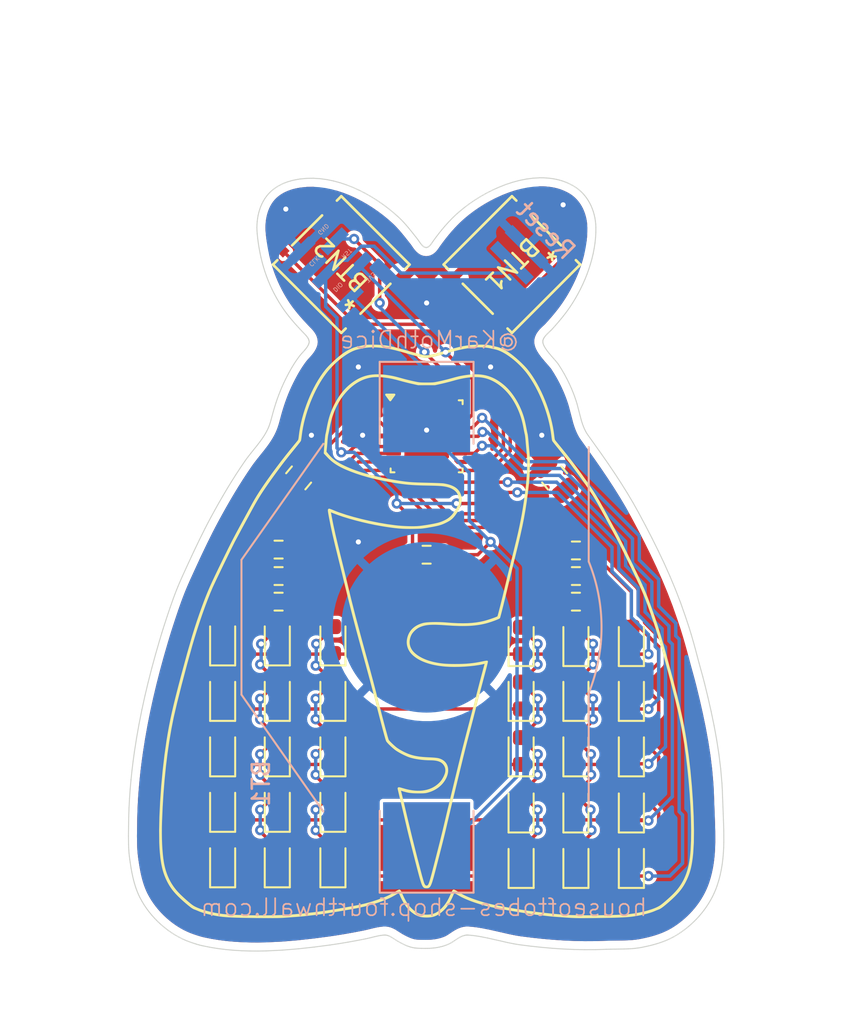
<source format=kicad_pcb>
(kicad_pcb (version 20240108) (generator "pcbnew") (generator_version "8.0")
  (layers (0 "F.Cu" signal) (31 "B.Cu" signal) (34 "B.Paste" user) (35 "F.Paste" user) (36 "B.SilkS" user "B.Silkscreen") (37 "F.SilkS" user "F.Silkscreen") (38 "B.Mask" user) (39 "F.Mask" user) (44 "Edge.Cuts" user))
  (net 0 "")
  (net 1 "GND")
  (net 2 "3.3V")
  (net 3 "Button1")
  (net 4 "Button2")
  (net 5 "RESET")
  (net 6 "LD_R1")
  (net 7 "Net-(D1-A)")
  (net 8 "LD_R2")
  (net 9 "LD_R3")
  (net 10 "LD_R4")
  (net 11 "LD_R5")
  (net 12 "Net-(D10-A)")
  (net 13 "Net-(D11-A)")
  (net 14 "Net-(D16-A)")
  (net 15 "Net-(D21-A)")
  (net 16 "Net-(D26-A)")
  (net 17 "SWCLK")
  (net 18 "SWDIO")
  (net 19 "LD_C1")
  (net 20 "LD_C2")
  (net 21 "LD_C3")
  (net 22 "LD_C4")
  (net 23 "LD_C5")
  (net 24 "LD_C6")
  (footprint "Resistor_SMD:R_0603_1608Metric" (layer "F.Cu") (at 103.75 83.75)
    (property "Reference" "R6" (hide yes))
    (property "Value" "660")
  )
  (footprint "LED_SMD:LED_0603_1608Metric" (layer "F.Cu") (at 103.75 90.75 90)
    (property "Reference" "D22" (hide yes))
    (property "Value" "LED")
  )
  (footprint "LED_SMD:LED_0603_1608Metric" (layer "F.Cu") (at 89.509176 90.75 90)
    (property "Reference" "D12" (hide yes))
    (property "Value" "LED")
  )
  (footprint "LED_SMD:LED_0603_1608Metric" (layer "F.Cu") (at 100.5375 94 90)
    (property "Reference" "D18" (hide yes))
    (property "Value" "LED")
  )
  (footprint "LED_SMD:LED_0603_1608Metric" (layer "F.Cu") (at 89.509176 94 90)
    (property "Reference" "D13" (hide yes))
    (property "Value" "LED")
  )
  (footprint "LED_SMD:LED_0603_1608Metric" (layer "F.Cu") (at 103.75 97.2875 90)
    (property "Reference" "D24" (hide yes))
    (property "Value" "LED")
  )
  (footprint "LED_SMD:LED_0603_1608Metric" (layer "F.Cu") (at 83.046676 100.5 90)
    (property "Reference" "D5" (hide yes))
    (property "Value" "LED")
  )
  (footprint "Resistor_SMD:R_0603_1608Metric" (layer "F.Cu") (at 86.325 82.2 180)
    (property "Reference" "R2" (hide yes))
    (property "Value" "660")
  )
  (footprint "LED_SMD:LED_0603_1608Metric" (layer "F.Cu") (at 86.25 100.5 90)
    (property "Reference" "D10" (hide yes))
    (property "Value" "LED")
  )
  (footprint "LED_SMD:LED_0603_1608Metric" (layer "F.Cu") (at 83.046676 97.25 90)
    (property "Reference" "D4" (hide yes))
    (property "Value" "LED")
  )
  (footprint "SWITCH TACTILE SPST-NO 0.05A 12V:SMT_FS" (layer "F.Cu") (at 90 65.5 135)
    (property "Reference" "BTN2")
    (property "Value" "PTS526 SK15 SMTR2 LFS")
  )
  (footprint "LED_SMD:LED_0603_1608Metric" (layer "F.Cu") (at 100.5375 90.75 90)
    (property "Reference" "D17" (hide yes))
    (property "Value" "LED")
  )
  (footprint "LED_SMD:LED_0603_1608Metric" (layer "F.Cu") (at 83.046676 87.5 90)
    (property "Reference" "D1" (hide yes))
    (property "Value" "LED")
  )
  (footprint "Resistor_SMD:R_0603_1608Metric" (layer "F.Cu") (at 86.325 85.25 180)
    (property "Reference" "R4" (hide yes))
    (property "Value" "660")
  )
  (footprint "LED_SMD:LED_0603_1608Metric" (layer "F.Cu") (at 107 87.5375 90)
    (property "Reference" "D26" (hide yes))
    (property "Value" "LED")
  )
  (footprint "LED_SMD:LED_0603_1608Metric" (layer "F.Cu") (at 83.046676 90.75 90)
    (property "Reference" "D2" (hide yes))
    (property "Value" "LED")
  )
  (footprint "LED_SMD:LED_0603_1608Metric" (layer "F.Cu") (at 89.509176 87.5 90)
    (property "Reference" "D11" (hide yes))
    (property "Value" "LED")
  )
  (footprint "LED_SMD:LED_0603_1608Metric" (layer "F.Cu") (at 86.25 87.5 90)
    (property "Reference" "D6" (hide yes))
    (property "Value" "LED")
  )
  (footprint "LED_SMD:LED_0603_1608Metric" (layer "F.Cu") (at 107 90.75 90)
    (property "Reference" "D27" (hide yes))
    (property "Value" "LED")
  )
  (footprint "LED_SMD:LED_0603_1608Metric" (layer "F.Cu") (at 107 94 90)
    (property "Reference" "D28" (hide yes))
    (property "Value" "LED")
  )
  (footprint "LED_SMD:LED_0603_1608Metric" (layer "F.Cu") (at 100.5375 97.2875 90)
    (property "Reference" "D19" (hide yes))
    (property "Value" "LED")
  )
  (footprint "LED_SMD:LED_0603_1608Metric" (layer "F.Cu") (at 89.509176 97.25 90)
    (property "Reference" "D14" (hide yes))
    (property "Value" "LED")
  )
  (footprint "Resistor_SMD:R_0603_1608Metric" (layer "F.Cu") (at 95 82.5)
    (property "Reference" "R1" (hide yes))
    (property "Value" "22k")
  )
  (footprint "LED_SMD:LED_0603_1608Metric" (layer "F.Cu") (at 100.5375 87.5375 90)
    (property "Reference" "D16" (hide yes))
    (property "Value" "LED")
  )
  (footprint "LED_SMD:LED_0603_1608Metric" (layer "F.Cu") (at 86.25 90.75 90)
    (property "Reference" "D7" (hide yes))
    (property "Value" "LED")
  )
  (footprint "Resistor_SMD:R_0603_1608Metric" (layer "F.Cu") (at 86.325 83.75 180)
    (property "Reference" "R3" (hide yes))
    (property "Value" "660")
  )
  (footprint "Resistor_SMD:R_0603_1608Metric" (layer "F.Cu") (at 103.75 82.25)
    (property "Reference" "R7" (hide yes))
    (property "Value" "660")
  )
  (footprint "Capacitor_SMD:C_0805_2012Metric" (layer "F.Cu") (at 102.5 78 130)
    (property "Reference" "C2" (hide yes))
    (property "Value" "0.1uF")
  )
  (footprint "LED_SMD:LED_0603_1608Metric" (layer "F.Cu") (at 86.25 97.25 90)
    (property "Reference" "D9" (hide yes))
    (property "Value" "LED")
  )
  (footprint "SWITCH TACTILE SPST-NO 0.05A 12V:SMT_FS" (layer "F.Cu") (at 100 65.5 -135)
    (property "Reference" "BTN1")
    (property "Value" "PTS526 SK15 SMTR2 LFS")
  )
  (footprint "LED_SMD:LED_0603_1608Metric" (layer "F.Cu") (at 100.5375 100.5375 90)
    (property "Reference" "D20" (hide yes))
    (property "Value" "LED")
  )
  (footprint "LED_SMD:LED_0603_1608Metric" (layer "F.Cu") (at 107 97.2875 90)
    (property "Reference" "D29" (hide yes))
    (property "Value" "LED")
  )
  (footprint "LED_SMD:LED_0603_1608Metric" (layer "F.Cu") (at 83.046676 94 90)
    (property "Reference" "D3" (hide yes))
    (property "Value" "LED")
  )
  (footprint "Package_DFN_QFN:QFN-28_4x4mm_P0.5mm" (layer "F.Cu") (at 95 75.5625)
    (property "Reference" "U1" (hide yes))
    (property "Value" "STM32C031G4Ux")
  )
  (footprint "Capacitor_SMD:C_0805_2012Metric" (layer "F.Cu") (at 87.5 78 -130)
    (property "Reference" "C1" (hide yes))
    (property "Value" "0.1uF")
  )
  (footprint "LED_SMD:LED_0603_1608Metric" (layer "F.Cu") (at 103.75 100.5375 90)
    (property "Reference" "D25" (hide yes))
    (property "Value" "LED")
  )
  (footprint "LED_SMD:LED_0603_1608Metric" (layer "F.Cu") (at 103.75 94 90)
    (property "Reference" "D23" (hide yes))
    (property "Value" "LED")
  )
  (footprint "LED_SMD:LED_0603_1608Metric" (layer "F.Cu") (at 103.75 87.5375 90)
    (property "Reference" "D21" (hide yes))
    (property "Value" "LED")
  )
  (footprint "LED_SMD:LED_0603_1608Metric" (layer "F.Cu") (at 107 100.5375 90)
    (property "Reference" "D30" (hide yes))
    (property "Value" "LED")
  )
  (footprint "LED_SMD:LED_0603_1608Metric" (layer "F.Cu") (at 89.509176 100.5 90)
    (property "Reference" "D15" (hide yes))
    (property "Value" "LED")
  )
  (footprint "LED_SMD:LED_0603_1608Metric" (layer "F.Cu") (at 86.25 94 90)
    (property "Reference" "D8" (hide yes))
    (property "Value" "LED")
  )
  (footprint "Resistor_SMD:R_0603_1608Metric" (layer "F.Cu") (at 103.75 85.25)
    (property "Reference" "R5" (hide yes))
    (property "Value" "660")
  )
  (footprint "Connector_PinHeader_1.00mm:PinHeader_1x05_P1.00mm_Vertical_SMD_Pin1Left" (layer "B.Cu") (at 89.704505 65.467068 45)
    (property "Reference" "J4" (hide yes))
    (property "Value" "ISP" (hide yes))
  )
  (footprint "Battery:BatteryHolder_Keystone_3002_1x2032" (layer "B.Cu") (at 95 86.75 90)
    (property "Reference" "BT1")
    (property "Value" "3.3V")
  )
  (footprint "Connector_PinHeader_1.27mm:PinHeader_1x02_P1.27mm_Vertical_SMD_Pin1Right" (layer "B.Cu") (at 100.5 65 -45)
    (property "Reference" "J3" (hide yes))
    (property "Value" "Reset")
  )
  (gr_poly (pts (xy 98.25002 70.243856) (xy 98.348254 70.245081) (xy 98.430235 70.247419) (xy 98.499662 70.251126) (xy 98.560231 70.256461) (xy 98.615641 70.26368) (xy 98.669589 70.273041) (xy 98.725772 70.284801) (xy 99.088989 70.365246) (xy 99.125003 70.373854) (xy 99.162374 70.384107) (xy 99.200975 70.395948) (xy 99.240683 70.409321) (xy 99.281372 70.424169) (xy 99.322918 70.440436) (xy 99.365197 70.458066) (xy 99.408084 70.477001) (xy 99.451453 70.497186) (xy 99.495181 70.518563) (xy 99.539143 70.541077) (xy 99.583214 70.56467) (xy 99.62727 70.589286) (xy 99.671186 70.614869) (xy 99.714837 70.641363) (xy 99.758098 70.668709) (xy 99.823724 70.712688) (xy 99.893524 70.762522) (xy 99.966765 70.817544) (xy 100.04271 70.877088) (xy 100.199776 71.007077) (xy 100.35884 71.147156) (xy 100.514022 71.291995) (xy 100.659442 71.436261) (xy 100.726653 71.506513) (xy 100.789219 71.574622) (xy 100.846404 71.639922) (xy 100.897473 71.701747) (xy 101.039663 71.888877) (xy 101.177843 72.088442) (xy 101.311551 72.29929) (xy 101.440328 72.520271) (xy 101.563712 72.750232) (xy 101.681244 72.988021) (xy 101.792463 73.232486) (xy 101.896907 73.482477) (xy 101.994118 73.73684) (xy 102.083633 73.994425) (xy 102.164993 74.254079) (xy 102.237738 74.51465) (xy 102.301405 74.774988) (xy 102.355536 75.033939) (xy 102.39967 75.290353) (xy 102.433345 75.543077) (xy 102.44225 75.620068) (xy 102.450085 75.679844) (xy 102.453941 75.704377) (xy 102.457936 75.725926) (xy 102.462205 75.744932) (xy 102.466886 75.761834) (xy 102.472113 75.777073) (xy 102.478022 75.791088) (xy 102.484749 75.804319) (xy 102.492429 75.817207) (xy 102.501198 75.830192) (xy 102.511191 75.843713) (xy 102.535395 75.874124) (xy 102.966308 76.400616) (xy 103.226565 76.724393) (xy 103.497312 77.072557) (xy 103.770884 77.434545) (xy 104.039613 77.799793) (xy 104.295831 78.15774) (xy 104.531871 78.497822) (xy 104.740066 78.809477) (xy 104.912748 79.082141) (xy 104.969263 79.17558) (xy 105.026429 79.272574) (xy 105.091679 79.386513) (xy 105.172445 79.530783) (xy 105.276163 79.718775) (xy 105.410265 79.963874) (xy 105.799355 80.678952) (xy 106.117246 81.266841) (xy 106.239866 81.49779) (xy 106.352777 81.714979) (xy 106.592998 82.19279) (xy 106.92496 82.869701) (xy 107.364072 83.777365) (xy 107.52658 84.12375) (xy 107.66258 84.424608) (xy 107.780711 84.699515) (xy 107.889616 84.96805) (xy 107.997935 85.249791) (xy 108.114309 85.564315) (xy 108.265237 85.984938) (xy 108.406421 86.395883) (xy 108.543031 86.814274) (xy 108.680241 87.257234) (xy 108.823222 87.741885) (xy 108.977146 88.285349) (xy 109.338511 89.617209) (xy 109.646468 90.801517) (xy 109.768363 91.297714) (xy 109.873105 91.748813) (xy 109.963868 92.168966) (xy 110.04383 92.572329) (xy 110.116166 92.973055) (xy 110.184053 93.385298) (xy 110.306319 94.243718) (xy 110.410865 95.14616) (xy 110.496077 96.065516) (xy 110.560343 96.97468) (xy 110.602051 97.846546) (xy 110.619587 98.654006) (xy 110.611338 99.369954) (xy 110.575691 99.967283) (xy 110.54734 100.23253) (xy 110.514226 100.47275) (xy 110.495551 100.584786) (xy 110.475286 100.692137) (xy 110.4533 100.795329) (xy 110.429458 100.894884) (xy 110.403629 100.991328) (xy 110.375679 101.085184) (xy 110.345476 101.176977) (xy 110.312886 101.267231) (xy 110.277778 101.35647) (xy 110.240017 101.445218) (xy 110.199472 101.533999) (xy 110.156008 101.623338) (xy 110.115981 101.70076) (xy 110.074403 101.776093) (xy 110.030972 101.849703) (xy 109.985384 101.921953) (xy 109.937334 101.993205) (xy 109.886519 102.063824) (xy 109.832635 102.134173) (xy 109.775377 102.204615) (xy 109.714441 102.275515) (xy 109.649525 102.347235) (xy 109.580323 102.420139) (xy 109.506531 102.49459) (xy 109.427846 102.570953) (xy 109.343964 102.649591) (xy 109.254581 102.730866) (xy 109.159392 102.815143) (xy 109.050143 102.909614) (xy 108.953324 102.990924) (xy 108.868011 103.059753) (xy 108.79328 103.116781) (xy 108.728206 103.162691) (xy 108.699002 103.181688) (xy 108.671866 103.198161) (xy 108.646682 103.212195) (xy 108.623335 103.223874) (xy 108.60171 103.233283) (xy 108.58169 103.240508) (xy 108.563506 103.246774) (xy 108.538792 103.255964) (xy 108.474156 103.281353) (xy 108.396543 103.313155) (xy 108.314713 103.347847) (xy 108.260737 103.369843) (xy 108.200096 103.392205) (xy 108.061406 103.437411) (xy 107.903822 103.482231) (xy 107.732522 103.525435) (xy 107.552685 103.565789) (xy 107.369487 103.602062) (xy 107.188107 103.63302) (xy 107.013723 103.657432) (xy 106.863377 103.673744) (xy 106.69451 103.687692) (xy 106.499922 103.699546) (xy 106.27241 103.709576) (xy 106.004771 103.71805) (xy 105.689805 103.725237) (xy 104.88908 103.736828) (xy 104.179559 103.74347) (xy 103.929428 103.742921) (xy 103.710281 103.738615) (xy 103.493043 103.729671) (xy 103.248637 103.715208) (xy 102.562018 103.666192) (xy 102.442273 103.656495) (xy 102.310569 103.644315) (xy 102.182882 103.63121) (xy 102.075184 103.61874) (xy 101.80689 103.586992) (xy 101.476316 103.55029) (xy 101.244754 103.52117) (xy 100.933175 103.47597) (xy 100.174709 103.354817) (xy 99.410403 103.221798) (xy 99.091526 103.161765) (xy 98.849746 103.111877) (xy 98.667246 103.069606) (xy 98.488379 103.025001) (xy 98.313845 102.978268) (xy 98.144343 102.929616) (xy 97.980573 102.879252) (xy 97.823235 102.827385) (xy 97.673027 102.774222) (xy 97.530651 102.719972) (xy 97.417062 102.674275) (xy 97.315938 102.631859) (xy 97.224071 102.591156) (xy 97.13825 102.550596) (xy 97.055268 102.508611) (xy 96.971915 102.46363) (xy 96.884984 102.414085) (xy 96.791265 102.358407) (xy 96.71653 102.31399) (xy 96.654713 102.278567) (xy 96.630656 102.26535) (xy 96.612238 102.255728) (xy 96.600259 102.250148) (xy 96.596936 102.249015) (xy 96.595525 102.249061) (xy 96.592986 102.254387) (xy 96.587333 102.267182) (xy 96.568116 102.311825) (xy 96.540728 102.376274) (xy 96.508029 102.453814) (xy 96.469244 102.542073) (xy 96.426665 102.631708) (xy 96.381231 102.721037) (xy 96.333881 102.808381) (xy 96.285557 102.892059) (xy 96.237198 102.970391) (xy 96.189743 103.041697) (xy 96.144133 103.104296) (xy 96.117252 103.138132) (xy 96.088565 103.172154) (xy 96.05828 103.206183) (xy 96.026603 103.240038) (xy 95.993743 103.273537) (xy 95.959906 103.306501) (xy 95.925301 103.338747) (xy 95.890134 103.370096) (xy 95.854613 103.400367) (xy 95.818945 103.429378) (xy 95.783339 103.456949) (xy 95.748 103.482899) (xy 95.713137 103.507048) (xy 95.678957 103.529214) (xy 95.645667 103.549217) (xy 95.613474 103.566876) (xy 95.57631 103.585674) (xy 95.540068 103.602873) (xy 95.504511 103.618526) (xy 95.469402 103.632685) (xy 95.434503 103.645406) (xy 95.399578 103.65674) (xy 95.364388 103.666741) (xy 95.328697 103.675463) (xy 95.292267 103.682959) (xy 95.25486 103.689282) (xy 95.21624 103.694487) (xy 95.176169 103.698625) (xy 95.134409 103.70175) (xy 95.090723 103.703917) (xy 95.044874 103.705178) (xy 94.996625 103.705586) (xy 94.948376 103.705178) (xy 94.902527 103.703917) (xy 94.858841 103.70175) (xy 94.817081 103.698625) (xy 94.77701 103.694487) (xy 94.73839 103.689282) (xy 94.700983 103.682959) (xy 94.664552 103.675463) (xy 94.628861 103.666741) (xy 94.593671 103.65674) (xy 94.558746 103.645406) (xy 94.523847 103.632685) (xy 94.488738 103.618526) (xy 94.453181 103.602873) (xy 94.416939 103.585674) (xy 94.379774 103.566876) (xy 94.347582 103.549217) (xy 94.314293 103.529214) (xy 94.280113 103.507048) (xy 94.24525 103.482899) (xy 94.209911 103.456949) (xy 94.174305 103.429378) (xy 94.138637 103.400367) (xy 94.103116 103.370096) (xy 94.067949 103.338747) (xy 94.033343 103.306501) (xy 93.999507 103.273537) (xy 93.966646 103.240038) (xy 93.934969 103.206183) (xy 93.904684 103.172154) (xy 93.875996 103.138132) (xy 93.849115 103.104296) (xy 93.8266 103.074191) (xy 93.803506 103.041698) (xy 93.756052 102.970393) (xy 93.707692 102.892061) (xy 93.659368 102.808382) (xy 93.612019 102.721038) (xy 93.566585 102.631708) (xy 93.524005 102.542073) (xy 93.485222 102.453814) (xy 93.425118 102.31182) (xy 93.405897 102.267177) (xy 93.397726 102.249061) (xy 93.397265 102.248887) (xy 93.396314 102.249014) (xy 93.392991 102.250146) (xy 93.387857 102.252402) (xy 93.381013 102.255725) (xy 93.362594 102.265347) (xy 93.338537 102.278564) (xy 93.309645 102.294928) (xy 93.276721 102.313989) (xy 93.240567 102.335298) (xy 93.201986 102.358407) (xy 93.108267 102.414085) (xy 93.021336 102.46363) (xy 92.937983 102.508611) (xy 92.855001 102.550596) (xy 92.76918 102.591156) (xy 92.677312 102.631859) (xy 92.576188 102.674275) (xy 92.4626 102.719972) (xy 92.320222 102.774222) (xy 92.170015 102.827385) (xy 92.012676 102.879251) (xy 91.848906 102.929614) (xy 91.679404 102.978266) (xy 91.50487 103.024999) (xy 91.326003 103.069605) (xy 91.143502 103.111877) (xy 90.90221 103.16166) (xy 90.583678 103.22163) (xy 89.81964 103.354635) (xy 89.060891 103.47591) (xy 88.748969 103.521217) (xy 88.516932 103.550472) (xy 88.188114 103.587295) (xy 87.924039 103.619048) (xy 87.80513 103.632346) (xy 87.642497 103.647747) (xy 87.457546 103.663342) (xy 87.271682 103.677222) (xy 86.584142 103.726134) (xy 86.449017 103.732905) (xy 86.256107 103.737676) (xy 85.721408 103.741234) (xy 85.029009 103.73684) (xy 84.227869 103.724524) (xy 84.227873 103.724555) (xy 83.925009 103.71751) (xy 83.660889 103.708609) (xy 83.429501 103.697365) (xy 83.224835 103.683291) (xy 83.040879 103.665899) (xy 82.871623 103.644704) (xy 82.711056 103.619218) (xy 82.553167 103.588954) (xy 82.403588 103.557105) (xy 82.266684 103.526068) (xy 82.141868 103.495683) (xy 82.028551 103.465785) (xy 81.926148 103.436215) (xy 81.83407 103.40681) (xy 81.75173 103.377408) (xy 81.678541 103.347847) (xy 81.596711 103.313155) (xy 81.519098 103.281353) (xy 81.454462 103.255964) (xy 81.429749 103.246774) (xy 81.411564 103.240508) (xy 81.391544 103.233283) (xy 81.369918 103.223874) (xy 81.34657 103.212195) (xy 81.321386 103.198161) (xy 81.29425 103.181688) (xy 81.265046 103.162691) (xy 81.233659 103.141084) (xy 81.199973 103.116781) (xy 81.163872 103.0897) (xy 81.125242 103.059753) (xy 81.083966 103.026856) (xy 81.03993 102.990924) (xy 80.943111 102.909614) (xy 80.833863 102.815143) (xy 80.738674 102.730866) (xy 80.649291 102.64959) (xy 80.565408 102.570953) (xy 80.486723 102.49459) (xy 80.412931 102.420138) (xy 80.343729 102.347234) (xy 80.278812 102.275513) (xy 80.217876 102.204614) (xy 80.160618 102.134171) (xy 80.106733 102.063822) (xy 80.055918 101.993204) (xy 80.007868 101.921951) (xy 79.96228 101.849702) (xy 79.918849 101.776092) (xy 79.877272 101.700759) (xy 79.837244 101.623338) (xy 79.793782 101.533999) (xy 79.753237 101.445218) (xy 79.715476 101.35647) (xy 79.680368 101.267231) (xy 79.647779 101.176977) (xy 79.617576 101.085184) (xy 79.589626 100.991328) (xy 79.563797 100.894884) (xy 79.539955 100.795329) (xy 79.517969 100.692137) (xy 79.497704 100.584786) (xy 79.479029 100.47275) (xy 79.46181 100.355506) (xy 79.445915 100.23253) (xy 79.417564 99.967283) (xy 79.396215 99.685139) (xy 79.381918 99.369953) (xy 79.375688 98.829225) (xy 79.436574 98.829225) (xy 79.441407 99.155764) (xy 79.452473 99.469398) (xy 79.469627 99.766984) (xy 79.492725 100.045377) (xy 79.52162 100.301432) (xy 79.556167 100.532003) (xy 79.582607 100.671983) (xy 79.613141 100.808505) (xy 79.647802 100.941632) (xy 79.686621 101.071429) (xy 79.729631 101.197959) (xy 79.776863 101.321286) (xy 79.828349 101.441472) (xy 79.884121 101.558583) (xy 79.944211 101.672682) (xy 80.008651 101.783832) (xy 80.077474 101.892098) (xy 80.15071 101.997542) (xy 80.228391 102.100229) (xy 80.310551 102.200223) (xy 80.39722 102.297586) (xy 80.48843 102.392383) (xy 80.590818 102.492593) (xy 80.701138 102.596656) (xy 80.815065 102.700792) (xy 80.928273 102.801223) (xy 81.036437 102.89417) (xy 81.135231 102.975855) (xy 81.220329 103.042498) (xy 81.287405 103.090321) (xy 81.356268 103.132035) (xy 81.435088 103.173535) (xy 81.523066 103.214598) (xy 81.619407 103.255002) (xy 81.723311 103.294524) (xy 81.833981 103.332941) (xy 81.950621 103.370031) (xy 82.072431 103.405569) (xy 82.198615 103.439334) (xy 82.328376 103.471102) (xy 82.460914 103.500651) (xy 82.595434 103.527758) (xy 82.731137 103.5522) (xy 82.867227 103.573754) (xy 83.002904 103.592196) (xy 83.137372 103.607306) (xy 83.488751 103.633834) (xy 83.935335 103.654476) (xy 84.446785 103.668969) (xy 84.992764 103.677051) (xy 85.542932 103.678458) (xy 86.066953 103.672928) (xy 86.534488 103.660199) (xy 86.915199 103.640007) (xy 86.915194 103.640011) (xy 87.277014 103.611558) (xy 87.629845 103.579846) (xy 87.977298 103.544441) (xy 88.322982 103.504907) (xy 88.670508 103.460808) (xy 89.023487 103.411709) (xy 89.385527 103.357174) (xy 89.76024 103.296769) (xy 90.190698 103.223854) (xy 90.562267 103.157511) (xy 90.884592 103.095594) (xy 91.167317 103.035957) (xy 91.420086 102.976456) (xy 91.652543 102.914943) (xy 91.874333 102.849275) (xy 92.0951 102.777304) (xy 92.268763 102.716741) (xy 92.426231 102.658147) (xy 92.570872 102.599978) (xy 92.706052 102.540689) (xy 92.835135 102.478736) (xy 92.961489 102.412575) (xy 93.08848 102.340661) (xy 93.219472 102.26145) (xy 93.25045 102.24263) (xy 93.28071 102.225073) (xy 93.309495 102.209163) (xy 93.336043 102.195284) (xy 93.359595 102.18382) (xy 93.379392 102.175156) (xy 93.387645 102.171993) (xy 93.394674 102.169675) (xy 93.400385 102.168249) (xy 93.404682 102.167763) (xy 93.407069 102.167921) (xy 93.4095 102.168401) (xy 93.411981 102.169208) (xy 93.414515 102.170351) (xy 93.417107 102.171837) (xy 93.41976 102.173672) (xy 93.42248 102.175864) (xy 93.425269 102.17842) (xy 93.428134 102.181347) (xy 93.431077 102.184651) (xy 93.434103 102.188341) (xy 93.437217 102.192423) (xy 93.440422 102.196904) (xy 93.443724 102.201792) (xy 93.447125 102.207093) (xy 93.450631 102.212815) (xy 93.454245 102.218964) (xy 93.457972 102.225549) (xy 93.465783 102.24005) (xy 93.474096 102.256376) (xy 93.482946 102.274584) (xy 93.492367 102.29473) (xy 93.502392 102.31687) (xy 93.513057 102.341063) (xy 93.524395 102.367364) (xy 93.590308 102.516248) (xy 93.622679 102.58501) (xy 93.654858 102.650299) (xy 93.686991 102.712351) (xy 93.719229 102.7714) (xy 93.751719 102.827682) (xy 93.78461 102.881433) (xy 93.81805 102.932887) (xy 93.852187 102.98228) (xy 93.88717 103.029848) (xy 93.923148 103.075825) (xy 93.960267 103.120447) (xy 93.998678 103.163949) (xy 94.038527 103.206566) (xy 94.079964 103.248534) (xy 94.133845 103.30009) (xy 94.186839 103.347437) (xy 94.239231 103.390697) (xy 94.291312 103.429992) (xy 94.343368 103.465443) (xy 94.395686 103.497173) (xy 94.448555 103.525303) (xy 94.502263 103.549955) (xy 94.557097 103.57125) (xy 94.613344 103.589311) (xy 94.671293 103.604259) (xy 94.73123 103.616216) (xy 94.793445 103.625304) (xy 94.858224 103.631645) (xy 94.925856 103.63536) (xy 94.996627 103.636571) (xy 95.067398 103.63536) (xy 95.135029 103.631645) (xy 95.199807 103.625304) (xy 95.262022 103.616216) (xy 95.321959 103.604259) (xy 95.379908 103.589311) (xy 95.436155 103.57125) (xy 95.490989 103.549955) (xy 95.544696 103.525303) (xy 95.597565 103.497173) (xy 95.649884 103.465443) (xy 95.70194 103.429992) (xy 95.75402 103.390697) (xy 95.806413 103.347437) (xy 95.859407 103.30009) (xy 95.913288 103.248534) (xy 95.954725 103.206567) (xy 95.994575 103.16395) (xy 96.032986 103.120448) (xy 96.070105 103.075827) (xy 96.106083 103.02985) (xy 96.141066 102.982283) (xy 96.175203 102.93289) (xy 96.208643 102.881436) (xy 96.241534 102.827685) (xy 96.274024 102.771403) (xy 96.306262 102.712353) (xy 96.338395 102.650301) (xy 96.370574 102.585012) (xy 96.402945 102.516249) (xy 96.435657 102.443778) (xy 96.468859 102.367364) (xy 96.490861 102.31687) (xy 96.510308 102.274584) (xy 96.527471 102.24005) (xy 96.535281 102.225549) (xy 96.542622 102.212815) (xy 96.549529 102.201792) (xy 96.556036 102.192423) (xy 96.562176 102.184651) (xy 96.567984 102.17842) (xy 96.573493 102.173672) (xy 96.578738 102.170351) (xy 96.583753 102.168401) (xy 96.588572 102.167763) (xy 96.592868 102.168249) (xy 96.598578 102.169675) (xy 96.605607 102.171993) (xy 96.61386 102.175156) (xy 96.623241 102.179114) (xy 96.633657 102.18382) (xy 96.645011 102.189226) (xy 96.657209 102.195284) (xy 96.683758 102.209163) (xy 96.712542 102.225073) (xy 96.742803 102.24263) (xy 96.77378 102.26145) (xy 96.904773 102.340661) (xy 97.031763 102.412575) (xy 97.158118 102.478736) (xy 97.287201 102.540689) (xy 97.422381 102.599978) (xy 97.567022 102.658147) (xy 97.724491 102.716741) (xy 97.898154 102.777304) (xy 98.118906 102.849269) (xy 98.340686 102.914934) (xy 98.57313 102.976444) (xy 98.825876 103.035942) (xy 99.108561 103.095573) (xy 99.43082 103.157481) (xy 99.802292 103.223809) (xy 100.232612 103.296702) (xy 100.610483 103.357619) (xy 100.975001 103.412517) (xy 101.330018 103.46186) (xy 101.679391 103.506112) (xy 102.026974 103.545737) (xy 102.376622 103.581198) (xy 102.73219 103.612959) (xy 103.097532 103.641485) (xy 103.47386 103.660202) (xy 103.954663 103.671239) (xy 104.502297 103.675012) (xy 105.079119 103.671933) (xy 105.647486 103.662417) (xy 106.169754 103.646879) (xy 106.608281 103.625731) (xy 106.925424 103.599388) (xy 107.198852 103.561595) (xy 107.466262 103.513984) (xy 107.723397 103.457772) (xy 107.965996 103.394177) (xy 108.1898 103.324417) (xy 108.293323 103.287606) (xy 108.39055 103.249709) (xy 108.480949 103.210881) (xy 108.563988 103.171272) (xy 108.639133 103.131034) (xy 108.705853 103.090321) (xy 108.736851 103.069009) (xy 108.772898 103.042519) (xy 108.857974 102.975893) (xy 108.95676 102.894217) (xy 109.064934 102.801268) (xy 109.178174 102.700818) (xy 109.292158 102.596645) (xy 109.402563 102.492522) (xy 109.505069 102.392225) (xy 109.605978 102.287025) (xy 109.701132 102.178949) (xy 109.790615 102.06781) (xy 109.874512 101.953422) (xy 109.952909 101.835598) (xy 110.025891 101.714152) (xy 110.093542 101.588896) (xy 110.155947 101.459644) (xy 110.213193 101.326209) (xy 110.265363 101.188406) (xy 110.312542 101.046046) (xy 110.354816 100.898944) (xy 110.392269 100.746912) (xy 110.424988 100.589765) (xy 110.453055 100.427315) (xy 110.476558 100.259377) (xy 110.500593 100.036498) (xy 110.519955 99.79278) (xy 110.544808 99.24805) (xy 110.551421 98.635629) (xy 110.540097 97.965961) (xy 110.511139 97.24949) (xy 110.464852 96.496658) (xy 110.401537 95.717909) (xy 110.3215 94.923686) (xy 110.2426 94.257564) (xy 110.156358 93.634011) (xy 110.057567 93.027284) (xy 109.941019 92.41164) (xy 109.801508 91.761337) (xy 109.633827 91.050633) (xy 109.432768 90.253784) (xy 109.193126 89.345049) (xy 108.886259 88.221073) (xy 108.625184 87.320224) (xy 108.502225 86.921679) (xy 108.379201 86.540765) (xy 108.117608 85.780958) (xy 107.997001 85.446991) (xy 107.886087 85.15134) (xy 107.776211 84.874046) (xy 107.658718 84.595153) (xy 107.524952 84.294702) (xy 107.366258 83.952736) (xy 107.173979 83.549296) (xy 106.939462 83.064427) (xy 106.585634 82.338686) (xy 106.334958 81.837072) (xy 106.094166 81.377106) (xy 105.769991 80.77631) (xy 105.157579 79.652318) (xy 105.006173 79.382165) (xy 104.897422 79.19699) (xy 104.717223 78.909285) (xy 104.501982 78.584495) (xy 104.258288 78.231704) (xy 103.992727 77.859993) (xy 103.711888 77.478445) (xy 103.42236 77.096142) (xy 103.13073 76.722166) (xy 102.843587 76.3656) (xy 102.678097 76.162156) (xy 102.540248 75.989703) (xy 102.44443 75.86645) (xy 102.41678 75.828965) (xy 102.405034 75.810609) (xy 102.40329 75.805229) (xy 102.401268 75.797223) (xy 102.396486 75.773978) (xy 102.390883 75.742152) (xy 102.384653 75.703022) (xy 102.377994 75.657868) (xy 102.371101 75.607966) (xy 102.36417 75.554596) (xy 102.357395 75.499036) (xy 102.324841 75.263066) (xy 102.282544 75.022888) (xy 102.230949 74.779625) (xy 102.170497 74.534399) (xy 102.101633 74.288333) (xy 102.0248 74.04255) (xy 101.940441 73.798173) (xy 101.849 73.556324) (xy 101.750919 73.318126) (xy 101.646641 73.084702) (xy 101.536612 72.857174) (xy 101.421272 72.636666) (xy 101.301066 72.4243) (xy 101.176437 72.2212) (xy 101.047829 72.028486) (xy 100.915684 71.847284) (xy 100.813161 71.718237) (xy 100.70496 71.591735) (xy 100.591872 71.468379) (xy 100.47469 71.348768) (xy 100.354204 71.233502) (xy 100.231207 71.123182) (xy 100.106491 71.018408) (xy 99.980848 70.919779) (xy 99.855069 70.827896) (xy 99.729947 70.743358) (xy 99.606273 70.666767) (xy 99.48484 70.598721) (xy 99.366439 70.539822) (xy 99.251862 70.490668) (xy 99.141901 70.45186) (xy 99.037348 70.423999) (xy 98.730424 70.356483) (xy 98.685058 70.347012) (xy 98.63794 70.338369) (xy 98.539003 70.323594) (xy 98.434723 70.312221) (xy 98.326209 70.304311) (xy 98.21457 70.299926) (xy 98.100914 70.299129) (xy 97.986351 70.30198) (xy 97.87199 70.308543) (xy 97.684493 70.324263) (xy 97.509928 70.343092) (xy 97.342807 70.366057) (xy 97.177645 70.394182) (xy 97.008954 70.428496) (xy 96.831249 70.470023) (xy 96.639041 70.51979) (xy 96.426845 70.578823) (xy 95.769172 70.764928) (xy 95.546214 70.825534) (xy 95.377389 70.868465) (xy 95.250358 70.89669) (xy 95.152781 70.913176) (xy 95.072318 70.920892) (xy 94.99663 70.922804) (xy 94.958613 70.922388) (xy 94.920943 70.920892) (xy 94.88208 70.917945) (xy 94.840481 70.913176) (xy 94.794602 70.906215) (xy 94.742903 70.89669) (xy 94.68384 70.88423) (xy 94.615872 70.868465) (xy 94.537455 70.849023) (xy 94.447047 70.825534) (xy 94.343105 70.797626) (xy 94.224089 70.764928) (xy 93.934658 70.683681) (xy 93.566416 70.578823) (xy 93.354219 70.51979) (xy 93.162012 70.470023) (xy 92.984306 70.428496) (xy 92.815615 70.394182) (xy 92.650453 70.366057) (xy 92.483333 70.343092) (xy 92.308767 70.324263) (xy 92.121269 70.308543) (xy 92.006908 70.30198) (xy 91.892345 70.299129) (xy 91.778689 70.299927) (xy 91.66705 70.304311) (xy 91.558536 70.312221) (xy 91.454256 70.323595) (xy 91.35532 70.338369) (xy 91.262836 70.356483) (xy 90.955913 70.423999) (xy 90.85136 70.45186) (xy 90.741399 70.490668) (xy 90.626822 70.539821) (xy 90.508421 70.598721) (xy 90.386988 70.666767) (xy 90.263314 70.743358) (xy 90.138192 70.827895) (xy 90.012413 70.919778) (xy 89.88677 71.018407) (xy 89.762054 71.123181) (xy 89.639057 71.233501) (xy 89.518571 71.348767) (xy 89.401389 71.468378) (xy 89.288301 71.591735) (xy 89.1801 71.718237) (xy 89.077579 71.847284) (xy 88.945433 72.028486) (xy 88.816825 72.2212) (xy 88.692196 72.424301) (xy 88.57199 72.636667) (xy 88.45665 72.857175) (xy 88.34662 73.084702) (xy 88.242343 73.318126) (xy 88.144262 73.556324) (xy 88.05282 73.798173) (xy 87.968461 74.042551) (xy 87.891628 74.288334) (xy 87.822764 74.5344) (xy 87.762313 74.779625) (xy 87.710717 75.022889) (xy 87.66842 75.263066) (xy 87.635865 75.499036) (xy 87.62216 75.607965) (xy 87.608609 75.70302) (xy 87.60238 75.742149) (xy 87.596777 75.773976) (xy 87.591993 75.797222) (xy 87.588225 75.810609) (xy 87.584453 75.817253) (xy 87.576479 75.828963) (xy 87.548829 75.866447) (xy 87.507073 75.920785) (xy 87.45301 75.9897) (xy 87.38844 76.070915) (xy 87.315161 76.162155) (xy 87.14967 76.3656) (xy 86.98435 76.56905) (xy 86.821185 76.773508) (xy 86.659519 76.979833) (xy 86.498699 77.188883) (xy 86.338069 77.401518) (xy 86.176975 77.618596) (xy 86.014762 77.840975) (xy 85.850775 78.069516) (xy 85.673269 78.320851) (xy 85.516528 78.547455) (xy 85.376391 78.755867) (xy 85.248699 78.952628) (xy 85.129291 79.144278) (xy 85.014006 79.337356) (xy 84.898683 79.538404) (xy 84.779162 79.75396) (xy 84.152221 80.907845) (xy 83.71622 81.720764) (xy 83.452269 82.248939) (xy 83.046748 83.079537) (xy 82.651679 83.899192) (xy 82.419086 84.394539) (xy 82.27522 84.733982) (xy 82.124489 85.113149) (xy 81.969621 85.524269) (xy 81.813341 85.959571) (xy 81.658377 86.411283) (xy 81.507455 86.871636) (xy 81.363302 87.332858) (xy 81.228645 87.787179) (xy 80.91926 88.897725) (xy 80.601005 90.097672) (xy 80.322078 91.201117) (xy 80.130676 92.022158) (xy 79.996124 92.700302) (xy 79.875262 93.406287) (xy 79.768245 94.13874) (xy 79.675226 94.89629) (xy 79.596357 95.677565) (xy 79.531793 96.481192) (xy 79.481686 97.3058) (xy 79.446189 98.150017) (xy 79.43812 98.492928) (xy 79.436574 98.829225) (xy 79.375688 98.829225) (xy 79.373669 98.654004) (xy 79.391205 97.846544) (xy 79.432913 96.974679) (xy 79.49718 96.065515) (xy 79.582393 95.146159) (xy 79.686938 94.243718) (xy 79.809204 93.385298) (xy 79.87709 92.973054) (xy 79.949426 92.572328) (xy 80.029388 92.168965) (xy 80.120151 91.748811) (xy 80.224892 91.297713) (xy 80.346788 90.801516) (xy 80.489013 90.246066) (xy 80.654745 89.617209) (xy 81.016111 88.285349) (xy 81.313016 87.257234) (xy 81.450226 86.814274) (xy 81.586837 86.395883) (xy 81.72802 85.984938) (xy 81.878948 85.564315) (xy 81.995322 85.249791) (xy 82.103641 84.96805) (xy 82.212545 84.699515) (xy 82.330676 84.424608) (xy 82.466676 84.12375) (xy 82.629184 83.777365) (xy 82.826844 83.365875) (xy 83.068295 82.869701) (xy 83.400259 82.19279) (xy 83.640481 81.714979) (xy 83.876012 81.266841) (xy 84.193901 80.678952) (xy 84.820813 79.530783) (xy 84.966829 79.272574) (xy 85.08051 79.082141) (xy 85.253193 78.809477) (xy 85.461389 78.497822) (xy 85.697429 78.15774) (xy 85.953647 77.799793) (xy 86.222376 77.434544) (xy 86.495948 77.072556) (xy 86.766696 76.724392) (xy 87.026953 76.400614) (xy 87.457864 75.874123) (xy 87.470714 75.858209) (xy 87.482068 75.843711) (xy 87.492062 75.83019) (xy 87.500831 75.817206) (xy 87.504798 75.810777) (xy 87.508511 75.804318) (xy 87.511985 75.797772) (xy 87.515238 75.791086) (xy 87.518286 75.784204) (xy 87.521147 75.777071) (xy 87.523837 75.769632) (xy 87.526374 75.761833) (xy 87.528774 75.753617) (xy 87.531054 75.74493) (xy 87.533232 75.735718) (xy 87.535324 75.725925) (xy 87.539319 75.704375) (xy 87.543174 75.679843) (xy 87.547026 75.651886) (xy 87.551009 75.620066) (xy 87.559914 75.543075) (xy 87.59359 75.290351) (xy 87.637724 75.033938) (xy 87.691855 74.774987) (xy 87.755523 74.51465) (xy 87.828268 74.254078) (xy 87.909628 73.994424) (xy 87.999143 73.73684) (xy 88.096354 73.482477) (xy 88.200798 73.232486) (xy 88.312017 72.988021) (xy 88.429548 72.750232) (xy 88.552932 72.520271) (xy 88.681709 72.29929) (xy 88.815417 72.088442) (xy 88.953596 71.888877) (xy 89.095786 71.701747) (xy 89.146855 71.639922) (xy 89.204039 71.574622) (xy 89.266605 71.506513) (xy 89.333816 71.436261) (xy 89.404938 71.364532) (xy 89.479236 71.291995) (xy 89.634418 71.147156) (xy 89.793482 71.007077) (xy 89.872632 70.940488) (xy 89.950548 70.877088) (xy 90.026493 70.817544) (xy 90.099734 70.762522) (xy 90.169535 70.712688) (xy 90.235161 70.668709) (xy 90.322073 70.614869) (xy 90.410045 70.56467) (xy 90.498078 70.518563) (xy 90.585176 70.477001) (xy 90.670342 70.440436) (xy 90.711888 70.424168) (xy 90.752577 70.40932) (xy 90.792285 70.395947) (xy 90.830886 70.384106) (xy 90.868256 70.373854) (xy 90.90427 70.365246) (xy 91.267485 70.284801) (xy 91.323669 70.273041) (xy 91.350691 70.268076) (xy 91.377617 70.263679) (xy 91.404908 70.259818) (xy 91.433027 70.25646) (xy 91.462435 70.253572) (xy 91.493596 70.251124) (xy 91.526971 70.249083) (xy 91.563023 70.247417) (xy 91.645004 70.245079) (xy 91.743238 70.243854) (xy 91.861422 70.243485) (xy 92.074941 70.246305) (xy 92.274604 70.255456) (xy 92.371108 70.26269) (xy 92.466393 70.271845) (xy 92.561204 70.283037) (xy 92.656292 70.296378) (xy 92.752402 70.311982) (xy 92.850284 70.329961) (xy 93.054353 70.3735) (xy 93.274483 70.4279) (xy 93.516656 70.494068) (xy 94.215326 70.690601) (xy 94.631799 70.801817) (xy 94.763779 70.832793) (xy 94.860693 70.851272) (xy 94.934368 70.860201) (xy 94.99663 70.862523) (xy 95.027074 70.862003) (xy 95.058892 70.860201) (xy 95.093564 70.856747) (xy 95.132566 70.851272) (xy 95.177379 70.843411) (xy 95.22948 70.832793) (xy 95.290348 70.819052) (xy 95.361461 70.801818) (xy 95.444297 70.780724) (xy 95.540336 70.755402) (xy 95.777933 70.690602) (xy 96.086079 70.604472) (xy 96.476603 70.494068) (xy 96.718777 70.427899) (xy 96.938907 70.373498) (xy 97.142976 70.329959) (xy 97.336968 70.296375) (xy 97.526867 70.271842) (xy 97.718655 70.255453) (xy 97.918318 70.246303) (xy 98.131837 70.243485)) (stroke (width 0.1)) (fill solid) (layer "F.SilkS"))
  (gr_poly (pts (xy 92.29283 71.98286) (xy 92.461532 71.995376) (xy 92.637514 72.015657) (xy 92.821348 72.043568) (xy 92.905378 72.058186) (xy 92.983302 72.072968) (xy 93.060923 72.089321) (xy 93.144046 72.108652) (xy 93.238475 72.13237) (xy 93.350014 72.16188) (xy 93.647637 72.243909) (xy 93.771173 72.27661) (xy 93.924334 72.314516) (xy 94.08763 72.352927) (xy 94.241574 72.387141) (xy 94.354794 72.411118) (xy 94.446106 72.429268) (xy 94.486129 72.436411) (xy 94.523773 72.442402) (xy 94.560072 72.447341) (xy 94.596058 72.451331) (xy 94.632764 72.454471) (xy 94.671223 72.456865) (xy 94.757531 72.459814) (xy 94.863244 72.460989) (xy 94.996625 72.461201) (xy 95.130006 72.460989) (xy 95.235719 72.459814) (xy 95.322027 72.456865) (xy 95.360486 72.454471) (xy 95.397192 72.451331) (xy 95.433178 72.447341) (xy 95.469476 72.442402) (xy 95.547144 72.429268) (xy 95.638456 72.411118) (xy 95.751676 72.387141) (xy 95.90562 72.352927) (xy 96.068916 72.314517) (xy 96.222076 72.276611) (xy 96.345611 72.243909) (xy 96.643234 72.16188) (xy 96.754773 72.13237) (xy 96.849202 72.108652) (xy 96.932325 72.089321) (xy 97.009947 72.072968) (xy 97.08787 72.058186) (xy 97.1719 72.043568) (xy 97.355734 72.015657) (xy 97.531716 71.995377) (xy 97.700419 71.982861) (xy 97.862413 71.978243) (xy 98.01827 71.981659) (xy 98.168562 71.993241) (xy 98.313859 72.013124) (xy 98.454735 72.041441) (xy 98.59176 72.078328) (xy 98.725505 72.123918) (xy 98.856543 72.178345) (xy 98.985444 72.241744) (xy 99.112781 72.314248) (xy 99.239125 72.395991) (xy 99.365047 72.487108) (xy 99.491118 72.587733) (xy 99.590393 72.675088) (xy 99.687704 72.769683) (xy 99.782783 72.871068) (xy 99.875363 72.978794) (xy 99.965173 73.09241) (xy 100.051946 73.211466) (xy 100.135412 73.335512) (xy 100.215304 73.464098) (xy 100.291352 73.596773) (xy 100.363287 73.733088) (xy 100.430842 73.872592) (xy 100.493747 74.014835) (xy 100.551735 74.159368) (xy 100.604535 74.305739) (xy 100.651879 74.453499) (xy 100.6935 74.602198) (xy 100.705725 74.651007) (xy 100.719072 74.707298) (xy 100.747407 74.834321) (xy 100.775056 74.967258) (xy 100.798571 75.090099) (xy 100.819305 75.201334) (xy 100.839381 75.302664) (xy 100.856507 75.382907) (xy 100.863249 75.411627) (xy 100.868393 75.430882) (xy 100.870633 75.439492) (xy 100.873085 75.451131) (xy 100.878525 75.482699) (xy 100.884519 75.523989) (xy 100.890871 75.573402) (xy 100.897387 75.629342) (xy 100.903871 75.690212) (xy 100.910129 75.754413) (xy 100.915965 75.820348) (xy 100.944621 76.147378) (xy 100.975651 76.482442) (xy 100.98929 76.671016) (xy 100.997774 76.891518) (xy 101.001244 77.134254) (xy 100.999843 77.389531) (xy 100.993713 77.647652) (xy 100.982997 77.898925) (xy 100.967836 78.133654) (xy 100.948372 78.342145) (xy 100.883157 78.895176) (xy 100.816032 79.398566) (xy 100.742566 79.875675) (xy 100.658331 80.349868) (xy 100.558897 80.844504) (xy 100.439837 81.382947) (xy 100.296721 81.988558) (xy 100.12512 82.6847) (xy 99.89226 83.62867) (xy 99.687939 84.476248) (xy 99.566211 84.982074) (xy 99.438462 85.498298) (xy 99.328468 85.930116) (xy 99.260004 86.182724) (xy 99.257969 86.186063) (xy 99.253734 86.190081) (xy 99.239025 86.200013) (xy 99.21661 86.212241) (xy 99.187222 86.226484) (xy 99.151594 86.24246) (xy 99.110458 86.259888) (xy 99.014594 86.297978) (xy 98.905491 86.338506) (xy 98.78901 86.379223) (xy 98.671013 86.417882) (xy 98.557361 86.452235) (xy 98.441461 86.483643) (xy 98.323314 86.511887) (xy 98.202495 86.536992) (xy 98.078575 86.558982) (xy 97.951127 86.577882) (xy 97.819725 86.593718) (xy 97.683942 86.606512) (xy 97.543349 86.616291) (xy 97.39752 86.623079) (xy 97.246028 86.6269) (xy 97.088447 86.62778) (xy 96.924347 86.625743) (xy 96.574888 86.613017) (xy 96.194234 86.58892) (xy 95.867873 86.567223) (xy 95.589835 86.555282) (xy 95.466719 86.553147) (xy 95.353023 86.553661) (xy 95.24786 86.556896) (xy 95.150343 86.562922) (xy 95.059584 86.571808) (xy 94.974696 86.583626) (xy 94.894793 86.598444) (xy 94.818988 86.616335) (xy 94.746392 86.637367) (xy 94.676121 86.661612) (xy 94.607285 86.689139) (xy 94.538999 86.720018) (xy 94.505168 86.737347) (xy 94.470765 86.757256) (xy 94.436033 86.779512) (xy 94.401215 86.80388) (xy 94.366554 86.830126) (xy 94.332294 86.858017) (xy 94.298678 86.887318) (xy 94.265949 86.917795) (xy 94.234351 86.949213) (xy 94.204126 86.98134) (xy 94.175518 87.013941) (xy 94.148771 87.046782) (xy 94.124127 87.079629) (xy 94.101829 87.112247) (xy 94.082122 87.144403) (xy 94.065247 87.175863) (xy 94.031408 87.250516) (xy 94.003778 87.3252) (xy 93.982325 87.399742) (xy 93.967022 87.47397) (xy 93.957839 87.54771) (xy 93.954746 87.620789) (xy 93.957714 87.693034) (xy 93.966713 87.764273) (xy 93.981715 87.834332) (xy 94.00269 87.903038) (xy 94.029608 87.970218) (xy 94.06244 88.0357) (xy 94.101157 88.099311) (xy 94.145729 88.160877) (xy 94.196126 88.220225) (xy 94.252321 88.277182) (xy 94.305772 88.325276) (xy 94.362475 88.371854) (xy 94.422355 88.416882) (xy 94.485339 88.460325) (xy 94.551354 88.502149) (xy 94.620326 88.542318) (xy 94.692181 88.580798) (xy 94.766848 88.617555) (xy 94.844251 88.652554) (xy 94.924317 88.685761) (xy 95.006974 88.71714) (xy 95.092148 88.746657) (xy 95.179764 88.774277) (xy 95.269751 88.799966) (xy 95.362035 88.82369) (xy 95.456541 88.845412) (xy 95.591949 88.872913) (xy 95.724025 88.895694) (xy 95.85661 88.914094) (xy 95.993544 88.928456) (xy 96.138669 88.939119) (xy 96.295825 88.946425) (xy 96.468853 88.950714) (xy 96.661593 88.952326) (xy 96.901718 88.950788) (xy 97.123457 88.944886) (xy 97.330826 88.934239) (xy 97.527842 88.918468) (xy 97.71852 88.897193) (xy 97.906878 88.870034) (xy 98.096933 88.836612) (xy 98.292699 88.796546) (xy 98.340915 88.786361) (xy 98.386384 88.777347) (xy 98.428077 88.769667) (xy 98.464962 88.763483) (xy 98.496011 88.758958) (xy 98.520193 88.756254) (xy 98.536479 88.755534) (xy 98.541338 88.755968) (xy 98.543837 88.756958) (xy 98.544025 88.762187) (xy 98.542104 88.775053) (xy 98.532329 88.822105) (xy 98.515309 88.894928) (xy 98.491843 88.990335) (xy 98.42876 89.23615) (xy 98.349459 89.534054) (xy 98.132065 90.354433) (xy 97.899724 91.252969) (xy 97.668476 92.149959) (xy 97.453706 92.966622) (xy 97.263129 93.697481) (xy 97.090048 94.388175) (xy 96.660502 96.150509) (xy 96.41529 97.164948) (xy 96.203386 98.058896) (xy 96.078827 98.591194) (xy 95.972664 99.028665) (xy 95.826349 99.606832) (xy 95.581332 100.56122) (xy 95.462948 101.018839) (xy 95.369727 101.36691) (xy 95.295558 101.620393) (xy 95.263708 101.716338) (xy 95.23433 101.794245) (xy 95.20666 101.855983) (xy 95.179934 101.903424) (xy 95.153388 101.938436) (xy 95.126257 101.962889) (xy 95.09778 101.978654) (xy 95.06719 101.987599) (xy 95.033726 101.991595) (xy 94.996622 101.992512) (xy 94.981659 101.9924) (xy 94.967782 101.992052) (xy 94.954921 101.991448) (xy 94.943006 101.99057) (xy 94.931969 101.989397) (xy 94.92174 101.987913) (xy 94.91225 101.986095) (xy 94.90343 101.983927) (xy 94.895209 101.981389) (xy 94.88752 101.978461) (xy 94.880292 101.975124) (xy 94.873456 101.97136) (xy 94.866943 101.967149) (xy 94.860684 101.962472) (xy 94.854609 101.95731) (xy 94.84865 101.951643) (xy 94.848655 101.95164) (xy 94.84028 101.942809) (xy 94.831987 101.933087) (xy 94.823732 101.922338) (xy 94.815475 101.910429) (xy 94.807172 101.897225) (xy 94.798782 101.882593) (xy 94.78157 101.848506) (xy 94.763504 101.807094) (xy 94.744245 101.757285) (xy 94.723457 101.698004) (xy 94.700802 101.62818) (xy 94.675944 101.546739) (xy 94.648545 101.452607) (xy 94.618268 101.344712) (xy 94.584776 101.22198) (xy 94.506799 100.927712) (xy 94.411918 100.56122) (xy 94.020985 99.030367) (xy 93.915299 98.595157) (xy 93.791831 98.067922) (xy 93.622937 97.350101) (xy 93.478373 96.746433) (xy 93.388508 96.369564) (xy 93.361172 96.248739) (xy 93.351132 96.197025) (xy 93.351238 96.193473) (xy 93.351578 96.190185) (xy 93.351845 96.188641) (xy 93.352183 96.187164) (xy 93.352595 96.185755) (xy 93.353086 96.184415) (xy 93.353659 96.183144) (xy 93.354318 96.181942) (xy 93.355068 96.180811) (xy 93.355912 96.179751) (xy 93.356854 96.178762) (xy 93.357899 96.177845) (xy 93.35905 96.177) (xy 93.360311 96.176229) (xy 93.361687 96.175531) (xy 93.363181 96.174907) (xy 93.364797 96.174358) (xy 93.366539 96.173884) (xy 93.368412 96.173486) (xy 93.370419 96.173165) (xy 93.372565 96.172921) (xy 93.374852 96.172754) (xy 93.377286 96.172665) (xy 93.37987 96.172655) (xy 93.385505 96.172873) (xy 93.391789 96.173412) (xy 93.398753 96.174277) (xy 93.406431 96.175473) (xy 93.414853 96.177004) (xy 93.424051 96.178874) (xy 93.434059 96.181087) (xy 93.444906 96.18365) (xy 93.456627 96.186565) (xy 93.469252 96.189837) (xy 93.482813 96.193472) (xy 93.497342 96.197473) (xy 93.512872 96.201844) (xy 93.54706 96.211718) (xy 93.585633 96.223129) (xy 93.628845 96.236114) (xy 93.803114 96.284408) (xy 93.97325 96.322784) (xy 94.139097 96.351268) (xy 94.300497 96.36989) (xy 94.457294 96.378678) (xy 94.609332 96.37766) (xy 94.756455 96.366866) (xy 94.898504 96.346323) (xy 95.035324 96.316061) (xy 95.166759 96.276107) (xy 95.292651 96.22649) (xy 95.412844 96.167239) (xy 95.527182 96.098382) (xy 95.635507 96.019948) (xy 95.737664 95.931966) (xy 95.833495 95.834463) (xy 95.858138 95.805894) (xy 95.88289 95.774583) (xy 95.907566 95.740886) (xy 95.931983 95.70516) (xy 95.955954 95.667759) (xy 95.979296 95.629042) (xy 96.001825 95.589365) (xy 96.023354 95.549082) (xy 96.0437 95.508552) (xy 96.062679 95.46813) (xy 96.080104 95.428172) (xy 96.095793 95.389035) (xy 96.109559 95.351075) (xy 96.121219 95.314649) (xy 96.130588 95.280112) (xy 96.137481 95.247822) (xy 96.143049 95.211576) (xy 96.146616 95.175791) (xy 96.148184 95.140477) (xy 96.147757 95.105648) (xy 96.14534 95.071316) (xy 96.140934 95.037492) (xy 96.134544 95.00419) (xy 96.126173 94.971421) (xy 96.115826 94.939197) (xy 96.103504 94.907531) (xy 96.089213 94.876435) (xy 96.072955 94.845922) (xy 96.054734 94.816002) (xy 96.034553 94.786689) (xy 96.012417 94.757995) (xy 95.988328 94.729932) (xy 95.960361 94.701198) (xy 95.930125 94.674425) (xy 95.897565 94.649595) (xy 95.862626 94.626692) (xy 95.825255 94.605699) (xy 95.785396 94.586599) (xy 95.742994 94.569374) (xy 95.697997 94.554008) (xy 95.650348 94.540484) (xy 95.599994 94.528785) (xy 95.54688 94.518894) (xy 95.490952 94.510793) (xy 95.432154 94.504467) (xy 95.370433 94.499897) (xy 95.305734 94.497067) (xy 95.238003 94.49596) (xy 95.069626 94.492471) (xy 94.901493 94.483402) (xy 94.735665 94.469037) (xy 94.574202 94.449659) (xy 94.419166 94.425552) (xy 94.272617 94.396999) (xy 94.136616 94.364285) (xy 94.073215 94.346455) (xy 94.013224 94.327692) (xy 93.973457 94.313911) (xy 93.930955 94.29797) (xy 93.839208 94.260332) (xy 93.740914 94.216237) (xy 93.639001 94.167142) (xy 93.536399 94.114504) (xy 93.436039 94.05978) (xy 93.340851 94.004429) (xy 93.253763 93.949906) (xy 93.220466 93.927114) (xy 93.184075 93.900342) (xy 93.145175 93.870133) (xy 93.104348 93.837031) (xy 93.019249 93.764321) (xy 92.933444 93.68656) (xy 92.8516 93.608098) (xy 92.778383 93.533282) (xy 92.746469 93.498601) (xy 92.718461 93.466463) (xy 92.694944 93.43741) (xy 92.6765 93.411988) (xy 92.667944 93.39357) (xy 92.655128 93.357571) (xy 92.616973 93.233792) (xy 92.562552 93.04257) (xy 92.492381 92.785822) (xy 92.306859 92.083424) (xy 92.064546 91.141945) (xy 91.890826 90.467089) (xy 91.716404 89.807773) (xy 91.495622 88.993774) (xy 91.182818 87.854871) (xy 90.929723 86.923379) (xy 90.696244 86.038956) (xy 90.488497 85.225138) (xy 90.312597 84.505457) (xy 90.092423 83.593681) (xy 89.85868 82.645755) (xy 89.676311 81.906406) (xy 89.537551 81.318679) (xy 89.42981 80.827461) (xy 89.340498 80.377639) (xy 89.311479 80.221789) (xy 89.289734 80.099629) (xy 89.27489 80.00718) (xy 89.266574 79.940463) (xy 89.264747 79.915511) (xy 89.264412 79.895499) (xy 89.265523 79.87993) (xy 89.268031 79.868308) (xy 89.271892 79.860134) (xy 89.277058 79.854911) (xy 89.283482 79.852142) (xy 89.291119 79.85133) (xy 89.295147 79.851771) (xy 89.301093 79.853067) (xy 89.308838 79.855172) (xy 89.318266 79.858043) (xy 89.3417 79.865912) (xy 89.370456 79.876322) (xy 89.403595 79.888926) (xy 89.44018 79.903375) (xy 89.479271 79.91932) (xy 89.519931 79.936411) (xy 89.688706 80.005138) (xy 89.87216 80.073746) (xy 90.277376 80.209213) (xy 90.724107 80.340022) (xy 91.200887 80.463383) (xy 91.696245 80.576506) (xy 92.198713 80.676602) (xy 92.696821 80.760879) (xy 93.1791 80.826549) (xy 93.352351 80.844345) (xy 93.538373 80.858793) (xy 93.730835 80.869717) (xy 93.923408 80.87694) (xy 94.109763 80.880286) (xy 94.283568 80.879578) (xy 94.438495 80.874639) (xy 94.568213 80.865294) (xy 94.71883 80.84785) (xy 94.886139 80.82468) (xy 95.061693 80.797298) (xy 95.237041 80.76722) (xy 95.403734 80.735961) (xy 95.553322 80.705036) (xy 95.677358 80.67596) (xy 95.767392 80.650248) (xy 95.840657 80.624762) (xy 95.910199 80.598597) (xy 95.97622 80.571617) (xy 96.03892 80.543688) (xy 96.098502 80.514672) (xy 96.155165 80.484435) (xy 96.209112 80.452841) (xy 96.260544 80.419753) (xy 96.309662 80.385036) (xy 96.356668 80.348555) (xy 96.401762 80.310173) (xy 96.445147 80.269755) (xy 96.487023 80.227165) (xy 96.527592 80.182267) (xy 96.567054 80.134926) (xy 96.605613 80.085006) (xy 96.663691 80.005051) (xy 96.689651 79.967629) (xy 96.713714 79.931611) (xy 96.735998 79.896772) (xy 96.756621 79.862888) (xy 96.775699 79.829734) (xy 96.793351 79.797084) (xy 96.809694 79.764716) (xy 96.824846 79.732403) (xy 96.838923 79.699922) (xy 96.852044 79.667046) (xy 96.864326 79.633553) (xy 96.875886 79.599216) (xy 96.886842 79.563812) (xy 96.897312 79.527115) (xy 96.909236 79.479868) (xy 96.918899 79.433351) (xy 96.926315 79.387588) (xy 96.931497 79.3426) (xy 96.934462 79.298411) (xy 96.935223 79.255043) (xy 96.933795 79.212519) (xy 96.930193 79.170861) (xy 96.92443 79.130091) (xy 96.916522 79.090234) (xy 96.906484 79.05131) (xy 96.894328 79.013343) (xy 96.880072 78.976355) (xy 96.863728 78.940369) (xy 96.845311 78.905407) (xy 96.824836 78.871493) (xy 96.802318 78.838647) (xy 96.77777 78.806894) (xy 96.751208 78.776256) (xy 96.722647 78.746756) (xy 96.692099 78.718415) (xy 96.659581 78.691257) (xy 96.625107 78.665303) (xy 96.588691 78.640578) (xy 96.550348 78.617103) (xy 96.510092 78.594901) (xy 96.467939 78.573994) (xy 96.423901 78.554406) (xy 96.377995 78.536158) (xy 96.330234 78.519274) (xy 96.280634 78.503775) (xy 96.229208 78.489685) (xy 96.183826 78.478579) (xy 96.138094 78.46846) (xy 96.091285 78.459272) (xy 96.042675 78.45096) (xy 95.99154 78.443467) (xy 95.937154 78.436738) (xy 95.878792 78.430716) (xy 95.815731 78.425347) (xy 95.672607 78.416339) (xy 95.501984 78.409268) (xy 95.298063 78.403687) (xy 95.055046 78.399148) (xy 94.792025 78.393876) (xy 94.553776 78.386576) (xy 94.335757 78.37693) (xy 94.133423 78.364617) (xy 93.942232 78.34932) (xy 93.757639 78.33072) (xy 93.575102 78.308496) (xy 93.390075 78.282332) (xy 92.973785 78.215565) (xy 92.578052 78.143482) (xy 92.201532 78.065751) (xy 91.842879 77.982037) (xy 91.50075 77.892007) (xy 91.173801 77.795328) (xy 90.860687 77.691667) (xy 90.560064 77.580691) (xy 90.331356 77.487814) (xy 90.226029 77.441872) (xy 90.126246 77.395972) (xy 90.031653 77.349896) (xy 89.941896 77.30343) (xy 89.856618 77.256354) (xy 89.775466 77.208454) (xy 89.698085 77.159513) (xy 89.62412 77.109313) (xy 89.553217 77.057638) (xy 89.48502 77.004271) (xy 89.419175 76.948996) (xy 89.355327 76.891595) (xy 89.293122 76.831853) (xy 89.232205 76.769553) (xy 89.024465 76.550597) (xy 89.028425 76.482063) (xy 89.081464 76.482063) (xy 89.15699 76.574309) (xy 89.205138 76.631962) (xy 89.252756 76.686569) (xy 89.300158 76.738378) (xy 89.347657 76.787636) (xy 89.395569 76.83459) (xy 89.444208 76.879489) (xy 89.493886 76.922579) (xy 89.544919 76.964109) (xy 89.597621 77.004325) (xy 89.652305 77.043475) (xy 89.709286 77.081807) (xy 89.768877 77.119568) (xy 89.831394 77.157006) (xy 89.897149 77.194369) (xy 89.966458 77.231903) (xy 90.039633 77.269856) (xy 90.180754 77.33922) (xy 90.327325 77.406559) (xy 90.479408 77.471891) (xy 90.637069 77.535234) (xy 90.800369 77.596609) (xy 90.969374 77.656033) (xy 91.144145 77.713526) (xy 91.324748 77.769106) (xy 91.7037 77.874605) (xy 92.106737 77.972681) (xy 92.53437 78.063485) (xy 92.987105 78.14717) (xy 93.277554 78.19616) (xy 93.525182 78.234823) (xy 93.746138 78.264636) (xy 93.956572 78.287075) (xy 94.172635 78.303615) (xy 94.410477 78.315732) (xy 94.686247 78.324903) (xy 95.016096 78.332602) (xy 95.351981 78.340947) (xy 95.64752 78.350931) (xy 95.870763 78.3613) (xy 95.945291 78.366236) (xy 95.989764 78.370798) (xy 96.078378 78.385774) (xy 96.162589 78.402788) (xy 96.242451 78.42187) (xy 96.318018 78.443049) (xy 96.389346 78.466355) (xy 96.456487 78.491818) (xy 96.519498 78.519466) (xy 96.578431 78.549331) (xy 96.633342 78.581441) (xy 96.684285 78.615827) (xy 96.731314 78.652517) (xy 96.774484 78.691541) (xy 96.81385 78.73293) (xy 96.849465 78.776712) (xy 96.881384 78.822917) (xy 96.909662 78.871575) (xy 96.925692 78.903381) (xy 96.94027 78.93563) (xy 96.953396 78.968314) (xy 96.965071 79.001422) (xy 96.975298 79.034947) (xy 96.984079 79.068879) (xy 96.997304 79.137928) (xy 97.004759 79.208496) (xy 97.006456 79.280511) (xy 97.002408 79.3539) (xy 96.992626 79.42859) (xy 96.977123 79.504509) (xy 96.955912 79.581584) (xy 96.929003 79.659743) (xy 96.89641 79.738913) (xy 96.858144 79.819021) (xy 96.814218 79.899995) (xy 96.764645 79.981762) (xy 96.709435 80.064249) (xy 96.674763 80.113075) (xy 96.641805 80.157995) (xy 96.61019 80.199341) (xy 96.579551 80.237443) (xy 96.549519 80.272631) (xy 96.519724 80.305236) (xy 96.489797 80.335587) (xy 96.45937 80.364015) (xy 96.428074 80.39085) (xy 96.39554 80.416422) (xy 96.361399 80.441062) (xy 96.325282 80.465101) (xy 96.286821 80.488867) (xy 96.245646 80.512693) (xy 96.201388 80.536907) (xy 96.153679 80.56184) (xy 96.101139 80.588344) (xy 96.050941 80.612685) (xy 96.002352 80.63508) (xy 95.954637 80.655744) (xy 95.907064 80.674893) (xy 95.858899 80.692742) (xy 95.809408 80.709508) (xy 95.757858 80.725406) (xy 95.703515 80.740651) (xy 95.645645 80.755461) (xy 95.583515 80.770049) (xy 95.516391 80.784633) (xy 95.364227 80.814649) (xy 95.183284 80.847234) (xy 95.036628 80.872526) (xy 94.91669 80.892026) (xy 94.814106 80.906619) (xy 94.719512 80.917189) (xy 94.623544 80.924623) (xy 94.516835 80.929803) (xy 94.390022 80.933615) (xy 94.233741 80.936944) (xy 94.002437 80.939333) (xy 93.786473 80.936644) (xy 93.577726 80.928174) (xy 93.368075 80.91322) (xy 93.149398 80.891076) (xy 92.913572 80.861039) (xy 92.652475 80.822404) (xy 92.357986 80.774468) (xy 91.987181 80.706881) (xy 91.606415 80.627747) (xy 91.223531 80.539151) (xy 90.846373 80.443185) (xy 90.482785 80.341934) (xy 90.140613 80.237489) (xy 89.827699 80.131937) (xy 89.551889 80.027368) (xy 89.492764 80.003694) (xy 89.444153 79.985011) (xy 89.40533 79.971116) (xy 89.375567 79.961808) (xy 89.363856 79.958811) (xy 89.354138 79.956885) (xy 89.346322 79.956004) (xy 89.340316 79.956144) (xy 89.336031 79.957279) (xy 89.333375 79.959384) (xy 89.332257 79.962433) (xy 89.332587 79.966402) (xy 89.340812 80.007627) (xy 89.357905 80.096968) (xy 89.408702 80.367375) (xy 89.451014 80.58704) (xy 89.498693 80.820226) (xy 89.612794 81.338723) (xy 89.756294 81.945979) (xy 89.934481 82.665106) (xy 90.150719 83.536443) (xy 90.332841 84.291254) (xy 90.542561 85.157456) (xy 90.78679 86.113142) (xy 91.080804 87.216746) (xy 91.439876 88.526706) (xy 91.647419 89.280183) (xy 91.810052 89.882365) (xy 91.958678 90.449338) (xy 92.124203 91.097185) (xy 92.338382 91.930569) (xy 92.528482 92.649602) (xy 92.66968 93.162021) (xy 92.714185 93.311919) (xy 92.737157 93.375566) (xy 92.751911 93.395592) (xy 92.772066 93.419916) (xy 92.796969 93.447923) (xy 92.825966 93.478992) (xy 92.893632 93.54785) (xy 92.969839 93.621549) (xy 93.04936 93.695145) (xy 93.12697 93.763695) (xy 93.163426 93.794534) (xy 93.197444 93.822259) (xy 93.228371 93.84625) (xy 93.255555 93.865892) (xy 93.341804 93.922657) (xy 93.434401 93.97891) (xy 93.531382 94.033656) (xy 93.630779 94.085897) (xy 93.730628 94.134639) (xy 93.828961 94.178883) (xy 93.923814 94.217635) (xy 93.969321 94.234639) (xy 94.01322 94.249896) (xy 94.070366 94.268348) (xy 94.12735 94.285502) (xy 94.184505 94.301411) (xy 94.242161 94.316125) (xy 94.300652 94.329696) (xy 94.360308 94.342177) (xy 94.421462 94.353618) (xy 94.484445 94.364072) (xy 94.549589 94.373591) (xy 94.617227 94.382225) (xy 94.761309 94.397049) (xy 94.919345 94.408957) (xy 95.09399 94.418364) (xy 95.265042 94.426675) (xy 95.403465 94.435092) (xy 95.514768 94.444457) (xy 95.60446 94.455611) (xy 95.642923 94.462122) (xy 95.678049 94.469396) (xy 95.710527 94.477538) (xy 95.741045 94.486654) (xy 95.770293 94.496848) (xy 95.798957 94.508226) (xy 95.857293 94.534954) (xy 95.898315 94.556724) (xy 95.936856 94.58057) (xy 95.972914 94.606407) (xy 96.006485 94.634154) (xy 96.037564 94.66373) (xy 96.066147 94.69505) (xy 96.092232 94.728033) (xy 96.115813 94.762598) (xy 96.136886 94.79866) (xy 96.155448 94.836139) (xy 96.171496 94.874951) (xy 96.185024 94.915015) (xy 96.196029 94.956248) (xy 96.204507 94.998568) (xy 96.210454 95.041892) (xy 96.213866 95.086139) (xy 96.214739 95.131225) (xy 96.213069 95.177069) (xy 96.208853 95.223588) (xy 96.202086 95.270699) (xy 96.192764 95.318322) (xy 96.180883 95.366372) (xy 96.16644 95.414769) (xy 96.149431 95.463429) (xy 96.129851 95.51227) (xy 96.107697 95.56121) (xy 96.082964 95.610167) (xy 96.055649 95.659058) (xy 96.025748 95.707801) (xy 95.993257 95.756314) (xy 95.958171 95.804514) (xy 95.920487 95.852319) (xy 95.880561 95.898948) (xy 95.838469 95.94405) (xy 95.794287 95.987576) (xy 95.748092 96.029478) (xy 95.699962 96.069709) (xy 95.649973 96.108219) (xy 95.598203 96.144961) (xy 95.544727 96.179886) (xy 95.489624 96.212947) (xy 95.432969 96.244095) (xy 95.374841 96.273282) (xy 95.315315 96.30046) (xy 95.254469 96.32558) (xy 95.19238 96.348595) (xy 95.129125 96.369456) (xy 95.06478 96.388115) (xy 95.012865 96.40147) (xy 94.988572 96.407027) (xy 94.964663 96.411894) (xy 94.940596 96.416116) (xy 94.915825 96.419735) (xy 94.889807 96.422794) (xy 94.861999 96.425337) (xy 94.831855 96.427407) (xy 94.798833 96.429048) (xy 94.762389 96.430302) (xy 94.721977 96.431213) (xy 94.62708 96.432179) (xy 94.50979 96.432292) (xy 94.364085 96.430739) (xy 94.235774 96.426153) (xy 94.120249 96.417872) (xy 94.065842 96.412138) (xy 94.012903 96.405231) (xy 93.960858 96.397068) (xy 93.90913 96.387567) (xy 93.857143 96.376644) (xy 93.804321 96.364216) (xy 93.69387 96.334514) (xy 93.57317 96.297797) (xy 93.530385 96.284416) (xy 93.49696 96.274564) (xy 93.483446 96.270929) (xy 93.471898 96.268138) (xy 93.462191 96.266177) (xy 93.454199 96.265034) (xy 93.447799 96.264697) (xy 93.442865 96.265151) (xy 93.439273 96.266384) (xy 93.437941 96.267289) (xy 93.436898 96.268384) (xy 93.436127 96.269668) (xy 93.435614 96.271138) (xy 93.435297 96.274632) (xy 93.435823 96.278854) (xy 93.437066 96.283791) (xy 93.493105 96.509536) (xy 93.606958 96.983894) (xy 93.867328 98.088106) (xy 94.122786 99.144529) (xy 94.422631 100.327585) (xy 94.683046 101.312886) (xy 94.772276 101.630006) (xy 94.820217 101.776041) (xy 94.831991 101.798824) (xy 94.843158 101.819434) (xy 94.853828 101.837966) (xy 94.864109 101.854518) (xy 94.874109 101.869187) (xy 94.883937 101.882071) (xy 94.893702 101.893267) (xy 94.903511 101.902871) (xy 94.913474 101.910981) (xy 94.918547 101.914507) (xy 94.923699 101.917695) (xy 94.928944 101.920558) (xy 94.934295 101.923109) (xy 94.939765 101.925359) (xy 94.945369 101.927321) (xy 94.95703 101.930428) (xy 94.969387 101.932526) (xy 94.982549 101.933714) (xy 94.996623 101.934089) (xy 95.003445 101.933926) (xy 95.010396 101.933448) (xy 95.017424 101.932672) (xy 95.024481 101.931613) (xy 95.031518 101.930287) (xy 95.038484 101.928711) (xy 95.04533 101.926901) (xy 95.052006 101.924872) (xy 95.058464 101.922642) (xy 95.064652 101.920225) (xy 95.070522 101.917639) (xy 95.076025 101.914899) (xy 95.081109 101.912021) (xy 95.085727 101.909022) (xy 95.089827 101.905918) (xy 95.093362 101.902724) (xy 95.093365 101.902724) (xy 95.102261 101.893512) (xy 95.110917 101.883718) (xy 95.119446 101.87295) (xy 95.127958 101.860817) (xy 95.136567 101.846924) (xy 95.145383 101.830881) (xy 95.154518 101.812294) (xy 95.164083 101.790772) (xy 95.174191 101.765921) (xy 95.184953 101.73735) (xy 95.196481 101.704666) (xy 95.208886 101.667477) (xy 95.222281 101.62539) (xy 95.236776 101.578013) (xy 95.269515 101.465821) (xy 95.307996 101.327759) (xy 95.353114 101.160691) (xy 95.405762 100.961476) (xy 95.466832 100.726977) (xy 95.537218 100.454053) (xy 95.617814 100.139565) (xy 95.813208 99.373345) (xy 95.972521 98.730725) (xy 96.125793 98.088106) (xy 96.288178 97.399724) (xy 96.469406 96.647079) (xy 96.906158 94.845796) (xy 97.159852 93.825759) (xy 97.429822 92.781625) (xy 97.700271 91.751788) (xy 97.955124 90.766135) (xy 98.166634 89.949228) (xy 98.332878 89.325108) (xy 98.42636 88.979757) (xy 98.453894 88.873511) (xy 98.460993 88.84406) (xy 98.462934 88.83308) (xy 98.462526 88.832864) (xy 98.4617 88.832751) (xy 98.458831 88.832823) (xy 98.454414 88.833279) (xy 98.448536 88.834101) (xy 98.432739 88.836777) (xy 98.412131 88.840716) (xy 98.387404 88.84578) (xy 98.359246 88.851833) (xy 98.328351 88.858739) (xy 98.295407 88.866361) (xy 98.185501 88.890248) (xy 98.066756 88.912405) (xy 97.807114 88.951258) (xy 97.525206 88.98238) (xy 97.229761 89.00523) (xy 96.929504 89.019268) (xy 96.633163 89.023954) (xy 96.349464 89.018746) (xy 96.087135 89.003106) (xy 95.926173 88.98726) (xy 95.769955 88.96738) (xy 95.618632 88.943521) (xy 95.472357 88.915741) (xy 95.331284 88.884094) (xy 95.195563 88.848638) (xy 95.065349 88.809427) (xy 94.940792 88.766519) (xy 94.822046 88.719969) (xy 94.709264 88.669833) (xy 94.602597 88.616168) (xy 94.502198 88.559029) (xy 94.40822 88.498472) (xy 94.320815 88.434554) (xy 94.240135 88.36733) (xy 94.166334 88.296857) (xy 94.127118 88.254362) (xy 94.090677 88.210178) (xy 94.05705 88.164432) (xy 94.026281 88.117247) (xy 93.998411 88.06875) (xy 93.973481 88.019065) (xy 93.951534 87.968317) (xy 93.932612 87.916632) (xy 93.916756 87.864136) (xy 93.904008 87.810953) (xy 93.89441 87.757208) (xy 93.888003 87.703027) (xy 93.88483 87.648535) (xy 93.884932 87.593857) (xy 93.888351 87.539118) (xy 93.895128 87.484445) (xy 93.911762 87.397101) (xy 93.933971 87.313352) (xy 93.947151 87.272841) (xy 93.961706 87.233249) (xy 93.97763 87.194582) (xy 93.994916 87.156846) (xy 94.013557 87.120048) (xy 94.033549 87.084194) (xy 94.054883 87.049292) (xy 94.077554 87.015348) (xy 94.101556 86.982367) (xy 94.126882 86.950358) (xy 94.153525 86.919326) (xy 94.18148 86.889278) (xy 94.210739 86.860221) (xy 94.241297 86.832161) (xy 94.306284 86.779059) (xy 94.376388 86.730025) (xy 94.451559 86.685111) (xy 94.531746 86.64437) (xy 94.616899 86.607854) (xy 94.706965 86.575617) (xy 94.801894 86.547711) (xy 94.848204 86.537196) (xy 94.902927 86.527786) (xy 94.965355 86.519497) (xy 95.034777 86.512343) (xy 95.191771 86.501495) (xy 95.368233 86.495359) (xy 95.55849 86.49405) (xy 95.756868 86.497682) (xy 95.957693 86.506371) (xy 96.15529 86.520232) (xy 96.504984 86.546017) (xy 96.828112 86.56148) (xy 97.12747 86.566511) (xy 97.405851 86.560995) (xy 97.666052 86.54482) (xy 97.910866 86.517874) (xy 98.143089 86.480043) (xy 98.365515 86.431216) (xy 98.477609 86.400871) (xy 98.605889 86.362237) (xy 98.741039 86.318589) (xy 98.873747 86.273204) (xy 98.994699 86.229359) (xy 99.094581 86.19033) (xy 99.164078 86.159393) (xy 99.184522 86.147982) (xy 99.193878 86.139824) (xy 99.214133 86.077432) (xy 99.252892 85.936686) (xy 99.37069 85.480451) (xy 99.516801 84.89176) (xy 99.660756 84.291254) (xy 99.842634 83.536443) (xy 100.058769 82.665106) (xy 100.304029 81.666021) (xy 100.40271 81.239589) (xy 100.488219 80.848693) (xy 100.56265 80.483428) (xy 100.628099 80.133892) (xy 100.686661 79.790181) (xy 100.740429 79.442392) (xy 100.808913 78.949386) (xy 100.863056 78.494753) (xy 100.903065 78.074445) (xy 100.929146 77.684415) (xy 100.941505 77.320615) (xy 100.940349 76.979) (xy 100.925883 76.655521) (xy 100.898315 76.346132) (xy 100.885335 76.222927) (xy 100.871783 76.081801) (xy 100.859265 75.940169) (xy 100.849386 75.815444) (xy 100.844883 75.759346) (xy 100.839528 75.702558) (xy 100.83352 75.646643) (xy 100.82706 75.593161) (xy 100.820347 75.543674) (xy 100.813581 75.499742) (xy 100.806963 75.462928) (xy 100.800691 75.434792) (xy 100.793808 75.406577) (xy 100.785431 75.369534) (xy 100.765493 75.275276) (xy 100.743462 75.164637) (xy 100.721927 75.050234) (xy 100.699954 74.936245) (xy 100.675952 74.82431) (xy 100.649885 74.714337) (xy 100.62172 74.606236) (xy 100.591422 74.499917) (xy 100.558957 74.395287) (xy 100.52429 74.292256) (xy 100.487387 74.190732) (xy 100.448213 74.090626) (xy 100.406736 73.991846) (xy 100.362919 73.894301) (xy 100.316729 73.797899) (xy 100.268131 73.702551) (xy 100.217091 73.608164) (xy 100.163575 73.514649) (xy 100.107548 73.421913) (xy 100.031807 73.305322) (xy 99.951561 73.192362) (xy 99.867118 73.083283) (xy 99.778783 72.978336) (xy 99.686864 72.877771) (xy 99.591668 72.781837) (xy 99.4935 72.690787) (xy 99.392668 72.604869) (xy 99.289479 72.524333) (xy 99.18424 72.449431) (xy 99.077256 72.380413) (xy 98.968835 72.317528) (xy 98.859284 72.261027) (xy 98.748909 72.21116) (xy 98.638017 72.168178) (xy 98.526914 72.132331) (xy 98.427674 72.106273) (xy 98.325428 72.084768) (xy 98.220099 72.067818) (xy 98.111606 72.055431) (xy 97.99987 72.047611) (xy 97.884812 72.044363) (xy 97.766352 72.045693) (xy 97.644412 72.051606) (xy 97.518912 72.062107) (xy 97.389773 72.077201) (xy 97.256915 72.096894) (xy 97.12026 72.121191) (xy 96.979727 72.150097) (xy 96.835238 72.183618) (xy 96.686714 72.221758) (xy 96.534075 72.264524) (xy 96.391061 72.304168) (xy 96.216899 72.349402) (xy 96.033604 72.394654) (xy 95.863187 72.434349) (xy 95.483457 72.519345) (xy 94.509791 72.519345) (xy 94.130061 72.434349) (xy 93.959645 72.394653) (xy 93.77635 72.349402) (xy 93.602189 72.304168) (xy 93.459176 72.264524) (xy 93.218503 72.199176) (xy 92.983887 72.144978) (xy 92.756736 72.1021) (xy 92.6464 72.084958) (xy 92.538458 72.07071) (xy 92.433087 72.059375) (xy 92.330462 72.050977) (xy 92.23076 72.045534) (xy 92.134156 72.04307) (xy 92.040827 72.043604) (xy 91.950948 72.047157) (xy 91.864695 72.053752) (xy 91.782246 72.063409) (xy 91.691378 72.078072) (xy 91.601127 72.096689) (xy 91.511533 72.119237) (xy 91.422639 72.145697) (xy 91.334485 72.176047) (xy 91.247113 72.210265) (xy 91.160564 72.24833) (xy 91.074879 72.290221) (xy 90.9901 72.335917) (xy 90.906268 72.385396) (xy 90.823425 72.438638) (xy 90.741611 72.495621) (xy 90.660869 72.556323) (xy 90.581239 72.620724) (xy 90.502763 72.688802) (xy 90.425482 72.760537) (xy 90.317363 72.868976) (xy 90.213873 72.982374) (xy 90.115046 73.100659) (xy 90.020921 73.223759) (xy 89.931533 73.351602) (xy 89.846918 73.484115) (xy 89.767113 73.621226) (xy 89.692155 73.762863) (xy 89.62208 73.908954) (xy 89.556923 74.059427) (xy 89.496722 74.214209) (xy 89.441514 74.373228) (xy 89.391333 74.536412) (xy 89.346217 74.703689) (xy 89.306202 74.874987) (xy 89.271325 75.050233) (xy 89.249796 75.164609) (xy 89.227785 75.275178) (xy 89.207874 75.36933) (xy 89.192645 75.434459) (xy 89.186405 75.462336) (xy 89.179842 75.498539) (xy 89.173152 75.541544) (xy 89.166533 75.589832) (xy 89.16018 75.64188) (xy 89.154292 75.696168) (xy 89.149065 75.751173) (xy 89.144695 75.805375) (xy 89.135645 75.922207) (xy 89.124896 76.049302) (xy 89.113793 76.171319) (xy 89.103682 76.272915) (xy 89.081464 76.482063) (xy 89.028425 76.482063) (xy 89.035715 76.355866) (xy 89.055625 76.067095) (xy 89.080436 75.782244) (xy 89.105172 75.552958) (xy 89.115956 75.475291) (xy 89.124855 75.430882) (xy 89.129999 75.411627) (xy 89.13674 75.382907) (xy 89.144791 75.34612) (xy 89.153866 75.302664) (xy 89.173942 75.201334) (xy 89.194677 75.090099) (xy 89.218193 74.967257) (xy 89.245843 74.83432) (xy 89.274177 74.707297) (xy 89.299751 74.602198) (xy 89.34137 74.453499) (xy 89.388714 74.305739) (xy 89.441514 74.159368) (xy 89.499501 74.014835) (xy 89.562406 73.872592) (xy 89.629961 73.733088) (xy 89.701896 73.596773) (xy 89.777944 73.464098) (xy 89.857836 73.335512) (xy 89.941302 73.211466) (xy 90.028075 73.09241) (xy 90.117885 72.978794) (xy 90.210464 72.871068) (xy 90.305543 72.769683) (xy 90.402854 72.675088) (xy 90.502128 72.587733) (xy 90.6282 72.487108) (xy 90.754123 72.395991) (xy 90.880466 72.314247) (xy 91.007803 72.241743) (xy 91.136705 72.178345) (xy 91.267743 72.123917) (xy 91.401488 72.078327) (xy 91.538513 72.041441) (xy 91.679389 72.013123) (xy 91.824687 71.99324) (xy 91.974979 71.981658) (xy 92.130836 71.978243)) (stroke (width 0.1)) (fill solid) (layer "F.SilkS"))
  (gr_line (start 110.750554 88.03317) (end 110.861665 88.455267) (stroke (width 0.060854) (color 31 31 31 1)) (layer "Edge.Cuts"))
  (gr_line (start 104.76907 62.398484) (end 104.8202 62.577855) (stroke (width 0.060854) (color 31 31 31 1)) (layer "Edge.Cuts"))
  (gr_line (start 89.861094 105.28754) (end 89.341811 105.364819) (stroke (width 0.060854) (color 31 31 31 1)) (layer "Edge.Cuts"))
  (gr_line (start 93.433054 62.796121) (end 93.50744 62.869618) (stroke (width 0.060854) (color 31 31 31 1)) (layer "Edge.Cuts"))
  (gr_line (start 77.721995 101.08757) (end 77.682981 100.869522) (stroke (width 0.060854) (color 31 31 31 1)) (layer "Edge.Cuts"))
  (gr_line (start 103.254814 60.717419) (end 103.34405 60.758145) (stroke (width 0.060854) (color 31 31 31 1)) (layer "Edge.Cuts"))
  (gr_line (start 81.35374 105.265792) (end 81.187353 105.210431) (stroke (width 0.060854) (color 31 31 31 1)) (layer "Edge.Cuts"))
  (gr_line (start 110.631409 87.601689) (end 110.750554 88.03317) (stroke (width 0.060854) (color 31 31 31 1)) (layer "Edge.Cuts"))
  (gr_line (start 104.179123 74.962628) (end 104.224638 75.074772) (stroke (width 0.060854) (color 31 31 31 1)) (layer "Edge.Cuts"))
  (gr_line (start 83.228488 105.631341) (end 82.765609 105.573375) (stroke (width 0.060854) (color 31 31 31 1)) (layer "Edge.Cuts"))
  (gr_line (start 86.172186 60.984228) (end 86.262857 60.926484) (stroke (width 0.060854) (color 31 31 31 1)) (layer "Edge.Cuts"))
  (gr_line (start 108.705155 105.222019) (end 108.570765 105.266426) (stroke (width 0.060854) (color 31 31 31 1)) (layer "Edge.Cuts"))
  (gr_line (start 94.910681 64.491417) (end 94.931137 64.49703) (stroke (width 0.060854) (color 31 31 31 1)) (layer "Edge.Cuts"))
  (gr_line (start 111.938884 102.120132) (end 111.848176 102.332359) (stroke (width 0.060854) (color 31 31 31 1)) (layer "Edge.Cuts"))
  (gr_line (start 95.275533 105.553386) (end 95.160869 105.56009) (stroke (width 0.060854) (color 31 31 31 1)) (layer "Edge.Cuts"))
  (gr_line (start 85.21562 62.277684) (end 85.275672 62.109964) (stroke (width 0.060854) (color 31 31 31 1)) (layer "Edge.Cuts"))
  (gr_line (start 101.950929 70.387159) (end 102.01543 70.484299) (stroke (width 0.060854) (color 31 31 31 1)) (layer "Edge.Cuts"))
  (gr_line (start 79.344734 87.542458) (end 79.482525 87.083769) (stroke (width 0.060854) (color 31 31 31 1)) (layer "Edge.Cuts"))
  (gr_line (start 102.627423 68.97869) (end 102.491609 69.133087) (stroke (width 0.060854) (color 31 31 31 1)) (layer "Edge.Cuts"))
  (gr_line (start 82.765609 105.573375) (end 82.308077 105.49917) (stroke (width 0.060854) (color 31 31 31 1)) (layer "Edge.Cuts"))
  (gr_line (start 87.254877 68.923146) (end 87.094751 68.736983) (stroke (width 0.060854) (color 31 31 31 1)) (layer "Edge.Cuts"))
  (gr_line (start 101.896078 70.292269) (end 101.950929 70.387159) (stroke (width 0.060854) (color 31 31 31 1)) (layer "Edge.Cuts"))
  (gr_line (start 109.879946 85.302628) (end 110.153932 86.081956) (stroke (width 0.060854) (color 31 31 31 1)) (layer "Edge.Cuts"))
  (gr_line (start 112.129777 94.194042) (end 112.233163 95.037614) (stroke (width 0.060854) (color 31 31 31 1)) (layer "Edge.Cuts"))
  (gr_line (start 79.113452 88.34246) (end 79.344734 87.542458) (stroke (width 0.060854) (color 31 31 31 1)) (layer "Edge.Cuts"))
  (gr_line (start 103.685832 60.943582) (end 103.764497 60.995971) (stroke (width 0.060854) (color 31 31 31 1)) (layer "Edge.Cuts"))
  (gr_line (start 88.115755 70.017598) (end 88.11408 69.993975) (stroke (width 0.060854) (color 31 31 31 1)) (layer "Edge.Cuts"))
  (gr_line (start 77.941586 101.956043) (end 77.875664 101.741629) (stroke (width 0.060854) (color 31 31 31 1)) (layer "Edge.Cuts"))
  (gr_line (start 92.645534 104.793137) (end 92.618631 104.789111) (stroke (width 0.060854) (color 31 31 31 1)) (layer "Edge.Cuts"))
  (gr_line (start 78.016101 102.166864) (end 77.977722 102.06197) (stroke (width 0.060854) (color 31 31 31 1)) (layer "Edge.Cuts"))
  (gr_line (start 86.788125 68.352941) (end 86.714628 68.253849) (stroke (width 0.060854) (color 31 31 31 1)) (layer "Edge.Cuts"))
  (gr_line (start 101.872927 70.245986) (end 101.896078 70.292269) (stroke (width 0.060854) (color 31 31 31 1)) (layer "Edge.Cuts"))
  (gr_line (start 92.374814 104.797279) (end 92.307333 104.806757) (stroke (width 0.060854) (color 31 31 31 1)) (layer "Edge.Cuts"))
  (gr_line (start 90.694534 60.98488) (end 91.066693 61.154057) (stroke (width 0.060854) (color 31 31 31 1)) (layer "Edge.Cuts"))
  (gr_line (start 103.552887 72.916193) (end 103.611753 73.065331) (stroke (width 0.060854) (color 31 31 31 1)) (layer "Edge.Cuts"))
  (gr_line (start 102.999874 105.600273) (end 102.370587 105.558377) (stroke (width 0.060854) (color 31 31 31 1)) (layer "Edge.Cuts"))
  (gr_line (start 101.869858 69.811999) (end 101.857577 69.835268) (stroke (width 0.060854) (color 31 31 31 1)) (layer "Edge.Cuts"))
  (gr_line (start 78.00484 93.226174) (end 78.151533 92.402378) (stroke (width 0.060854) (color 31 31 31 1)) (layer "Edge.Cuts"))
  (gr_line (start 102.320597 69.321978) (end 102.284157 69.358423) (stroke (width 0.060854) (color 31 31 31 1)) (layer "Edge.Cuts"))
  (gr_line (start 85.7763 74.93602) (end 85.799436 74.871986) (stroke (width 0.060854) (color 31 31 31 1)) (layer "Edge.Cuts"))
  (gr_line (start 86.544349 60.776754) (end 86.641248 60.734196) (stroke (width 0.060854) (color 31 31 31 1)) (layer "Edge.Cuts"))
  (gr_line (start 97.800452 104.819709) (end 97.616299 104.798958) (stroke (width 0.060854) (color 31 31 31 1)) (layer "Edge.Cuts"))
  (gr_line (start 87.994122 70.335346) (end 88.024726 70.287319) (stroke (width 0.060854) (color 31 31 31 1)) (layer "Edge.Cuts"))
  (gr_line (start 87.757232 69.46877) (end 87.586558 69.28816) (stroke (width 0.060854) (color 31 31 31 1)) (layer "Edge.Cuts"))
  (gr_line (start 86.168492 73.609878) (end 86.249683 73.371012) (stroke (width 0.060854) (color 31 31 31 1)) (layer "Edge.Cuts"))
  (gr_line (start 97.046752 104.864331) (end 96.974463 104.89918) (stroke (width 0.060854) (color 31 31 31 1)) (layer "Edge.Cuts"))
  (gr_line (start 94.704075 64.333914) (end 94.732722 64.365621) (stroke (width 0.060854) (color 31 31 31 1)) (layer "Edge.Cuts"))
  (gr_line (start 85.139462 64.257094) (end 85.102089 63.973668) (stroke (width 0.060854) (color 31 31 31 1)) (layer "Edge.Cuts"))
  (gr_line (start 96.350146 105.285675) (end 96.279186 105.319419) (stroke (width 0.060854) (color 31 31 31 1)) (layer "Edge.Cuts"))
  (gr_line (start 102.205303 69.433438) (end 102.122456 69.511487) (stroke (width 0.060854) (color 31 31 31 1)) (layer "Edge.Cuts"))
  (gr_line (start 96.887723 62.427267) (end 97.174651 62.189387) (stroke (width 0.060854) (color 31 31 31 1)) (layer "Edge.Cuts"))
  (gr_line (start 87.043457 60.596868) (end 87.147525 60.570039) (stroke (width 0.060854) (color 31 31 31 1)) (layer "Edge.Cuts"))
  (gr_line (start 94.374915 105.547036) (end 94.297284 105.537443) (stroke (width 0.060854) (color 31 31 31 1)) (layer "Edge.Cuts"))
  (gr_line (start 77.628651 96.234769) (end 77.6774 95.685423) (stroke (width 0.060854) (color 31 31 31 1)) (layer "Edge.Cuts"))
  (gr_line (start 106.824482 105.591523) (end 106.566002 105.600287) (stroke (width 0.060854) (color 31 31 31 1)) (layer "Edge.Cuts"))
  (gr_line (start 94.144921 105.507868) (end 94.07012 105.48835) (stroke (width 0.060854) (color 31 31 31 1)) (layer "Edge.Cuts"))
  (gr_line (start 103.816336 73.667703) (end 104.064028 74.614404) (stroke (width 0.060854) (color 31 31 31 1)) (layer "Edge.Cuts"))
  (gr_line (start 93.850823 105.413661) (end 93.779309 105.38416) (stroke (width 0.060854) (color 31 31 31 1)) (layer "Edge.Cuts"))
  (gr_line (start 94.889882 64.483529) (end 94.910681 64.491417) (stroke (width 0.060854) (color 31 31 31 1)) (layer "Edge.Cuts"))
  (gr_line (start 102.01543 70.484299) (end 102.087483 70.58267) (stroke (width 0.060854) (color 31 31 31 1)) (layer "Edge.Cuts"))
  (gr_line (start 97.174651 62.189387) (end 97.482191 61.957212) (stroke (width 0.060854) (color 31 31 31 1)) (layer "Edge.Cuts"))
  (gr_line (start 79.96861 85.593961) (end 80.152165 85.075334) (stroke (width 0.060854) (color 31 31 31 1)) (layer "Edge.Cuts"))
  (gr_line (start 111.848176 102.332359) (end 111.747731 102.540433) (stroke (width 0.060854) (color 31 31 31 1)) (layer "Edge.Cuts"))
  (gr_line (start 104.137554 74.84826) (end 104.179123 74.962628) (stroke (width 0.060854) (color 31 31 31 1)) (layer "Edge.Cuts"))
  (gr_line (start 88.052332 70.238484) (end 88.076517 70.188784) (stroke (width 0.060854) (color 31 31 31 1)) (layer "Edge.Cuts"))
  (gr_line (start 84.353293 77.014686) (end 84.436745 76.897467) (stroke (width 0.060854) (color 31 31 31 1)) (layer "Edge.Cuts"))
  (gr_line (start 102.219771 60.444615) (end 102.412231 60.471415) (stroke (width 0.060854) (color 31 31 31 1)) (layer "Edge.Cuts"))
  (gr_line (start 77.627853 100.523643) (end 77.603249 100.349592) (stroke (width 0.060854) (color 31 31 31 1)) (layer "Edge.Cuts"))
  (gr_line (start 100.293901 105.328118) (end 100.106855 105.295576) (stroke (width 0.060854) (color 31 31 31 1)) (layer "Edge.Cuts"))
  (gr_line (start 108.570765 105.266426) (end 108.435116 105.307903) (stroke (width 0.060854) (color 31 31 31 1)) (layer "Edge.Cuts"))
  (gr_line (start 102.980841 60.610758) (end 103.073449 60.643688) (stroke (width 0.060854) (color 31 31 31 1)) (layer "Edge.Cuts"))
  (gr_line (start 107.340512 105.547581) (end 107.211621 105.562822) (stroke (width 0.060854) (color 31 31 31 1)) (layer "Edge.Cuts"))
  (gr_line (start 95.082567 64.472259) (end 95.099991 64.461986) (stroke (width 0.060854) (color 31 31 31 1)) (layer "Edge.Cuts"))
  (gr_line (start 106.39365 78.300672) (end 106.753938 78.876993) (stroke (width 0.060854) (color 31 31 31 1)) (layer "Edge.Cuts"))
  (gr_line (start 88.076517 70.188784) (end 88.087195 70.163594) (stroke (width 0.060854) (color 31 31 31 1)) (layer "Edge.Cuts"))
  (gr_line (start 87.967513 60.449611) (end 88.360517 60.443398) (stroke (width 0.060854) (color 31 31 31 1)) (layer "Edge.Cuts"))
  (gr_line (start 86.428005 72.899375) (end 86.525772 72.666611) (stroke (width 0.060854) (color 31 31 31 1)) (layer "Edge.Cuts"))
  (gr_line (start 91.410853 105.007602) (end 90.895438 105.107745) (stroke (width 0.060854) (color 31 31 31 1)) (layer "Edge.Cuts"))
  (gr_line (start 96.695251 105.070488) (end 96.558164 105.162082) (stroke (width 0.060854) (color 31 31 31 1)) (layer "Edge.Cuts"))
  (gr_line (start 112.395052 98.042825) (end 112.415346 98.694691) (stroke (width 0.060854) (color 31 31 31 1)) (layer "Edge.Cuts"))
  (gr_line (start 77.875664 101.741629) (end 77.81759 101.524697) (stroke (width 0.060854) (color 31 31 31 1)) (layer "Edge.Cuts"))
  (gr_line (start 85.07227 62.97852) (end 85.094087 62.800471) (stroke (width 0.060854) (color 31 31 31 1)) (layer "Edge.Cuts"))
  (gr_line (start 77.549144 99.823488) (end 77.539864 99.646942) (stroke (width 0.060854) (color 31 31 31 1)) (layer "Edge.Cuts"))
  (gr_line (start 102.354252 69.286202) (end 102.320597 69.321978) (stroke (width 0.060854) (color 31 31 31 1)) (layer "Edge.Cuts"))
  (gr_line (start 102.761289 68.822706) (end 102.627423 68.97869) (stroke (width 0.060854) (color 31 31 31 1)) (layer "Edge.Cuts"))
  (gr_line (start 95.166405 64.409364) (end 95.182195 64.393838) (stroke (width 0.060854) (color 31 31 31 1)) (layer "Edge.Cuts"))
  (gr_line (start 104.595496 61.969473) (end 104.635428 62.052712) (stroke (width 0.060854) (color 31 31 31 1)) (layer "Edge.Cuts"))
  (gr_line (start 85.841673 74.7438) (end 85.879767 74.615284) (stroke (width 0.060854) (color 31 31 31 1)) (layer "Edge.Cuts"))
  (gr_line (start 95.297036 64.251404) (end 95.391989 64.113598) (stroke (width 0.060854) (color 31 31 31 1)) (layer "Edge.Cuts"))
  (gr_line (start 95.009546 64.498766) (end 95.028303 64.494531) (stroke (width 0.060854) (color 31 31 31 1)) (layer "Edge.Cuts"))
  (gr_line (start 78.441861 103.00859) (end 78.31173 102.793074) (stroke (width 0.060854) (color 31 31 31 1)) (layer "Edge.Cuts"))
  (gr_line (start 97.313083 104.788538) (end 97.27352 104.794024) (stroke (width 0.060854) (color 31 31 31 1)) (layer "Edge.Cuts"))
  (gr_line (start 92.672011 104.798265) (end 92.645534 104.793137) (stroke (width 0.060854) (color 31 31 31 1)) (layer "Edge.Cuts"))
  (gr_line (start 89.148598 60.521165) (end 89.540925 60.601388) (stroke (width 0.060854) (color 31 31 31 1)) (layer "Edge.Cuts"))
  (gr_line (start 104.760432 64.858008) (end 104.687192 65.165286) (stroke (width 0.060854) (color 31 31 31 1)) (layer "Edge.Cuts"))
  (gr_line (start 102.790576 60.552959) (end 102.88663 60.580503) (stroke (width 0.060854) (color 31 31 31 1)) (layer "Edge.Cuts"))
  (gr_line (start 111.519144 102.942979) (end 111.391757 103.136882) (stroke (width 0.060854) (color 31 31 31 1)) (layer "Edge.Cuts"))
  (gr_line (start 103.720379 73.365587) (end 103.769981 73.516471) (stroke (width 0.060854) (color 31 31 31 1)) (layer "Edge.Cuts"))
  (gr_line (start 112.202711 101.269808) (end 112.119722 101.587455) (stroke (width 0.060854) (color 31 31 31 1)) (layer "Edge.Cuts"))
  (gr_line (start 111.846952 92.517061) (end 111.99982 93.353624) (stroke (width 0.060854) (color 31 31 31 1)) (layer "Edge.Cuts"))
  (gr_line (start 91.430371 61.340776) (end 91.784192 61.543159) (stroke (width 0.060854) (color 31 31 31 1)) (layer "Edge.Cuts"))
  (gr_line (start 103.073449 60.643688) (end 103.164693 60.679254) (stroke (width 0.060854) (color 31 31 31 1)) (layer "Edge.Cuts"))
  (gr_line (start 85.518017 61.637996) (end 85.620375 61.493825) (stroke (width 0.060854) (color 31 31 31 1)) (layer "Edge.Cuts"))
  (gr_line (start 85.165508 62.449226) (end 85.21562 62.277684) (stroke (width 0.060854) (color 31 31 31 1)) (layer "Edge.Cuts"))
  (gr_line (start 94.07012 105.48835) (end 93.996194 105.465988) (stroke (width 0.060854) (color 31 31 31 1)) (layer "Edge.Cuts"))
  (gr_line (start 110.153932 86.081956) (end 110.267248 86.419209) (stroke (width 0.060854) (color 31 31 31 1)) (layer "Edge.Cuts"))
  (gr_line (start 85.333352 75.742121) (end 85.415208 75.623022) (stroke (width 0.060854) (color 31 31 31 1)) (layer "Edge.Cuts"))
  (gr_line (start 94.762228 64.395184) (end 94.792644 64.422178) (stroke (width 0.060854) (color 31 31 31 1)) (layer "Edge.Cuts"))
  (gr_line (start 100.037878 60.678793) (end 100.435649 60.572433) (stroke (width 0.060854) (color 31 31 31 1)) (layer "Edge.Cuts"))
  (gr_line (start 88.099712 69.924239) (end 88.092096 69.901399) (stroke (width 0.060854) (color 31 31 31 1)) (layer "Edge.Cuts"))
  (gr_line (start 77.536105 98.435353) (end 77.54269 97.886545) (stroke (width 0.060854) (color 31 31 31 1)) (layer "Edge.Cuts"))
  (gr_line (start 104.099375 74.732056) (end 104.137554 74.84826) (stroke (width 0.060854) (color 31 31 31 1)) (layer "Edge.Cuts"))
  (gr_line (start 85.612331 66.167348) (end 85.520781 65.902387) (stroke (width 0.060854) (color 31 31 31 1)) (layer "Edge.Cuts"))
  (gr_line (start 108.838227 105.174486) (end 108.705155 105.222019) (stroke (width 0.060854) (color 31 31 31 1)) (layer "Edge.Cuts"))
  (gr_line (start 92.506227 104.785119) (end 92.441173 104.789978) (stroke (width 0.060854) (color 31 31 31 1)) (layer "Edge.Cuts"))
  (gr_line (start 87.21323 71.351976) (end 87.319235 71.187842) (stroke (width 0.060854) (color 31 31 31 1)) (layer "Edge.Cuts"))
  (gr_line (start 103.147178 68.342169) (end 103.02157 68.504751) (stroke (width 0.060854) (color 31 31 31 1)) (layer "Edge.Cuts"))
  (gr_line (start 96.474621 62.814577) (end 96.574866 62.715324) (stroke (width 0.060854) (color 31 31 31 1)) (layer "Edge.Cuts"))
  (gr_line (start 109.264198 83.76973) (end 109.582619 84.532103) (stroke (width 0.060854) (color 31 31 31 1)) (layer "Edge.Cuts"))
  (gr_line (start 85.295293 65.091612) (end 85.235869 64.816071) (stroke (width 0.060854) (color 31 31 31 1)) (layer "Edge.Cuts"))
  (gr_line (start 106.753938 78.876993) (end 107.101372 79.462029) (stroke (width 0.060854) (color 31 31 31 1)) (layer "Edge.Cuts"))
  (gr_line (start 92.871649 104.872286) (end 92.823399 104.849054) (stroke (width 0.060854) (color 31 31 31 1)) (layer "Edge.Cuts"))
  (gr_line (start 92.823399 104.849054) (end 92.774184 104.828678) (stroke (width 0.060854) (color 31 31 31 1)) (layer "Edge.Cuts"))
  (gr_line (start 101.836587 69.882593) (end 101.828026 69.906656) (stroke (width 0.060854) (color 31 31 31 1)) (layer "Edge.Cuts"))
  (gr_line (start 94.951249 64.500469) (end 94.971021 64.501836) (stroke (width 0.060854) (color 31 31 31 1)) (layer "Edge.Cuts"))
  (gr_line (start 106.022164 77.731453) (end 106.39365 78.300672) (stroke (width 0.060854) (color 31 31 31 1)) (layer "Edge.Cuts"))
  (gr_line (start 90.378911 105.201453) (end 89.861094 105.28754) (stroke (width 0.060854) (color 31 31 31 1)) (layer "Edge.Cuts"))
  (gr_line (start 104.260572 105.640823) (end 103.629623 105.628015) (stroke (width 0.060854) (color 31 31 31 1)) (layer "Edge.Cuts"))
  (gr_line (start 94.792644 64.422178) (end 94.824024 64.446183) (stroke (width 0.060854) (color 31 31 31 1)) (layer "Edge.Cuts"))
  (gr_line (start 107.881101 105.448465) (end 107.598059 105.506298) (stroke (width 0.060854) (color 31 31 31 1)) (layer "Edge.Cuts"))
  (gr_line (start 96.781327 62.521626) (end 96.887723 62.427267) (stroke (width 0.060854) (color 31 31 31 1)) (layer "Edge.Cuts"))
  (gr_line (start 82.592144 79.880682) (end 82.826349 79.462577) (stroke (width 0.060854) (color 31 31 31 1)) (layer "Edge.Cuts"))
  (gr_line (start 102.122456 69.511487) (end 102.081024 69.551724) (stroke (width 0.060854) (color 31 31 31 1)) (layer "Edge.Cuts"))
  (gr_line (start 103.02157 68.504751) (end 102.892806 68.664828) (stroke (width 0.060854) (color 31 31 31 1)) (layer "Edge.Cuts"))
  (gr_line (start 110.80375 103.856695) (end 110.639024 104.021273) (stroke (width 0.060854) (color 31 31 31 1)) (layer "Edge.Cuts"))
  (gr_line (start 107.101372 79.462029) (end 107.434298 80.057392) (stroke (width 0.060854) (color 31 31 31 1)) (layer "Edge.Cuts"))
  (gr_line (start 110.108357 104.473542) (end 109.920565 104.609527) (stroke (width 0.060854) (color 31 31 31 1)) (layer "Edge.Cuts"))
  (gr_line (start 86.629703 72.435887) (end 86.740115 72.207209) (stroke (width 0.060854) (color 31 31 31 1)) (layer "Edge.Cuts"))
  (gr_line (start 104.860837 62.76063) (end 104.890959 62.946121) (stroke (width 0.060854) (color 31 31 31 1)) (layer "Edge.Cuts"))
  (gr_line (start 91.67957 104.946337) (end 91.543085 104.978971) (stroke (width 0.060854) (color 31 31 31 1)) (layer "Edge.Cuts"))
  (gr_line (start 85.75157 75.000051) (end 85.7763 74.93602) (stroke (width 0.060854) (color 31 31 31 1)) (layer "Edge.Cuts"))
  (gr_line (start 87.960941 70.382618) (end 87.994122 70.335346) (stroke (width 0.060854) (color 31 31 31 1)) (layer "Edge.Cuts"))
  (gr_line (start 88.115727 70.041396) (end 88.115755 70.017598) (stroke (width 0.060854) (color 31 31 31 1)) (layer "Edge.Cuts"))
  (gr_line (start 85.799436 74.871986) (end 85.841673 74.7438) (stroke (width 0.060854) (color 31 31 31 1)) (layer "Edge.Cuts"))
  (gr_line (start 82.1901 80.624346) (end 82.362388 80.300813) (stroke (width 0.060854) (color 31 31 31 1)) (layer "Edge.Cuts"))
  (gr_line (start 85.415208 75.623022) (end 85.493096 75.502319) (stroke (width 0.060854) (color 31 31 31 1)) (layer "Edge.Cuts"))
  (gr_line (start 110.861665 88.455267) (end 110.966945 88.851149) (stroke (width 0.060854) (color 31 31 31 1)) (layer "Edge.Cuts"))
  (gr_line (start 87.926573 69.646664) (end 87.89175 69.60827) (stroke (width 0.060854) (color 31 31 31 1)) (layer "Edge.Cuts"))
  (gr_line (start 85.7124 66.429652) (end 85.612331 66.167348) (stroke (width 0.060854) (color 31 31 31 1)) (layer "Edge.Cuts"))
  (gr_line (start 95.117085 64.450457) (end 95.133851 64.437776) (stroke (width 0.060854) (color 31 31 31 1)) (layer "Edge.Cuts"))
  (gr_line (start 92.099981 104.845605) (end 91.959475 104.877536) (stroke (width 0.060854) (color 31 31 31 1)) (layer "Edge.Cuts"))
  (gr_line (start 79.072257 103.815772) (end 78.899492 103.623575) (stroke (width 0.060854) (color 31 31 31 1)) (layer "Edge.Cuts"))
  (gr_line (start 95.615093 105.513719) (end 95.50259 105.5305) (stroke (width 0.060854) (color 31 31 31 1)) (layer "Edge.Cuts"))
  (gr_line (start 86.355126 60.872754) (end 86.448966 60.822892) (stroke (width 0.060854) (color 31 31 31 1)) (layer "Edge.Cuts"))
  (gr_line (start 88.0228 69.769215) (end 87.992791 69.727204) (stroke (width 0.060854) (color 31 31 31 1)) (layer "Edge.Cuts"))
  (gr_line (start 96.677072 62.617659) (end 96.781327 62.521626) (stroke (width 0.060854) (color 31 31 31 1)) (layer "Edge.Cuts"))
  (gr_line (start 81.685469 81.624292) (end 82.01975 80.953621) (stroke (width 0.060854) (color 31 31 31 1)) (layer "Edge.Cuts"))
  (gr_line (start 81.60071 105.34206) (end 81.518057 105.317678) (stroke (width 0.060854) (color 31 31 31 1)) (layer "Edge.Cuts"))
  (gr_line (start 109.481791 104.883022) (end 109.356179 104.949145) (stroke (width 0.060854) (color 31 31 31 1)) (layer "Edge.Cuts"))
  (gr_line (start 97.98744 104.846513) (end 97.800452 104.819709) (stroke (width 0.060854) (color 31 31 31 1)) (layer "Edge.Cuts"))
  (gr_line (start 85.055147 63.335343) (end 85.059374 63.157086) (stroke (width 0.060854) (color 31 31 31 1)) (layer "Edge.Cuts"))
  (gr_line (start 78.31173 102.793074) (end 78.1939 102.573436) (stroke (width 0.060854) (color 31 31 31 1)) (layer "Edge.Cuts"))
  (gr_line (start 77.603249 100.349592) (end 77.581492 100.174855) (stroke (width 0.060854) (color 31 31 31 1)) (layer "Edge.Cuts"))
  (gr_line (start 80.497258 104.911831) (end 80.275182 104.786746) (stroke (width 0.060854) (color 31 31 31 1)) (layer "Edge.Cuts"))
  (gr_line (start 109.920565 104.609527) (end 109.727953 104.73765) (stroke (width 0.060854) (color 31 31 31 1)) (layer "Edge.Cuts"))
  (gr_line (start 86.336081 73.134177) (end 86.428005 72.899375) (stroke (width 0.060854) (color 31 31 31 1)) (layer "Edge.Cuts"))
  (gr_line (start 102.602586 60.507437) (end 102.790576 60.552959) (stroke (width 0.060854) (color 31 31 31 1)) (layer "Edge.Cuts"))
  (gr_line (start 103.164693 60.679254) (end 103.254814 60.717419) (stroke (width 0.060854) (color 31 31 31 1)) (layer "Edge.Cuts"))
  (gr_line (start 104.053512 61.231259) (end 104.119339 61.296083) (stroke (width 0.060854) (color 31 31 31 1)) (layer "Edge.Cuts"))
  (gr_line (start 93.073377 62.471768) (end 93.357269 62.724298) (stroke (width 0.060854) (color 31 31 31 1)) (layer "Edge.Cuts"))
  (gr_line (start 82.826349 79.462577) (end 83.065506 79.046822) (stroke (width 0.060854) (color 31 31 31 1)) (layer "Edge.Cuts"))
  (gr_line (start 96.833361 104.980338) (end 96.695251 105.070488) (stroke (width 0.060854) (color 31 31 31 1)) (layer "Edge.Cuts"))
  (gr_line (start 84.436745 76.897467) (end 84.523237 76.78127) (stroke (width 0.060854) (color 31 31 31 1)) (layer "Edge.Cuts"))
  (gr_line (start 104.064028 74.614404) (end 104.099375 74.732056) (stroke (width 0.060854) (color 31 31 31 1)) (layer "Edge.Cuts"))
  (gr_line (start 85.34592 61.946892) (end 85.426616 61.789294) (stroke (width 0.060854) (color 31 31 31 1)) (layer "Edge.Cuts"))
  (gr_line (start 107.211621 105.562822) (end 107.082653 105.574972) (stroke (width 0.060854) (color 31 31 31 1)) (layer "Edge.Cuts"))
  (gr_line (start 88.360517 60.443398) (end 88.75467 60.467875) (stroke (width 0.060854) (color 31 31 31 1)) (layer "Edge.Cuts"))
  (gr_line (start 77.6774 95.685423) (end 77.735209 95.138215) (stroke (width 0.060854) (color 31 31 31 1)) (layer "Edge.Cuts"))
  (gr_line (start 77.977722 102.06197) (end 77.941586 101.956043) (stroke (width 0.060854) (color 31 31 31 1)) (layer "Edge.Cuts"))
  (gr_line (start 91.543085 104.978971) (end 91.410853 105.007602) (stroke (width 0.060854) (color 31 31 31 1)) (layer "Edge.Cuts"))
  (gr_line (start 102.081024 69.551724) (end 102.040381 69.592809) (stroke (width 0.060854) (color 31 31 31 1)) (layer "Edge.Cuts"))
  (gr_line (start 78.099957 102.37302) (end 78.056815 102.270592) (stroke (width 0.060854) (color 31 31 31 1)) (layer "Edge.Cuts"))
  (gr_line (start 86.262857 60.926484) (end 86.355126 60.872754) (stroke (width 0.060854) (color 31 31 31 1)) (layer "Edge.Cuts"))
  (gr_line (start 111.487114 90.858288) (end 111.67483 91.685049) (stroke (width 0.060854) (color 31 31 31 1)) (layer "Edge.Cuts"))
  (gr_line (start 79.625241 86.629645) (end 79.794013 86.113169) (stroke (width 0.060854) (color 31 31 31 1)) (layer "Edge.Cuts"))
  (gr_line (start 104.396411 66.073171) (end 104.277976 66.368502) (stroke (width 0.060854) (color 31 31 31 1)) (layer "Edge.Cuts"))
  (gr_line (start 85.696588 75.128208) (end 85.725062 75.064105) (stroke (width 0.060854) (color 31 31 31 1)) (layer "Edge.Cuts"))
  (gr_line (start 110.376414 86.751352) (end 110.50608 87.171019) (stroke (width 0.060854) (color 31 31 31 1)) (layer "Edge.Cuts"))
  (gr_line (start 97.808268 61.732968) (end 98.150808 61.518883) (stroke (width 0.060854) (color 31 31 31 1)) (layer "Edge.Cuts"))
  (gr_line (start 87.147525 60.570039) (end 87.252946 60.545922) (stroke (width 0.060854) (color 31 31 31 1)) (layer "Edge.Cuts"))
  (gr_line (start 102.491609 69.133087) (end 102.354252 69.286202) (stroke (width 0.060854) (color 31 31 31 1)) (layer "Edge.Cuts"))
  (gr_line (start 83.560705 78.223665) (end 83.817756 77.816912) (stroke (width 0.060854) (color 31 31 31 1)) (layer "Edge.Cuts"))
  (gr_line (start 88.087195 70.163594) (end 88.096859 70.138167) (stroke (width 0.060854) (color 31 31 31 1)) (layer "Edge.Cuts"))
  (gr_line (start 84.702792 76.550988) (end 85.070353 76.092191) (stroke (width 0.060854) (color 31 31 31 1)) (layer "Edge.Cuts"))
  (gr_line (start 87.925608 70.42919) (end 87.960941 70.382618) (stroke (width 0.060854) (color 31 31 31 1)) (layer "Edge.Cuts"))
  (gr_line (start 104.18259 61.363137) (end 104.243261 61.432334) (stroke (width 0.060854) (color 31 31 31 1)) (layer "Edge.Cuts"))
  (gr_line (start 79.254039 104.000431) (end 79.072257 103.815772) (stroke (width 0.060854) (color 31 31 31 1)) (layer "Edge.Cuts"))
  (gr_line (start 97.158049 104.821874) (end 97.120527 104.83456) (stroke (width 0.060854) (color 31 31 31 1)) (layer "Edge.Cuts"))
  (gr_line (start 88.104563 70.113754) (end 88.110218 70.089482) (stroke (width 0.060854) (color 31 31 31 1)) (layer "Edge.Cuts"))
  (gr_line (start 86.092188 73.850771) (end 86.168492 73.609878) (stroke (width 0.060854) (color 31 31 31 1)) (layer "Edge.Cuts"))
  (gr_line (start 102.040381 69.592809) (end 102.001123 69.634772) (stroke (width 0.060854) (color 31 31 31 1)) (layer "Edge.Cuts"))
  (gr_line (start 85.235869 64.816071) (end 85.18399 64.537897) (stroke (width 0.060854) (color 31 31 31 1)) (layer "Edge.Cuts"))
  (gr_line (start 85.094087 62.800471) (end 85.125082 62.623764) (stroke (width 0.060854) (color 31 31 31 1)) (layer "Edge.Cuts"))
  (gr_line (start 87.692049 70.69698) (end 87.771191 70.609571) (stroke (width 0.060854) (color 31 31 31 1)) (layer "Edge.Cuts"))
  (gr_line (start 83.695855 105.674072) (end 83.228488 105.631341) (stroke (width 0.060854) (color 31 31 31 1)) (layer "Edge.Cuts"))
  (gr_line (start 93.297331 105.137037) (end 92.919146 104.897934) (stroke (width 0.060854) (color 31 31 31 1)) (layer "Edge.Cuts"))
  (gr_line (start 101.88323 69.788986) (end 101.869858 69.811999) (stroke (width 0.060854) (color 31 31 31 1)) (layer "Edge.Cuts"))
  (gr_line (start 112.408392 99.666882) (end 112.39044 99.989304) (stroke (width 0.060854) (color 31 31 31 1)) (layer "Edge.Cuts"))
  (gr_line (start 77.589555 96.785344) (end 77.628651 96.234769) (stroke (width 0.060854) (color 31 31 31 1)) (layer "Edge.Cuts"))
  (gr_line (start 85.102089 63.973668) (end 85.071677 63.687623) (stroke (width 0.060854) (color 31 31 31 1)) (layer "Edge.Cuts"))
  (gr_line (start 77.536055 99.469875) (end 77.526903 98.983042) (stroke (width 0.060854) (color 31 31 31 1)) (layer "Edge.Cuts"))
  (gr_line (start 103.216205 72.185078) (end 103.359031 72.474141) (stroke (width 0.060854) (color 31 31 31 1)) (layer "Edge.Cuts"))
  (gr_line (start 112.306321 95.883645) (end 112.330421 96.307363) (stroke (width 0.060854) (color 31 31 31 1)) (layer "Edge.Cuts"))
  (gr_line (start 86.201753 67.452203) (end 86.065664 67.200574) (stroke (width 0.060854) (color 31 31 31 1)) (layer "Edge.Cuts"))
  (gr_line (start 103.764497 60.995971) (end 103.840601 61.051019) (stroke (width 0.060854) (color 31 31 31 1)) (layer "Edge.Cuts"))
  (gr_line (start 95.389422 105.543622) (end 95.275533 105.553386) (stroke (width 0.060854) (color 31 31 31 1)) (layer "Edge.Cuts"))
  (gr_line (start 104.552961 61.887689) (end 104.595496 61.969473) (stroke (width 0.060854) (color 31 31 31 1)) (layer "Edge.Cuts"))
  (gr_line (start 92.5351 104.78419) (end 92.506227 104.785119) (stroke (width 0.060854) (color 31 31 31 1)) (layer "Edge.Cuts"))
  (gr_line (start 77.682981 100.869522) (end 77.627853 100.523643) (stroke (width 0.060854) (color 31 31 31 1)) (layer "Edge.Cuts"))
  (gr_line (start 97.120527 104.83456) (end 97.046752 104.864331) (stroke (width 0.060854) (color 31 31 31 1)) (layer "Edge.Cuts"))
  (gr_line (start 104.707472 62.223207) (end 104.76907 62.398484) (stroke (width 0.060854) (color 31 31 31 1)) (layer "Edge.Cuts"))
  (gr_line (start 87.960484 69.686331) (end 87.926573 69.646664) (stroke (width 0.060854) (color 31 31 31 1)) (layer "Edge.Cuts"))
  (gr_line (start 77.735209 95.138215) (end 77.801487 94.594055) (stroke (width 0.060854) (color 31 31 31 1)) (layer "Edge.Cuts"))
  (gr_line (start 99.256472 60.959853) (end 99.644128 60.808676) (stroke (width 0.060854) (color 31 31 31 1)) (layer "Edge.Cuts"))
  (gr_line (start 104.917525 63.626832) (end 104.89994 63.933347) (stroke (width 0.060854) (color 31 31 31 1)) (layer "Edge.Cuts"))
  (gr_line (start 92.774184 104.828678) (end 92.723791 104.811601) (stroke (width 0.060854) (color 31 31 31 1)) (layer "Edge.Cuts"))
  (gr_line (start 101.810391 69.992593) (end 101.81041 70.031295) (stroke (width 0.060854) (color 31 31 31 1)) (layer "Edge.Cuts"))
  (gr_line (start 92.618631 104.789111) (end 92.591275 104.786241) (stroke (width 0.060854) (color 31 31 31 1)) (layer "Edge.Cuts"))
  (gr_line (start 85.116295 105.720924) (end 84.640616 105.717858) (stroke (width 0.060854) (color 31 31 31 1)) (layer "Edge.Cuts"))
  (gr_line (start 112.39044 99.989304) (end 112.362311 100.310844) (stroke (width 0.060854) (color 31 31 31 1)) (layer "Edge.Cuts"))
  (gr_line (start 108.926929 83.01486) (end 109.264198 83.76973) (stroke (width 0.060854) (color 31 31 31 1)) (layer "Edge.Cuts"))
  (gr_line (start 83.310123 78.633743) (end 83.560705 78.223665) (stroke (width 0.060854) (color 31 31 31 1)) (layer "Edge.Cuts"))
  (gr_line (start 90.895438 105.107745) (end 90.378911 105.201453) (stroke (width 0.060854) (color 31 31 31 1)) (layer "Edge.Cuts"))
  (gr_line (start 91.784192 61.543159) (end 92.126778 61.759328) (stroke (width 0.060854) (color 31 31 31 1)) (layer "Edge.Cuts"))
  (gr_line (start 77.526903 98.983042) (end 77.536105 98.435353) (stroke (width 0.060854) (color 31 31 31 1)) (layer "Edge.Cuts"))
  (gr_line (start 108.204831 81.525024) (end 108.573058 82.266841) (stroke (width 0.060854) (color 31 31 31 1)) (layer "Edge.Cuts"))
  (gr_line (start 103.985111 61.168749) (end 104.053512 61.231259) (stroke (width 0.060854) (color 31 31 31 1)) (layer "Edge.Cuts"))
  (gr_line (start 107.598059 105.506298) (end 107.469325 105.528867) (stroke (width 0.060854) (color 31 31 31 1)) (layer "Edge.Cuts"))
  (gr_line (start 85.059332 63.512464) (end 85.055147 63.335343) (stroke (width 0.060854) (color 31 31 31 1)) (layer "Edge.Cuts"))
  (gr_line (start 93.432063 105.212574) (end 93.297331 105.137037) (stroke (width 0.060854) (color 31 31 31 1)) (layer "Edge.Cuts"))
  (gr_line (start 104.635428 62.052712) (end 104.707472 62.223207) (stroke (width 0.060854) (color 31 31 31 1)) (layer "Edge.Cuts"))
  (gr_line (start 78.31475 91.582487) (end 78.493521 90.766526) (stroke (width 0.060854) (color 31 31 31 1)) (layer "Edge.Cuts"))
  (gr_line (start 100.106855 105.295576) (end 99.726032 105.21863) (stroke (width 0.060854) (color 31 31 31 1)) (layer "Edge.Cuts"))
  (gr_line (start 100.835367 60.491822) (end 101.234958 60.439187) (stroke (width 0.060854) (color 31 31 31 1)) (layer "Edge.Cuts"))
  (gr_line (start 101.929146 69.72145) (end 101.897618 69.766226) (stroke (width 0.060854) (color 31 31 31 1)) (layer "Edge.Cuts"))
  (gr_line (start 94.597034 64.194092) (end 94.64915 64.265755) (stroke (width 0.060854) (color 31 31 31 1)) (layer "Edge.Cuts"))
  (gr_line (start 107.469325 105.528867) (end 107.340512 105.547581) (stroke (width 0.060854) (color 31 31 31 1)) (layer "Edge.Cuts"))
  (gr_line (start 101.846462 69.858799) (end 101.836587 69.882593) (stroke (width 0.060854) (color 31 31 31 1)) (layer "Edge.Cuts"))
  (gr_line (start 79.64202 104.344402) (end 79.444179 104.176868) (stroke (width 0.060854) (color 31 31 31 1)) (layer "Edge.Cuts"))
  (gr_line (start 102.001123 69.634772) (end 101.963846 69.677642) (stroke (width 0.060854) (color 31 31 31 1)) (layer "Edge.Cuts"))
  (gr_line (start 100.478123 105.355564) (end 100.293901 105.328118) (stroke (width 0.060854) (color 31 31 31 1)) (layer "Edge.Cuts"))
  (gr_line (start 101.815145 69.9556) (end 101.810391 69.992593) (stroke (width 0.060854) (color 31 31 31 1)) (layer "Edge.Cuts"))
  (gr_line (start 87.35969 60.524372) (end 87.467732 60.505246) (stroke (width 0.060854) (color 31 31 31 1)) (layer "Edge.Cuts"))
  (gr_line (start 79.482525 87.083769) (end 79.553125 86.855692) (stroke (width 0.060854) (color 31 31 31 1)) (layer "Edge.Cuts"))
  (gr_line (start 78.1939 102.573436) (end 78.145621 102.474013) (stroke (width 0.060854) (color 31 31 31 1)) (layer "Edge.Cuts"))
  (gr_line (start 78.151533 92.402378) (end 78.31475 91.582487) (stroke (width 0.060854) (color 31 31 31 1)) (layer "Edge.Cuts"))
  (gr_line (start 88.083212 69.878777) (end 88.073146 69.85638) (stroke (width 0.060854) (color 31 31 31 1)) (layer "Edge.Cuts"))
  (gr_line (start 96.48939 105.206062) (end 96.420132 105.247575) (stroke (width 0.060854) (color 31 31 31 1)) (layer "Edge.Cuts"))
  (gr_line (start 97.616299 104.798958) (end 97.435413 104.785119) (stroke (width 0.060854) (color 31 31 31 1)) (layer "Edge.Cuts"))
  (gr_line (start 108.573058 82.266841) (end 108.926929 83.01486) (stroke (width 0.060854) (color 31 31 31 1)) (layer "Edge.Cuts"))
  (gr_line (start 77.560704 97.336239) (end 77.589555 96.785344) (stroke (width 0.060854) (color 31 31 31 1)) (layer "Edge.Cuts"))
  (gr_line (start 85.493096 75.502319) (end 85.56638 75.379775) (stroke (width 0.060854) (color 31 31 31 1)) (layer "Edge.Cuts"))
  (gr_line (start 86.08314 61.04613) (end 86.172186 60.984228) (stroke (width 0.060854) (color 31 31 31 1)) (layer "Edge.Cuts"))
  (gr_line (start 107.824496 80.788758) (end 108.204831 81.525024) (stroke (width 0.060854) (color 31 31 31 1)) (layer "Edge.Cuts"))
  (gr_line (start 94.453561 105.552855) (end 94.374915 105.547036) (stroke (width 0.060854) (color 31 31 31 1)) (layer "Edge.Cuts"))
  (gr_line (start 95.21281 64.360654) (end 95.242148 64.325309) (stroke (width 0.060854) (color 31 31 31 1)) (layer "Edge.Cuts"))
  (gr_line (start 85.125082 62.623764) (end 85.165508 62.449226) (stroke (width 0.060854) (color 31 31 31 1)) (layer "Edge.Cuts"))
  (gr_line (start 103.769981 73.516471) (end 103.816336 73.667703) (stroke (width 0.060854) (color 31 31 31 1)) (layer "Edge.Cuts"))
  (gr_line (start 86.828887 72.032357) (end 86.920064 71.859166) (stroke (width 0.060854) (color 31 31 31 1)) (layer "Edge.Cuts"))
  (gr_line (start 103.611753 73.065331) (end 103.66761 73.215168) (stroke (width 0.060854) (color 31 31 31 1)) (layer "Edge.Cuts"))
  (gr_line (start 83.817756 77.816912) (end 84.081784 77.413811) (stroke (width 0.060854) (color 31 31 31 1)) (layer "Edge.Cuts"))
  (gr_line (start 103.269227 68.176775) (end 103.147178 68.342169) (stroke (width 0.060854) (color 31 31 31 1)) (layer "Edge.Cuts"))
  (gr_line (start 109.727953 104.73765) (end 109.605735 104.812589) (stroke (width 0.060854) (color 31 31 31 1)) (layer "Edge.Cuts"))
  (gr_line (start 95.15029 64.424045) (end 95.166405 64.409364) (stroke (width 0.060854) (color 31 31 31 1)) (layer "Edge.Cuts"))
  (gr_line (start 79.444179 104.176868) (end 79.254039 104.000431) (stroke (width 0.060854) (color 31 31 31 1)) (layer "Edge.Cuts"))
  (gr_line (start 87.992791 69.727204) (end 87.960484 69.686331) (stroke (width 0.060854) (color 31 31 31 1)) (layer "Edge.Cuts"))
  (gr_line (start 104.504527 65.773662) (end 104.396411 66.073171) (stroke (width 0.060854) (color 31 31 31 1)) (layer "Edge.Cuts"))
  (gr_line (start 104.409771 61.651918) (end 104.460096 61.728825) (stroke (width 0.060854) (color 31 31 31 1)) (layer "Edge.Cuts"))
  (gr_line (start 80.954001 105.124357) (end 80.72375 105.024595) (stroke (width 0.060854) (color 31 31 31 1)) (layer "Edge.Cuts"))
  (gr_line (start 112.269863 100.951133) (end 112.202711 101.269808) (stroke (width 0.060854) (color 31 31 31 1)) (layer "Edge.Cuts"))
  (gr_line (start 94.063172 63.50019) (end 94.194546 63.664266) (stroke (width 0.060854) (color 31 31 31 1)) (layer "Edge.Cuts"))
  (gr_line (start 87.41896 69.106579) (end 87.254877 68.923146) (stroke (width 0.060854) (color 31 31 31 1)) (layer "Edge.Cuts"))
  (gr_line (start 98.507738 61.317184) (end 98.876984 61.130098) (stroke (width 0.060854) (color 31 31 31 1)) (layer "Edge.Cuts"))
  (gr_line (start 112.362311 100.310844) (end 112.322591 100.631466) (stroke (width 0.060854) (color 31 31 31 1)) (layer "Edge.Cuts"))
  (gr_line (start 88.092096 69.901399) (end 88.083212 69.878777) (stroke (width 0.060854) (color 31 31 31 1)) (layer "Edge.Cuts"))
  (gr_line (start 91.066693 61.154057) (end 91.430371 61.340776) (stroke (width 0.060854) (color 31 31 31 1)) (layer "Edge.Cuts"))
  (gr_line (start 96.169531 105.364445) (end 96.059539 105.404015) (stroke (width 0.060854) (color 31 31 31 1)) (layer "Edge.Cuts"))
  (gr_line (start 87.850171 70.520453) (end 87.888543 70.475117) (stroke (width 0.060854) (color 31 31 31 1)) (layer "Edge.Cuts"))
  (gr_line (start 110.321788 86.583106) (end 110.376414 86.751352) (stroke (width 0.060854) (color 31 31 31 1)) (layer "Edge.Cuts"))
  (gr_line (start 102.32796 70.87498) (end 102.487559 71.057323) (stroke (width 0.060854) (color 31 31 31 1)) (layer "Edge.Cuts"))
  (gr_line (start 104.243261 61.432334) (end 104.301351 61.503587) (stroke (width 0.060854) (color 31 31 31 1)) (layer "Edge.Cuts"))
  (gr_line (start 95.391989 64.113598) (end 95.560289 63.884848) (stroke (width 0.060854) (color 31 31 31 1)) (layer "Edge.Cuts"))
  (gr_line (start 81.518057 105.317678) (end 81.435903 105.292221) (stroke (width 0.060854) (color 31 31 31 1)) (layer "Edge.Cuts"))
  (gr_line (start 87.111714 71.518735) (end 87.21323 71.351976) (stroke (width 0.060854) (color 31 31 31 1)) (layer "Edge.Cuts"))
  (gr_line (start 88.061985 69.834217) (end 88.049816 69.812296) (stroke (width 0.060854) (color 31 31 31 1)) (layer "Edge.Cuts"))
  (gr_line (start 112.345593 96.731434) (end 112.395052 98.042825) (stroke (width 0.060854) (color 31 31 31 1)) (layer "Edge.Cuts"))
  (gr_line (start 95.949153 105.438427) (end 95.83832 105.467982) (stroke (width 0.060854) (color 31 31 31 1)) (layer "Edge.Cuts"))
  (gr_line (start 95.83832 105.467982) (end 95.726985 105.492979) (stroke (width 0.060854) (color 31 31 31 1)) (layer "Edge.Cuts"))
  (gr_line (start 99.726032 105.21863) (end 98.949649 105.041314) (stroke (width 0.060854) (color 31 31 31 1)) (layer "Edge.Cuts"))
  (gr_line (start 103.714139 67.492158) (end 103.553924 67.754684) (stroke (width 0.060854) (color 31 31 31 1)) (layer "Edge.Cuts"))
  (gr_line (start 78.583637 103.219301) (end 78.441861 103.00859) (stroke (width 0.060854) (color 31 31 31 1)) (layer "Edge.Cuts"))
  (gr_line (start 111.287461 90.037475) (end 111.487114 90.858288) (stroke (width 0.060854) (color 31 31 31 1)) (layer "Edge.Cuts"))
  (gr_line (start 87.577036 60.488394) (end 87.967513 60.449611) (stroke (width 0.060854) (color 31 31 31 1)) (layer "Edge.Cuts"))
  (gr_line (start 111.747731 102.540433) (end 111.637928 102.744068) (stroke (width 0.060854) (color 31 31 31 1)) (layer "Edge.Cuts"))
  (gr_line (start 82.01975 80.953621) (end 82.1901 80.624346) (stroke (width 0.060854) (color 31 31 31 1)) (layer "Edge.Cuts"))
  (gr_line (start 83.065506 79.046822) (end 83.310123 78.633743) (stroke (width 0.060854) (color 31 31 31 1)) (layer "Edge.Cuts"))
  (gr_line (start 86.347334 67.701152) (end 86.201753 67.452203) (stroke (width 0.060854) (color 31 31 31 1)) (layer "Edge.Cuts"))
  (gr_line (start 111.391757 103.136882) (end 111.256147 103.325489) (stroke (width 0.060854) (color 31 31 31 1)) (layer "Edge.Cuts"))
  (gr_line (start 88.096859 70.138167) (end 88.104563 70.113754) (stroke (width 0.060854) (color 31 31 31 1)) (layer "Edge.Cuts"))
  (gr_line (start 101.814941 70.071579) (end 101.82372 70.113318) (stroke (width 0.060854) (color 31 31 31 1)) (layer "Edge.Cuts"))
  (gr_line (start 86.525772 72.666611) (end 86.629703 72.435887) (stroke (width 0.060854) (color 31 31 31 1)) (layer "Edge.Cuts"))
  (gr_line (start 101.110449 105.435242) (end 100.478123 105.355564) (stroke (width 0.060854) (color 31 31 31 1)) (layer "Edge.Cuts"))
  (gr_line (start 97.353232 104.785146) (end 97.313083 104.788538) (stroke (width 0.060854) (color 31 31 31 1)) (layer "Edge.Cuts"))
  (gr_line (start 95.909305 63.440998) (end 96.091455 63.226595) (stroke (width 0.060854) (color 31 31 31 1)) (layer "Edge.Cuts"))
  (gr_line (start 103.553924 67.754684) (end 103.387314 68.008265) (stroke (width 0.060854) (color 31 31 31 1)) (layer "Edge.Cuts"))
  (gr_line (start 111.11269 103.508518) (end 110.961765 103.685681) (stroke (width 0.060854) (color 31 31 31 1)) (layer "Edge.Cuts"))
  (gr_line (start 97.196034 104.81081) (end 97.158049 104.821874) (stroke (width 0.060854) (color 31 31 31 1)) (layer "Edge.Cuts"))
  (gr_line (start 85.18399 64.537897) (end 85.139462 64.257094) (stroke (width 0.060854) (color 31 31 31 1)) (layer "Edge.Cuts"))
  (gr_line (start 81.856748 105.407719) (end 81.769547 105.387184) (stroke (width 0.060854) (color 31 31 31 1)) (layer "Edge.Cuts"))
  (gr_line (start 96.279655 63.017672) (end 96.474621 62.814577) (stroke (width 0.060854) (color 31 31 31 1)) (layer "Edge.Cuts"))
  (gr_line (start 110.639024 104.021273) (end 110.467964 104.17913) (stroke (width 0.060854) (color 31 31 31 1)) (layer "Edge.Cuts"))
  (gr_line (start 103.387314 68.008265) (end 103.269227 68.176775) (stroke (width 0.060854) (color 31 31 31 1)) (layer "Edge.Cuts"))
  (gr_line (start 111.256147 103.325489) (end 111.11269 103.508518) (stroke (width 0.060854) (color 31 31 31 1)) (layer "Edge.Cuts"))
  (gr_line (start 85.437554 65.634775) (end 85.362456 65.364515) (stroke (width 0.060854) (color 31 31 31 1)) (layer "Edge.Cuts"))
  (gr_line (start 78.686875 89.954518) (end 78.893842 89.146488) (stroke (width 0.060854) (color 31 31 31 1)) (layer "Edge.Cuts"))
  (gr_line (start 87.319235 71.187842) (end 87.430251 71.026576) (stroke (width 0.060854) (color 31 31 31 1)) (layer "Edge.Cuts"))
  (gr_line (start 98.561052 104.954668) (end 98.176826 104.878512) (stroke (width 0.060854) (color 31 31 31 1)) (layer "Edge.Cuts"))
  (gr_line (start 104.82074 64.549729) (end 104.760432 64.858008) (stroke (width 0.060854) (color 31 31 31 1)) (layer "Edge.Cuts"))
  (gr_line (start 96.903415 104.938164) (end 96.833361 104.980338) (stroke (width 0.060854) (color 31 31 31 1)) (layer "Edge.Cuts"))
  (gr_line (start 79.794013 86.113169) (end 79.96861 85.593961) (stroke (width 0.060854) (color 31 31 31 1)) (layer "Edge.Cuts"))
  (gr_line (start 88.073146 69.85638) (end 88.061985 69.834217) (stroke (width 0.060854) (color 31 31 31 1)) (layer "Edge.Cuts"))
  (gr_line (start 96.574866 62.715324) (end 96.677072 62.617659) (stroke (width 0.060854) (color 31 31 31 1)) (layer "Edge.Cuts"))
  (gr_line (start 104.893458 105.637916) (end 104.260572 105.640823) (stroke (width 0.060854) (color 31 31 31 1)) (layer "Edge.Cuts"))
  (gr_line (start 78.893842 89.146488) (end 79.113452 88.34246) (stroke (width 0.060854) (color 31 31 31 1)) (layer "Edge.Cuts"))
  (gr_line (start 86.448966 60.822892) (end 86.544349 60.776754) (stroke (width 0.060854) (color 31 31 31 1)) (layer "Edge.Cuts"))
  (gr_line (start 85.56638 75.379775) (end 85.634423 75.255151) (stroke (width 0.060854) (color 31 31 31 1)) (layer "Edge.Cuts"))
  (gr_line (start 102.626995 71.220129) (end 102.683906 71.291658) (stroke (width 0.060854) (color 31 31 31 1)) (layer "Edge.Cuts"))
  (gr_line (start 93.580518 62.944642) (end 93.652381 63.021045) (stroke (width 0.060854) (color 31 31 31 1)) (layer "Edge.Cuts"))
  (gr_line (start 104.89994 63.933347) (end 104.86746 64.241244) (stroke (width 0.060854) (color 31 31 31 1)) (layer "Edge.Cuts"))
  (gr_line (start 77.801487 94.594055) (end 77.875641 94.053852) (stroke (width 0.060854) (color 31 31 31 1)) (layer "Edge.Cuts"))
  (gr_line (start 104.460096 61.728825) (end 104.507827 61.807444) (stroke (width 0.060854) (color 31 31 31 1)) (layer "Edge.Cuts"))
  (gr_line (start 93.996194 105.465988) (end 93.923106 105.441014) (stroke (width 0.060854) (color 31 31 31 1)) (layer "Edge.Cuts"))
  (gr_line (start 109.228959 105.011156) (end 109.100188 105.069251) (stroke (width 0.060854) (color 31 31 31 1)) (layer "Edge.Cuts"))
  (gr_line (start 81.684371 105.365263) (end 81.60071 105.34206) (stroke (width 0.060854) (color 31 31 31 1)) (layer "Edge.Cuts"))
  (gr_line (start 78.899492 103.623575) (end 78.736399 103.424524) (stroke (width 0.060854) (color 31 31 31 1)) (layer "Edge.Cuts"))
  (gr_line (start 84.523237 76.78127) (end 84.702792 76.550988) (stroke (width 0.060854) (color 31 31 31 1)) (layer "Edge.Cuts"))
  (gr_line (start 92.238913 104.818147) (end 92.099981 104.845605) (stroke (width 0.060854) (color 31 31 31 1)) (layer "Edge.Cuts"))
  (gr_line (start 88.427479 105.48486) (end 87.493326 105.588233) (stroke (width 0.060854) (color 31 31 31 1)) (layer "Edge.Cuts"))
  (gr_line (start 94.194546 63.664266) (end 94.453375 63.991889) (stroke (width 0.060854) (color 31 31 31 1)) (layer "Edge.Cuts"))
  (gr_line (start 105.529017 105.618515) (end 104.893458 105.637916) (stroke (width 0.060854) (color 31 31 31 1)) (layer "Edge.Cuts"))
  (gr_line (start 87.888543 70.475117) (end 87.925608 70.42919) (stroke (width 0.060854) (color 31 31 31 1)) (layer "Edge.Cuts"))
  (gr_line (start 106.566002 105.600287) (end 106.04812 105.606662) (stroke (width 0.060854) (color 31 31 31 1)) (layer "Edge.Cuts"))
  (gr_line (start 103.491092 72.767871) (end 103.552887 72.916193) (stroke (width 0.060854) (color 31 31 31 1)) (layer "Edge.Cuts"))
  (gr_line (start 86.571812 68.051196) (end 86.502602 67.947415) (stroke (width 0.060854) (color 31 31 31 1)) (layer "Edge.Cuts"))
  (gr_line (start 101.632348 60.416757) (end 101.82957 60.417564) (stroke (width 0.060854) (color 31 31 31 1)) (layer "Edge.Cuts"))
  (gr_line (start 98.150808 61.518883) (end 98.507738 61.317184) (stroke (width 0.060854) (color 31 31 31 1)) (layer "Edge.Cuts"))
  (gr_line (start 103.91414 61.10864) (end 103.985111 61.168749) (stroke (width 0.060854) (color 31 31 31 1)) (layer "Edge.Cuts"))
  (gr_line (start 86.740115 72.207209) (end 86.828887 72.032357) (stroke (width 0.060854) (color 31 31 31 1)) (layer "Edge.Cuts"))
  (gr_line (start 87.252946 60.545922) (end 87.35969 60.524372) (stroke (width 0.060854) (color 31 31 31 1)) (layer "Edge.Cuts"))
  (gr_line (start 108.160276 105.382859) (end 107.881101 105.448465) (stroke (width 0.060854) (color 31 31 31 1)) (layer "Edge.Cuts"))
  (gr_line (start 107.082653 105.574972) (end 106.824482 105.591523) (stroke (width 0.060854) (color 31 31 31 1)) (layer "Edge.Cuts"))
  (gr_line (start 85.362456 65.364515) (end 85.295293 65.091612) (stroke (width 0.060854) (color 31 31 31 1)) (layer "Edge.Cuts"))
  (gr_line (start 104.910541 63.133638) (end 104.919561 63.322494) (stroke (width 0.060854) (color 31 31 31 1)) (layer "Edge.Cuts"))
  (gr_line (start 103.867305 67.221483) (end 103.714139 67.492158) (stroke (width 0.060854) (color 31 31 31 1)) (layer "Edge.Cuts"))
  (gr_line (start 95.242148 64.325309) (end 95.270219 64.28862) (stroke (width 0.060854) (color 31 31 31 1)) (layer "Edge.Cuts"))
  (gr_line (start 77.54269 97.886545) (end 77.560704 97.336239) (stroke (width 0.060854) (color 31 31 31 1)) (layer "Edge.Cuts"))
  (gr_line (start 101.836486 70.156384) (end 101.852975 70.200649) (stroke (width 0.060854) (color 31 31 31 1)) (layer "Edge.Cuts"))
  (gr_line (start 104.457315 75.493328) (end 105.252211 76.607866) (stroke (width 0.060854) (color 31 31 31 1)) (layer "Edge.Cuts"))
  (gr_line (start 98.949649 105.041314) (end 98.561052 104.954668) (stroke (width 0.060854) (color 31 31 31 1)) (layer "Edge.Cuts"))
  (gr_line (start 95.732489 63.660532) (end 95.909305 63.440998) (stroke (width 0.060854) (color 31 31 31 1)) (layer "Edge.Cuts"))
  (gr_line (start 89.341811 105.364819) (end 88.427479 105.48486) (stroke (width 0.060854) (color 31 31 31 1)) (layer "Edge.Cuts"))
  (gr_line (start 77.81759 101.524697) (end 77.766616 101.30632) (stroke (width 0.060854) (color 31 31 31 1)) (layer "Edge.Cuts"))
  (gr_line (start 110.290949 104.329982) (end 110.108357 104.473542) (stroke (width 0.060854) (color 31 31 31 1)) (layer "Edge.Cuts"))
  (gr_line (start 78.145621 102.474013) (end 78.099957 102.37302) (stroke (width 0.060854) (color 31 31 31 1)) (layer "Edge.Cuts"))
  (gr_line (start 108.435116 105.307903) (end 108.298267 105.346649) (stroke (width 0.060854) (color 31 31 31 1)) (layer "Edge.Cuts"))
  (gr_line (start 94.873014 64.475658) (end 94.889882 64.483529) (stroke (width 0.060854) (color 31 31 31 1)) (layer "Edge.Cuts"))
  (gr_line (start 88.75467 60.467875) (end 89.148598 60.521165) (stroke (width 0.060854) (color 31 31 31 1)) (layer "Edge.Cuts"))
  (gr_line (start 94.476301 64.021791) (end 94.499564 64.053776) (stroke (width 0.060854) (color 31 31 31 1)) (layer "Edge.Cuts"))
  (gr_line (start 102.88663 60.580503) (end 102.980841 60.610758) (stroke (width 0.060854) (color 31 31 31 1)) (layer "Edge.Cuts"))
  (gr_line (start 85.275672 62.109964) (end 85.34592 61.946892) (stroke (width 0.060854) (color 31 31 31 1)) (layer "Edge.Cuts"))
  (gr_line (start 80.72375 105.024595) (end 80.497258 104.911831) (stroke (width 0.060854) (color 31 31 31 1)) (layer "Edge.Cuts"))
  (gr_line (start 104.149878 66.658861) (end 104.01277 66.943452) (stroke (width 0.060854) (color 31 31 31 1)) (layer "Edge.Cuts"))
  (gr_line (start 84.640616 105.717858) (end 84.16685 105.702576) (stroke (width 0.060854) (color 31 31 31 1)) (layer "Edge.Cuts"))
  (gr_line (start 94.547312 64.122304) (end 94.597034 64.194092) (stroke (width 0.060854) (color 31 31 31 1)) (layer "Edge.Cuts"))
  (gr_line (start 104.274658 75.184302) (end 104.329739 75.290831) (stroke (width 0.060854) (color 31 31 31 1)) (layer "Edge.Cuts"))
  (gr_line (start 110.467964 104.17913) (end 110.290949 104.329982) (stroke (width 0.060854) (color 31 31 31 1)) (layer "Edge.Cuts"))
  (gr_line (start 88.105972 69.947287) (end 88.099712 69.924239) (stroke (width 0.060854) (color 31 31 31 1)) (layer "Edge.Cuts"))
  (gr_line (start 94.971021 64.501836) (end 94.990453 64.501234) (stroke (width 0.060854) (color 31 31 31 1)) (layer "Edge.Cuts"))
  (gr_line (start 85.995747 61.112335) (end 86.08314 61.04613) (stroke (width 0.060854) (color 31 31 31 1)) (layer "Edge.Cuts"))
  (gr_line (start 104.301351 61.503587) (end 104.356855 61.57681) (stroke (width 0.060854) (color 31 31 31 1)) (layer "Edge.Cuts"))
  (gr_line (start 87.546798 70.868418) (end 87.580425 70.825844) (stroke (width 0.060854) (color 31 31 31 1)) (layer "Edge.Cuts"))
  (gr_line (start 101.828026 69.906656) (end 101.820854 69.93099) (stroke (width 0.060854) (color 31 31 31 1)) (layer "Edge.Cuts"))
  (gr_line (start 86.249683 73.371012) (end 86.336081 73.134177) (stroke (width 0.060854) (color 31 31 31 1)) (layer "Edge.Cuts"))
  (gr_line (start 112.019477 101.904037) (end 111.938884 102.120132) (stroke (width 0.060854) (color 31 31 31 1)) (layer "Edge.Cuts"))
  (gr_line (start 87.771191 70.609571) (end 87.850171 70.520453) (stroke (width 0.060854) (color 31 31 31 1)) (layer "Edge.Cuts"))
  (gr_line (start 89.540925 60.601388) (end 89.930274 60.706667) (stroke (width 0.060854) (color 31 31 31 1)) (layer "Edge.Cuts"))
  (gr_line (start 95.099991 64.461986) (end 95.117085 64.450457) (stroke (width 0.060854) (color 31 31 31 1)) (layer "Edge.Cuts"))
  (gr_line (start 82.362388 80.300813) (end 82.592144 79.880682) (stroke (width 0.060854) (color 31 31 31 1)) (layer "Edge.Cuts"))
  (gr_line (start 111.183619 89.638921) (end 111.287461 90.037475) (stroke (width 0.060854) (color 31 31 31 1)) (layer "Edge.Cuts"))
  (gr_line (start 87.014165 71.687879) (end 87.111714 71.518735) (stroke (width 0.060854) (color 31 31 31 1)) (layer "Edge.Cuts"))
  (gr_line (start 101.741024 105.503106) (end 101.110449 105.435242) (stroke (width 0.060854) (color 31 31 31 1)) (layer "Edge.Cuts"))
  (gr_line (start 112.415346 98.694691) (end 112.417584 99.343615) (stroke (width 0.060854) (color 31 31 31 1)) (layer "Edge.Cuts"))
  (gr_line (start 107.434298 80.057392) (end 107.824496 80.788758) (stroke (width 0.060854) (color 31 31 31 1)) (layer "Edge.Cuts"))
  (gr_line (start 104.919561 63.322494) (end 104.917525 63.626832) (stroke (width 0.060854) (color 31 31 31 1)) (layer "Edge.Cuts"))
  (gr_line (start 94.928999 105.56552) (end 94.693375 105.562309) (stroke (width 0.060854) (color 31 31 31 1)) (layer "Edge.Cuts"))
  (gr_line (start 78.493521 90.766526) (end 78.686875 89.954518) (stroke (width 0.060854) (color 31 31 31 1)) (layer "Edge.Cuts"))
  (gr_line (start 104.119339 61.296083) (end 104.18259 61.363137) (stroke (width 0.060854) (color 31 31 31 1)) (layer "Edge.Cuts"))
  (gr_line (start 103.432641 60.801394) (end 103.520827 60.847128) (stroke (width 0.060854) (color 31 31 31 1)) (layer "Edge.Cuts"))
  (gr_line (start 98.876984 61.130098) (end 99.256472 60.959853) (stroke (width 0.060854) (color 31 31 31 1)) (layer "Edge.Cuts"))
  (gr_line (start 87.430251 71.026576) (end 87.546798 70.868418) (stroke (width 0.060854) (color 31 31 31 1)) (layer "Edge.Cuts"))
  (gr_line (start 93.70853 105.352744) (end 93.569037 105.285095) (stroke (width 0.060854) (color 31 31 31 1)) (layer "Edge.Cuts"))
  (gr_line (start 112.417584 99.343615) (end 112.408392 99.666882) (stroke (width 0.060854) (color 31 31 31 1)) (layer "Edge.Cuts"))
  (gr_line (start 104.277976 66.368502) (end 104.149878 66.658861) (stroke (width 0.060854) (color 31 31 31 1)) (layer "Edge.Cuts"))
  (gr_line (start 85.620375 61.493825) (end 85.733947 61.357607) (stroke (width 0.060854) (color 31 31 31 1)) (layer "Edge.Cuts"))
  (gr_line (start 95.045376 105.564035) (end 94.928999 105.56552) (stroke (width 0.060854) (color 31 31 31 1)) (layer "Edge.Cuts"))
  (gr_line (start 102.284157 69.358423) (end 102.205303 69.433438) (stroke (width 0.060854) (color 31 31 31 1)) (layer "Edge.Cuts"))
  (gr_line (start 92.307333 104.806757) (end 92.238913 104.818147) (stroke (width 0.060854) (color 31 31 31 1)) (layer "Edge.Cuts"))
  (gr_line (start 97.482191 61.957212) (end 97.808268 61.732968) (stroke (width 0.060854) (color 31 31 31 1)) (layer "Edge.Cuts"))
  (gr_line (start 102.087483 70.58267) (end 102.164987 70.681254) (stroke (width 0.060854) (color 31 31 31 1)) (layer "Edge.Cuts"))
  (gr_line (start 112.119722 101.587455) (end 112.019477 101.904037) (stroke (width 0.060854) (color 31 31 31 1)) (layer "Edge.Cuts"))
  (gr_line (start 92.698088 104.804438) (end 92.672011 104.798265) (stroke (width 0.060854) (color 31 31 31 1)) (layer "Edge.Cuts"))
  (gr_line (start 93.792825 63.177402) (end 93.92951 63.337509) (stroke (width 0.060854) (color 31 31 31 1)) (layer "Edge.Cuts"))
  (gr_line (start 103.840601 61.051019) (end 103.91414 61.10864) (stroke (width 0.060854) (color 31 31 31 1)) (layer "Edge.Cuts"))
  (gr_line (start 96.420132 105.247575) (end 96.350146 105.285675) (stroke (width 0.060854) (color 31 31 31 1)) (layer "Edge.Cuts"))
  (gr_line (start 101.81041 70.031295) (end 101.814941 70.071579) (stroke (width 0.060854) (color 31 31 31 1)) (layer "Edge.Cuts"))
  (gr_line (start 102.729479 71.355244) (end 102.900795 71.624694) (stroke (width 0.060854) (color 31 31 31 1)) (layer "Edge.Cuts"))
  (gr_line (start 84.16685 105.702576) (end 83.695855 105.674072) (stroke (width 0.060854) (color 31 31 31 1)) (layer "Edge.Cuts"))
  (gr_line (start 94.990453 64.501234) (end 95.009546 64.498766) (stroke (width 0.060854) (color 31 31 31 1)) (layer "Edge.Cuts"))
  (gr_line (start 85.821182 66.689294) (end 85.7124 66.429652) (stroke (width 0.060854) (color 31 31 31 1)) (layer "Edge.Cuts"))
  (gr_line (start 87.89175 69.60827) (end 87.757232 69.46877) (stroke (width 0.060854) (color 31 31 31 1)) (layer "Edge.Cuts"))
  (gr_line (start 103.604607 60.893939) (end 103.685832 60.943582) (stroke (width 0.060854) (color 31 31 31 1)) (layer "Edge.Cuts"))
  (gr_line (start 80.686944 83.764432) (end 81.046843 82.978395) (stroke (width 0.060854) (color 31 31 31 1)) (layer "Edge.Cuts"))
  (gr_line (start 85.938872 66.946269) (end 85.821182 66.689294) (stroke (width 0.060854) (color 31 31 31 1)) (layer "Edge.Cuts"))
  (gr_line (start 77.875641 94.053852) (end 78.00484 93.226174) (stroke (width 0.060854) (color 31 31 31 1)) (layer "Edge.Cuts"))
  (gr_line (start 85.520781 65.902387) (end 85.437554 65.634775) (stroke (width 0.060854) (color 31 31 31 1)) (layer "Edge.Cuts"))
  (gr_line (start 95.50259 105.5305) (end 95.389422 105.543622) (stroke (width 0.060854) (color 31 31 31 1)) (layer "Edge.Cuts"))
  (gr_line (start 97.27352 104.794024) (end 97.234515 104.801488) (stroke (width 0.060854) (color 31 31 31 1)) (layer "Edge.Cuts"))
  (gr_line (start 87.580425 70.825844) (end 87.616124 70.783117) (stroke (width 0.060854) (color 31 31 31 1)) (layer "Edge.Cuts"))
  (gr_line (start 109.100188 105.069251) (end 108.969925 105.123629) (stroke (width 0.060854) (color 31 31 31 1)) (layer "Edge.Cuts"))
  (gr_line (start 96.558164 105.162082) (end 96.48939 105.206062) (stroke (width 0.060854) (color 31 31 31 1)) (layer "Edge.Cuts"))
  (gr_line (start 111.075521 89.24459) (end 111.183619 89.638921) (stroke (width 0.060854) (color 31 31 31 1)) (layer "Edge.Cuts"))
  (gr_line (start 103.359031 72.474141) (end 103.491092 72.767871) (stroke (width 0.060854) (color 31 31 31 1)) (layer "Edge.Cuts"))
  (gr_line (start 86.020454 74.093687) (end 86.092188 73.850771) (stroke (width 0.060854) (color 31 31 31 1)) (layer "Edge.Cuts"))
  (gr_line (start 95.028303 64.494531) (end 95.046724 64.488634) (stroke (width 0.060854) (color 31 31 31 1)) (layer "Edge.Cuts"))
  (gr_line (start 85.071677 63.687623) (end 85.059332 63.512464) (stroke (width 0.060854) (color 31 31 31 1)) (layer "Edge.Cuts"))
  (gr_line (start 103.629623 105.628015) (end 102.999874 105.600273) (stroke (width 0.060854) (color 31 31 31 1)) (layer "Edge.Cuts"))
  (gr_line (start 103.063248 71.901617) (end 103.216205 72.185078) (stroke (width 0.060854) (color 31 31 31 1)) (layer "Edge.Cuts"))
  (gr_line (start 94.453375 63.991889) (end 94.476301 64.021791) (stroke (width 0.060854) (color 31 31 31 1)) (layer "Edge.Cuts"))
  (gr_line (start 100.435649 60.572433) (end 100.835367 60.491822) (stroke (width 0.060854) (color 31 31 31 1)) (layer "Edge.Cuts"))
  (gr_line (start 110.966945 88.851149) (end 111.075521 89.24459) (stroke (width 0.060854) (color 31 31 31 1)) (layer "Edge.Cuts"))
  (gr_line (start 90.315269 60.835124) (end 90.694534 60.98488) (stroke (width 0.060854) (color 31 31 31 1)) (layer "Edge.Cuts"))
  (gr_line (start 79.846906 104.502348) (end 79.64202 104.344402) (stroke (width 0.060854) (color 31 31 31 1)) (layer "Edge.Cuts"))
  (gr_line (start 111.99982 93.353624) (end 112.129777 94.194042) (stroke (width 0.060854) (color 31 31 31 1)) (layer "Edge.Cuts"))
  (gr_line (start 97.435413 104.785119) (end 97.393998 104.783968) (stroke (width 0.060854) (color 31 31 31 1)) (layer "Edge.Cuts"))
  (gr_line (start 88.11408 69.993975) (end 88.110791 69.970535) (stroke (width 0.060854) (color 31 31 31 1)) (layer "Edge.Cuts"))
  (gr_line (start 81.360762 82.302619) (end 81.685469 81.624292) (stroke (width 0.060854) (color 31 31 31 1)) (layer "Edge.Cuts"))
  (gr_line (start 82.308077 105.49917) (end 81.856748 105.407719) (stroke (width 0.060854) (color 31 31 31 1)) (layer "Edge.Cuts"))
  (gr_line (start 86.739636 60.695073) (end 86.839485 60.65924) (stroke (width 0.060854) (color 31 31 31 1)) (layer "Edge.Cuts"))
  (gr_line (start 110.50608 87.171019) (end 110.631409 87.601689) (stroke (width 0.060854) (color 31 31 31 1)) (layer "Edge.Cuts"))
  (gr_line (start 80.058179 104.650024) (end 79.846906 104.502348) (stroke (width 0.060854) (color 31 31 31 1)) (layer "Edge.Cuts"))
  (gr_line (start 80.248281 84.817275) (end 80.347811 84.560603) (stroke (width 0.060854) (color 31 31 31 1)) (layer "Edge.Cuts"))
  (gr_line (start 102.412231 60.471415) (end 102.602586 60.507437) (stroke (width 0.060854) (color 31 31 31 1)) (layer "Edge.Cuts"))
  (gr_line (start 80.275182 104.786746) (end 80.058179 104.650024) (stroke (width 0.060854) (color 31 31 31 1)) (layer "Edge.Cuts"))
  (gr_line (start 92.591275 104.786241) (end 92.56344 104.784582) (stroke (width 0.060854) (color 31 31 31 1)) (layer "Edge.Cuts"))
  (gr_line (start 85.634423 75.255151) (end 85.696588 75.128208) (stroke (width 0.060854) (color 31 31 31 1)) (layer "Edge.Cuts"))
  (gr_line (start 102.892806 68.664828) (end 102.761289 68.822706) (stroke (width 0.060854) (color 31 31 31 1)) (layer "Edge.Cuts"))
  (gr_line (start 103.520827 60.847128) (end 103.604607 60.893939) (stroke (width 0.060854) (color 31 31 31 1)) (layer "Edge.Cuts"))
  (gr_line (start 93.923106 105.441014) (end 93.850823 105.413661) (stroke (width 0.060854) (color 31 31 31 1)) (layer "Edge.Cuts"))
  (gr_line (start 93.92951 63.337509) (end 94.063172 63.50019) (stroke (width 0.060854) (color 31 31 31 1)) (layer "Edge.Cuts"))
  (gr_line (start 108.969925 105.123629) (end 108.838227 105.174486) (stroke (width 0.060854) (color 31 31 31 1)) (layer "Edge.Cuts"))
  (gr_line (start 102.900795 71.624694) (end 103.063248 71.901617) (stroke (width 0.060854) (color 31 31 31 1)) (layer "Edge.Cuts"))
  (gr_line (start 98.176826 104.878512) (end 97.98744 104.846513) (stroke (width 0.060854) (color 31 31 31 1)) (layer "Edge.Cuts"))
  (gr_line (start 96.091455 63.226595) (end 96.279655 63.017672) (stroke (width 0.060854) (color 31 31 31 1)) (layer "Edge.Cuts"))
  (gr_line (start 104.507827 61.807444) (end 104.552961 61.887689) (stroke (width 0.060854) (color 31 31 31 1)) (layer "Edge.Cuts"))
  (gr_line (start 94.856419 64.466774) (end 94.873014 64.475658) (stroke (width 0.060854) (color 31 31 31 1)) (layer "Edge.Cuts"))
  (gr_line (start 86.642506 68.153304) (end 86.571812 68.051196) (stroke (width 0.060854) (color 31 31 31 1)) (layer "Edge.Cuts"))
  (gr_line (start 94.64915 64.265755) (end 94.676235 64.300484) (stroke (width 0.060854) (color 31 31 31 1)) (layer "Edge.Cuts"))
  (gr_line (start 101.963846 69.677642) (end 101.929146 69.72145) (stroke (width 0.060854) (color 31 31 31 1)) (layer "Edge.Cuts"))
  (gr_line (start 102.370587 105.558377) (end 101.741024 105.503106) (stroke (width 0.060854) (color 31 31 31 1)) (layer "Edge.Cuts"))
  (gr_line (start 77.581492 100.174855) (end 77.563239 99.999473) (stroke (width 0.060854) (color 31 31 31 1)) (layer "Edge.Cuts"))
  (gr_line (start 105.641132 77.167722) (end 106.022164 77.731453) (stroke (width 0.060854) (color 31 31 31 1)) (layer "Edge.Cuts"))
  (gr_line (start 92.441173 104.789978) (end 92.374814 104.797279) (stroke (width 0.060854) (color 31 31 31 1)) (layer "Edge.Cuts"))
  (gr_line (start 80.152165 85.075334) (end 80.248281 84.817275) (stroke (width 0.060854) (color 31 31 31 1)) (layer "Edge.Cuts"))
  (gr_line (start 94.22063 105.52431) (end 94.144921 105.507868) (stroke (width 0.060854) (color 31 31 31 1)) (layer "Edge.Cuts"))
  (gr_line (start 102.025464 60.426757) (end 102.219771 60.444615) (stroke (width 0.060854) (color 31 31 31 1)) (layer "Edge.Cuts"))
  (gr_line (start 112.233163 95.037614) (end 112.306321 95.883645) (stroke (width 0.060854) (color 31 31 31 1)) (layer "Edge.Cuts"))
  (gr_line (start 94.297284 105.537443) (end 94.22063 105.52431) (stroke (width 0.060854) (color 31 31 31 1)) (layer "Edge.Cuts"))
  (gr_line (start 102.164987 70.681254) (end 102.32796 70.87498) (stroke (width 0.060854) (color 31 31 31 1)) (layer "Edge.Cuts"))
  (gr_line (start 77.563239 99.999473) (end 77.549144 99.823488) (stroke (width 0.060854) (color 31 31 31 1)) (layer "Edge.Cuts"))
  (gr_line (start 94.693375 105.562309) (end 94.453561 105.552855) (stroke (width 0.060854) (color 31 31 31 1)) (layer "Edge.Cuts"))
  (gr_line (start 109.582619 84.532103) (end 109.879946 85.302628) (stroke (width 0.060854) (color 31 31 31 1)) (layer "Edge.Cuts"))
  (gr_line (start 104.390439 75.393969) (end 104.457315 75.493328) (stroke (width 0.060854) (color 31 31 31 1)) (layer "Edge.Cuts"))
  (gr_line (start 85.426616 61.789294) (end 85.518017 61.637996) (stroke (width 0.060854) (color 31 31 31 1)) (layer "Edge.Cuts"))
  (gr_line (start 110.267248 86.419209) (end 110.321788 86.583106) (stroke (width 0.060854) (color 31 31 31 1)) (layer "Edge.Cuts"))
  (gr_line (start 104.01277 66.943452) (end 103.867305 67.221483) (stroke (width 0.060854) (color 31 31 31 1)) (layer "Edge.Cuts"))
  (gr_line (start 86.940768 60.626554) (end 87.043457 60.596868) (stroke (width 0.060854) (color 31 31 31 1)) (layer "Edge.Cuts"))
  (gr_line (start 87.467732 60.505246) (end 87.577043 60.488397) (stroke (width 0.060854) (color 31 31 31 1)) (layer "Edge.Cuts"))
  (gr_line (start 111.67483 91.685049) (end 111.846952 92.517061) (stroke (width 0.060854) (color 31 31 31 1)) (layer "Edge.Cuts"))
  (gr_line (start 102.487559 71.057323) (end 102.626995 71.220129) (stroke (width 0.060854) (color 31 31 31 1)) (layer "Edge.Cuts"))
  (gr_line (start 92.456755 61.987405) (end 92.772747 62.225511) (stroke (width 0.060854) (color 31 31 31 1)) (layer "Edge.Cuts"))
  (gr_line (start 94.732722 64.365621) (end 94.762228 64.395184) (stroke (width 0.060854) (color 31 31 31 1)) (layer "Edge.Cuts"))
  (gr_line (start 95.726985 105.492979) (end 95.615093 105.513719) (stroke (width 0.060854) (color 31 31 31 1)) (layer "Edge.Cuts"))
  (gr_line (start 94.824024 64.446183) (end 94.840092 64.456932) (stroke (width 0.060854) (color 31 31 31 1)) (layer "Edge.Cuts"))
  (gr_line (start 101.82372 70.113318) (end 101.836486 70.156384) (stroke (width 0.060854) (color 31 31 31 1)) (layer "Edge.Cuts"))
  (gr_line (start 88.11391 70.06536) (end 88.115727 70.041396) (stroke (width 0.060854) (color 31 31 31 1)) (layer "Edge.Cuts"))
  (gr_line (start 95.560289 63.884848) (end 95.732489 63.660532) (stroke (width 0.060854) (color 31 31 31 1)) (layer "Edge.Cuts"))
  (gr_line (start 94.840092 64.456932) (end 94.856419 64.466774) (stroke (width 0.060854) (color 31 31 31 1)) (layer "Edge.Cuts"))
  (gr_line (start 85.858986 61.230168) (end 85.995747 61.112335) (stroke (width 0.060854) (color 31 31 31 1)) (layer "Edge.Cuts"))
  (gr_line (start 111.637928 102.744068) (end 111.519144 102.942979) (stroke (width 0.060854) (color 31 31 31 1)) (layer "Edge.Cuts"))
  (gr_line (start 85.070353 76.092191) (end 85.248166 75.859857) (stroke (width 0.060854) (color 31 31 31 1)) (layer "Edge.Cuts"))
  (gr_line (start 89.930274 60.706667) (end 90.315269 60.835124) (stroke (width 0.060854) (color 31 31 31 1)) (layer "Edge.Cuts"))
  (gr_line (start 86.641248 60.734196) (end 86.739636 60.695073) (stroke (width 0.060854) (color 31 31 31 1)) (layer "Edge.Cuts"))
  (gr_line (start 104.8202 62.577855) (end 104.860837 62.76063) (stroke (width 0.060854) (color 31 31 31 1)) (layer "Edge.Cuts"))
  (gr_line (start 101.852975 70.200649) (end 101.872927 70.245986) (stroke (width 0.060854) (color 31 31 31 1)) (layer "Edge.Cuts"))
  (gr_line (start 102.683906 71.291658) (end 102.729479 71.355244) (stroke (width 0.060854) (color 31 31 31 1)) (layer "Edge.Cuts"))
  (gr_line (start 96.059539 105.404015) (end 95.949153 105.438427) (stroke (width 0.060854) (color 31 31 31 1)) (layer "Edge.Cuts"))
  (gr_line (start 86.502602 67.947415) (end 86.347334 67.701152) (stroke (width 0.060854) (color 31 31 31 1)) (layer "Edge.Cuts"))
  (gr_line (start 85.733947 61.357607) (end 85.858986 61.230168) (stroke (width 0.060854) (color 31 31 31 1)) (layer "Edge.Cuts"))
  (gr_line (start 109.356179 104.949145) (end 109.228959 105.011156) (stroke (width 0.060854) (color 31 31 31 1)) (layer "Edge.Cuts"))
  (gr_line (start 103.66761 73.215168) (end 103.720379 73.365587) (stroke (width 0.060854) (color 31 31 31 1)) (layer "Edge.Cuts"))
  (gr_line (start 101.820854 69.93099) (end 101.815145 69.9556) (stroke (width 0.060854) (color 31 31 31 1)) (layer "Edge.Cuts"))
  (gr_line (start 92.772747 62.225511) (end 93.073377 62.471768) (stroke (width 0.060854) (color 31 31 31 1)) (layer "Edge.Cuts"))
  (gr_line (start 108.298267 105.346649) (end 108.160276 105.382859) (stroke (width 0.060854) (color 31 31 31 1)) (layer "Edge.Cuts"))
  (gr_line (start 95.046724 64.488634) (end 95.064812 64.481176) (stroke (width 0.060854) (color 31 31 31 1)) (layer "Edge.Cuts"))
  (gr_line (start 78.736399 103.424524) (end 78.583637 103.219301) (stroke (width 0.060854) (color 31 31 31 1)) (layer "Edge.Cuts"))
  (gr_line (start 103.34405 60.758145) (end 103.432641 60.801394) (stroke (width 0.060854) (color 31 31 31 1)) (layer "Edge.Cuts"))
  (gr_line (start 97.234515 104.801488) (end 97.196034 104.81081) (stroke (width 0.060854) (color 31 31 31 1)) (layer "Edge.Cuts"))
  (gr_line (start 87.586558 69.28816) (end 87.41896 69.106579) (stroke (width 0.060854) (color 31 31 31 1)) (layer "Edge.Cuts"))
  (gr_line (start 93.50744 62.869618) (end 93.580518 62.944642) (stroke (width 0.060854) (color 31 31 31 1)) (layer "Edge.Cuts"))
  (gr_line (start 84.081784 77.413811) (end 84.353293 77.014686) (stroke (width 0.060854) (color 31 31 31 1)) (layer "Edge.Cuts"))
  (gr_line (start 101.857577 69.835268) (end 101.846462 69.858799) (stroke (width 0.060854) (color 31 31 31 1)) (layer "Edge.Cuts"))
  (gr_line (start 86.920064 71.859166) (end 87.014165 71.687879) (stroke (width 0.060854) (color 31 31 31 1)) (layer "Edge.Cuts"))
  (gr_line (start 77.539864 99.646942) (end 77.536055 99.469875) (stroke (width 0.060854) (color 31 31 31 1)) (layer "Edge.Cuts"))
  (gr_line (start 104.890959 62.946121) (end 104.910541 63.133638) (stroke (width 0.060854) (color 31 31 31 1)) (layer "Edge.Cuts"))
  (gr_line (start 101.234958 60.439187) (end 101.632348 60.416757) (stroke (width 0.060854) (color 31 31 31 1)) (layer "Edge.Cuts"))
  (gr_line (start 92.919146 104.897934) (end 92.871649 104.872286) (stroke (width 0.060854) (color 31 31 31 1)) (layer "Edge.Cuts"))
  (gr_line (start 85.593027 105.712781) (end 85.116295 105.720924) (stroke (width 0.060854) (color 31 31 31 1)) (layer "Edge.Cuts"))
  (gr_line (start 86.714628 68.253849) (end 86.642506 68.153304) (stroke (width 0.060854) (color 31 31 31 1)) (layer "Edge.Cuts"))
  (gr_line (start 86.065664 67.200574) (end 85.938872 66.946269) (stroke (width 0.060854) (color 31 31 31 1)) (layer "Edge.Cuts"))
  (gr_line (start 93.779309 105.38416) (end 93.70853 105.352744) (stroke (width 0.060854) (color 31 31 31 1)) (layer "Edge.Cuts"))
  (gr_line (start 91.959475 104.877536) (end 91.67957 104.946337) (stroke (width 0.060854) (color 31 31 31 1)) (layer "Edge.Cuts"))
  (gr_line (start 77.766616 101.30632) (end 77.721995 101.08757) (stroke (width 0.060854) (color 31 31 31 1)) (layer "Edge.Cuts"))
  (gr_line (start 81.187353 105.210431) (end 80.954001 105.124357) (stroke (width 0.060854) (color 31 31 31 1)) (layer "Edge.Cuts"))
  (gr_line (start 104.224638 75.074772) (end 104.274658 75.184302) (stroke (width 0.060854) (color 31 31 31 1)) (layer "Edge.Cuts"))
  (gr_line (start 92.56344 104.784582) (end 92.5351 104.78419) (stroke (width 0.060854) (color 31 31 31 1)) (layer "Edge.Cuts"))
  (gr_line (start 88.110218 70.089482) (end 88.11391 70.06536) (stroke (width 0.060854) (color 31 31 31 1)) (layer "Edge.Cuts"))
  (gr_line (start 93.652381 63.021045) (end 93.792825 63.177402) (stroke (width 0.060854) (color 31 31 31 1)) (layer "Edge.Cuts"))
  (gr_line (start 104.329739 75.290831) (end 104.390439 75.393969) (stroke (width 0.060854) (color 31 31 31 1)) (layer "Edge.Cuts"))
  (gr_line (start 85.725062 75.064105) (end 85.75157 75.000051) (stroke (width 0.060854) (color 31 31 31 1)) (layer "Edge.Cuts"))
  (gr_line (start 97.393998 104.783968) (end 97.353232 104.785146) (stroke (width 0.060854) (color 31 31 31 1)) (layer "Edge.Cuts"))
  (gr_line (start 85.059374 63.157086) (end 85.07227 62.97852) (stroke (width 0.060854) (color 31 31 31 1)) (layer "Edge.Cuts"))
  (gr_line (start 95.182195 64.393838) (end 95.21281 64.360654) (stroke (width 0.060854) (color 31 31 31 1)) (layer "Edge.Cuts"))
  (gr_line (start 93.357269 62.724298) (end 93.433054 62.796121) (stroke (width 0.060854) (color 31 31 31 1)) (layer "Edge.Cuts"))
  (gr_line (start 95.064812 64.481176) (end 95.082567 64.472259) (stroke (width 0.060854) (color 31 31 31 1)) (layer "Edge.Cuts"))
  (gr_line (start 87.616124 70.783117) (end 87.692049 70.69698) (stroke (width 0.060854) (color 31 31 31 1)) (layer "Edge.Cuts"))
  (gr_line (start 94.676235 64.300484) (end 94.704075 64.333914) (stroke (width 0.060854) (color 31 31 31 1)) (layer "Edge.Cuts"))
  (gr_line (start 101.897618 69.766226) (end 101.88323 69.788986) (stroke (width 0.060854) (color 31 31 31 1)) (layer "Edge.Cuts"))
  (gr_line (start 109.605735 104.812589) (end 109.481791 104.883022) (stroke (width 0.060854) (color 31 31 31 1)) (layer "Edge.Cuts"))
  (gr_line (start 104.356855 61.57681) (end 104.409771 61.651918) (stroke (width 0.060854) (color 31 31 31 1)) (layer "Edge.Cuts"))
  (gr_line (start 86.54622 105.66689) (end 85.593027 105.712781) (stroke (width 0.060854) (color 31 31 31 1)) (layer "Edge.Cuts"))
  (gr_line (start 92.126778 61.759328) (end 92.456755 61.987405) (stroke (width 0.060854) (color 31 31 31 1)) (layer "Edge.Cuts"))
  (gr_line (start 88.024726 70.287319) (end 88.052332 70.238484) (stroke (width 0.060854) (color 31 31 31 1)) (layer "Edge.Cuts"))
  (gr_line (start 95.270219 64.28862) (end 95.297036 64.251404) (stroke (width 0.060854) (color 31 31 31 1)) (layer "Edge.Cuts"))
  (gr_line (start 112.330421 96.307363) (end 112.345593 96.731434) (stroke (width 0.060854) (color 31 31 31 1)) (layer "Edge.Cuts"))
  (gr_line (start 86.839485 60.65924) (end 86.940768 60.626554) (stroke (width 0.060854) (color 31 31 31 1)) (layer "Edge.Cuts"))
  (gr_line (start 104.687192 65.165286) (end 104.601672 65.470768) (stroke (width 0.060854) (color 31 31 31 1)) (layer "Edge.Cuts"))
  (gr_line (start 95.160869 105.56009) (end 95.045376 105.564035) (stroke (width 0.060854) (color 31 31 31 1)) (layer "Edge.Cuts"))
  (gr_line (start 88.110791 69.970535) (end 88.105972 69.947287) (stroke (width 0.060854) (color 31 31 31 1)) (layer "Edge.Cuts"))
  (gr_line (start 94.499564 64.053776) (end 94.547312 64.122304) (stroke (width 0.060854) (color 31 31 31 1)) (layer "Edge.Cuts"))
  (gr_line (start 95.133851 64.437776) (end 95.15029 64.424045) (stroke (width 0.060854) (color 31 31 31 1)) (layer "Edge.Cuts"))
  (gr_line (start 94.931137 64.49703) (end 94.951249 64.500469) (stroke (width 0.060854) (color 31 31 31 1)) (layer "Edge.Cuts"))
  (gr_line (start 92.723791 104.811601) (end 92.698088 104.804438) (stroke (width 0.060854) (color 31 31 31 1)) (layer "Edge.Cuts"))
  (gr_line (start 81.046843 82.978395) (end 81.360762 82.302619) (stroke (width 0.060854) (color 31 31 31 1)) (layer "Edge.Cuts"))
  (gr_line (start 85.248166 75.859857) (end 85.333352 75.742121) (stroke (width 0.060854) (color 31 31 31 1)) (layer "Edge.Cuts"))
  (gr_line (start 104.601672 65.470768) (end 104.504527 65.773662) (stroke (width 0.060854) (color 31 31 31 1)) (layer "Edge.Cuts"))
  (gr_line (start 106.04812 105.606662) (end 105.78872 105.610378) (stroke (width 0.060854) (color 31 31 31 1)) (layer "Edge.Cuts"))
  (gr_line (start 93.569037 105.285095) (end 93.432063 105.212574) (stroke (width 0.060854) (color 31 31 31 1)) (layer "Edge.Cuts"))
  (gr_line (start 110.961765 103.685681) (end 110.80375 103.856695) (stroke (width 0.060854) (color 31 31 31 1)) (layer "Edge.Cuts"))
  (gr_line (start 85.879767 74.615284) (end 86.020454 74.093687) (stroke (width 0.060854) (color 31 31 31 1)) (layer "Edge.Cuts"))
  (gr_line (start 87.094751 68.736983) (end 86.93902 68.547208) (stroke (width 0.060854) (color 31 31 31 1)) (layer "Edge.Cuts"))
  (gr_line (start 105.78872 105.610378) (end 105.529017 105.618515) (stroke (width 0.060854) (color 31 31 31 1)) (layer "Edge.Cuts"))
  (gr_line (start 105.252211 76.607866) (end 105.641132 77.167722) (stroke (width 0.060854) (color 31 31 31 1)) (layer "Edge.Cuts"))
  (gr_line (start 78.056815 102.270592) (end 78.016101 102.166864) (stroke (width 0.060854) (color 31 31 31 1)) (layer "Edge.Cuts"))
  (gr_line (start 104.86746 64.241244) (end 104.82074 64.549729) (stroke (width 0.060854) (color 31 31 31 1)) (layer "Edge.Cuts"))
  (gr_line (start 80.429157 84.359662) (end 80.513079 84.160167) (stroke (width 0.060854) (color 31 31 31 1)) (layer "Edge.Cuts"))
  (gr_line (start 112.322591 100.631466) (end 112.269863 100.951133) (stroke (width 0.060854) (color 31 31 31 1)) (layer "Edge.Cuts"))
  (gr_line (start 81.435903 105.292221) (end 81.35374 105.265792) (stroke (width 0.060854) (color 31 31 31 1)) (layer "Edge.Cuts"))
  (gr_line (start 99.644128 60.808676) (end 100.037878 60.678793) (stroke (width 0.060854) (color 31 31 31 1)) (layer "Edge.Cuts"))
  (gr_line (start 87.493326 105.588233) (end 86.54622 105.66689) (stroke (width 0.060854) (color 31 31 31 1)) (layer "Edge.Cuts"))
  (gr_line (start 88.049816 69.812296) (end 88.0228 69.769215) (stroke (width 0.060854) (color 31 31 31 1)) (layer "Edge.Cuts"))
  (gr_line (start 96.974463 104.89918) (end 96.903415 104.938164) (stroke (width 0.060854) (color 31 31 31 1)) (layer "Edge.Cuts"))
  (gr_line (start 86.93902 68.547208) (end 86.788125 68.352941) (stroke (width 0.060854) (color 31 31 31 1)) (layer "Edge.Cuts"))
  (gr_line (start 80.513079 84.160167) (end 80.686944 83.764432) (stroke (width 0.060854) (color 31 31 31 1)) (layer "Edge.Cuts"))
  (gr_line (start 79.553125 86.855692) (end 79.625241 86.629645) (stroke (width 0.060854) (color 31 31 31 1)) (layer "Edge.Cuts"))
  (gr_line (start 80.347811 84.560603) (end 80.429157 84.359662) (stroke (width 0.060854) (color 31 31 31 1)) (layer "Edge.Cuts"))
  (gr_line (start 101.82957 60.417564) (end 102.025464 60.426757) (stroke (width 0.060854) (color 31 31 31 1)) (layer "Edge.Cuts"))
  (gr_line (start 81.769547 105.387184) (end 81.684371 105.365263) (stroke (width 0.060854) (color 31 31 31 1)) (layer "Edge.Cuts"))
  (gr_line (start 96.279186 105.319419) (end 96.169531 105.364445) (stroke (width 0.060854) (color 31 31 31 1)) (layer "Edge.Cuts"))
  (gr_text "houseoftobes-shop.fourthwall.com" (at 108 103.75 0) (layer "B.SilkS") (effects (font (size 1 1) (thickness 0.1)) (justify left bottom mirror)))
  (gr_text "@KarMothDice" (at 100.5 70.5 0) (layer "B.SilkS") (effects (font (size 1 1) (thickness 0.1)) (justify left bottom mirror)))
  (segment (start 91.25 75.5) (end 93 75.5) (width 0.2) (layer "F.Cu") (net 1))
  (segment (start 93 75.5) (end 93.0625 75.5625) (width 0.2) (layer "F.Cu") (net 1))
  (via (at 91 71.5) (size 0.6) (drill 0.3) (layers "F.Cu" "B.Cu") (net 1))
  (via (at 88.25 75.5) (size 0.6) (drill 0.3) (layers "F.Cu" "B.Cu") (net 1))
  (via (at 91 81.75) (size 0.6) (drill 0.3) (layers "F.Cu" "B.Cu") (net 1))
  (via (at 86.75 62.25) (size 0.6) (drill 0.3) (layers "F.Cu" "B.Cu") (net 1))
  (via (at 98.75 71.5) (size 0.6) (drill 0.3) (layers "F.Cu" "B.Cu") (net 1))
  (via (at 101.75 75.5) (size 0.6) (drill 0.3) (layers "F.Cu" "B.Cu") (net 1))
  (via (at 95 67.75) (size 0.6) (drill 0.3) (layers "F.Cu" "B.Cu") (net 1))
  (via (at 91.25 75.5) (size 0.6) (drill 0.3) (layers "F.Cu" "B.Cu") (net 1))
  (via (at 103 62) (size 0.6) (drill 0.3) (layers "F.Cu" "B.Cu") (net 1))
  (segment (start 94.8625 75.0625) (end 95 75.2) (width 0.2) (layer "F.Cu") (net 2))
  (segment (start 92.610614 75.0625) (end 93.0625 75.0625) (width 0.2) (layer "F.Cu") (net 2))
  (segment (start 98.75 81.75) (end 98 82.5) (width 0.2) (layer "F.Cu") (net 2))
  (segment (start 88.110648 77.272258) (end 90.632906 74.75) (width 0.2) (layer "F.Cu") (net 2))
  (segment (start 98 82.5) (end 95.825 82.5) (width 0.2) (layer "F.Cu") (net 2))
  (segment (start 93.0625 75.0625) (end 94.8625 75.0625) (width 0.2) (layer "F.Cu") (net 2))
  (segment (start 92.298114 74.75) (end 92.610614 75.0625) (width 0.2) (layer "F.Cu") (net 2))
  (segment (start 90.632906 74.75) (end 92.298114 74.75) (width 0.2) (layer "F.Cu") (net 2))
  (via (at 95 75.2) (size 0.6) (drill 0.3) (layers "F.Cu" "B.Cu") (net 2))
  (via (at 98.75 81.75) (size 0.6) (drill 0.3) (layers "F.Cu" "B.Cu") (net 2))
  (segment (start 97.5 80.5) (end 97.5 77.7) (width 0.2) (layer "B.Cu") (net 2))
  (segment (start 90.75 67.5) (end 95 71.75) (width 0.2) (layer "B.Cu") (net 2))
  (segment (start 90.5 67.5) (end 90.75 67.5) (width 0.2) (layer "B.Cu") (net 2))
  (segment (start 97.5 77.7) (end 95 75.2) (width 0.2) (layer "B.Cu") (net 2))
  (segment (start 100.3 95.5) (end 95 100.8) (width 0.2) (layer "B.Cu") (net 2))
  (segment (start 100.3 83.3) (end 100.3 95.5) (width 0.2) (layer "B.Cu") (net 2))
  (segment (start 95 71.75) (end 95 75.2) (width 0.2) (layer "B.Cu") (net 2))
  (segment (start 98.75 81.75) (end 100.3 83.3) (width 0.2) (layer "B.Cu") (net 2))
  (segment (start 98.75 81.75) (end 97.5 80.5) (width 0.2) (layer "B.Cu") (net 2))
  (segment (start 98.755686 77.56) (end 96.5 77.56) (width 0.2) (layer "F.Cu") (net 3))
  (segment (start 99.9 69.899109) (end 99.9 76.415686) (width 0.2) (layer "F.Cu") (net 3))
  (segment (start 99.061563 69.060672) (end 103.560672 64.561563) (width 0.2) (layer "F.Cu") (net 3))
  (segment (start 99.061563 69.060672) (end 99.9 69.899109) (width 0.2) (layer "F.Cu") (net 3))
  (segment (start 99.9 76.415686) (end 98.755686 77.56) (width 0.2) (layer "F.Cu") (net 3))
  (segment (start 99.5 76.25) (end 98.6875 77.0625) (width 0.2) (layer "F.Cu") (net 4))
  (segment (start 90.938437 69.060672) (end 90.999109 69) (width 0.2) (layer "F.Cu") (net 4))
  (segment (start 97.5 69) (end 99.5 71) (width 0.2) (layer "F.Cu") (net 4))
  (segment (start 90.999109 69) (end 97.5 69) (width 0.2) (layer "F.Cu") (net 4))
  (segment (start 98.6875 77.0625) (end 96.9975 77.0625) (width 0.2) (layer "F.Cu") (net 4))
  (segment (start 99.5 71) (end 99.5 76.25) (width 0.2) (layer "F.Cu") (net 4))
  (segment (start 90.938437 69.060672) (end 86.439328 64.561563) (width 0.2) (layer "F.Cu") (net 4))
  (segment (start 90.771815 76.1625) (end 92.510614 76.1625) (width 0.2) (layer "F.Cu") (net 5))
  (segment (start 92.610614 76.0625) (end 93.0625 76.0625) (width 0.2) (layer "F.Cu") (net 5))
  (segment (start 90 76.5) (end 90.434315 76.5) (width 0.2) (layer "F.Cu") (net 5))
  (segment (start 90.434315 76.5) (end 90.771815 76.1625) (width 0.2) (layer "F.Cu") (net 5))
  (segment (start 102.33839 79.5) (end 103.110648 78.727742) (width 0.2) (layer "F.Cu") (net 5))
  (segment (start 94.175 80.425) (end 94.175 82.5) (width 0.2) (layer "F.Cu") (net 5))
  (segment (start 92.510614 76.1625) (end 92.610614 76.0625) (width 0.2) (layer "F.Cu") (net 5))
  (segment (start 96.75 79.5) (end 102.33839 79.5) (width 0.2) (layer "F.Cu") (net 5))
  (segment (start 93.25 79.5) (end 94.175 80.425) (width 0.2) (layer "F.Cu") (net 5))
  (via (at 90 76.5) (size 0.6) (drill 0.3) (layers "F.Cu" "B.Cu") (net 5))
  (via (at 93.25 79.5) (size 0.6) (drill 0.3) (layers "F.Cu" "B.Cu") (net 5))
  (via (at 96.75 79.5) (size 0.6) (drill 0.3) (layers "F.Cu" "B.Cu") (net 5))
  (segment (start 99.393934 66) (end 93.5 66) (width 0.2) (layer "B.Cu") (net 5))
  (segment (start 90.75 76.5) (end 90 76.5) (width 0.2) (layer "B.Cu") (net 5))
  (segment (start 91.173923 64.424606) (end 90.348529 65.25) (width 0.2) (layer "B.Cu") (net 5))
  (segment (start 90.348529 65.25) (end 89.921573 65.25) (width 0.2) (layer "B.Cu") (net 5))
  (segment (start 90 76.5) (end 89.75 76.25) (width 0.2) (layer "B.Cu") (net 5))
  (segment (start 93.25 79) (end 90.75 76.5) (width 0.2) (layer "B.Cu") (net 5))
  (segment (start 89.75 68.625) (end 89.085787 67.960787) (width 0.2) (layer "B.Cu") (net 5))
  (segment (start 89.085787 67.960787) (end 89.085787 66.085786) (width 0.2) (layer "B.Cu") (net 5))
  (segment (start 93.25 79.5) (end 96.75 79.5) (width 0.2) (layer "B.Cu") (net 5))
  (segment (start 99.997954 65.39598) (end 99.393934 66) (width 0.2) (layer "B.Cu") (net 5))
  (segment (start 89.75 76.25) (end 89.75 68.625) (width 0.2) (layer "B.Cu") (net 5))
  (segment (start 91.924606 64.424606) (end 91.173923 64.424606) (width 0.2) (layer "B.Cu") (net 5))
  (segment (start 93.25 79.5) (end 93.25 79) (width 0.2) (layer "B.Cu") (net 5))
  (segment (start 89.921573 65.25) (end 89.085787 66.085786) (width 0.2) (layer "B.Cu") (net 5))
  (segment (start 93.5 66) (end 91.924606 64.424606) (width 0.2) (layer "B.Cu") (net 5))
  (segment (start 95.5 78.039692) (end 96.310308 78.85) (width 0.2) (layer "F.Cu") (net 6))
  (segment (start 83.084176 88.325) (end 83.046676 88.2875) (width 0.2) (layer "F.Cu") (net 6))
  (segment (start 108 88.325) (end 83.084176 88.325) (width 0.2) (layer "F.Cu") (net 6))
  (segment (start 107 88.325) (end 108 88.325) (width 0.2) (layer "F.Cu") (net 6))
  (segment (start 95.5 77.5) (end 95.5 78.039692) (width 0.2) (layer "F.Cu") (net 6))
  (segment (start 96.310308 78.85) (end 100.315687 78.85) (width 0.2) (layer "F.Cu") (net 6))
  (via (at 100.315687 78.85) (size 0.6) (drill 0.3) (layers "F.Cu" "B.Cu") (net 6))
  (via (at 108 88.325) (size 0.6) (drill 0.3) (layers "F.Cu" "B.Cu") (net 6))
  (segment (start 108 88.325) (end 108 87.176948) (width 0.2) (layer "B.Cu") (net 6))
  (segment (start 107 84.608172) (end 105.864103 83.472275) (width 0.2) (layer "B.Cu") (net 6))
  (segment (start 107 86.176948) (end 107 84.608172) (width 0.2) (layer "B.Cu") (net 6))
  (segment (start 102.652942 78.85) (end 100.315687 78.85) (width 0.2) (layer "B.Cu") (net 6))
  (segment (start 105.864103 82.061161) (end 102.652942 78.85) (width 0.2) (layer "B.Cu") (net 6))
  (segment (start 108 87.176948) (end 107 86.176948) (width 0.2) (layer "B.Cu") (net 6))
  (segment (start 105.864103 83.472275) (end 105.864103 82.061161) (width 0.2) (layer "B.Cu") (net 6))
  (segment (start 82 91.009176) (end 82 92.165824) (width 0.2) (layer "F.Cu") (net 7))
  (segment (start 83.046676 93.2125) (end 82 94.259176) (width 0.2) (layer "F.Cu") (net 7))
  (segment (start 82 95.415824) (end 83.046676 96.4625) (width 0.2) (layer "F.Cu") (net 7))
  (segment (start 82 88.915824) (end 83.046676 89.9625) (width 0.2) (layer "F.Cu") (net 7))
  (segment (start 83.046676 84.653324) (end 85.5 82.2) (width 0.2) (layer "F.Cu") (net 7))
  (segment (start 83.046676 89.9625) (end 82 91.009176) (width 0.2) (layer "F.Cu") (net 7))
  (segment (start 83.046676 86.7125) (end 83.046676 84.653324) (width 0.2) (layer "F.Cu") (net 7))
  (segment (start 82 94.259176) (end 82 95.415824) (width 0.2) (layer "F.Cu") (net 7))
  (segment (start 82 92.165824) (end 83.046676 93.2125) (width 0.2) (layer "F.Cu") (net 7))
  (segment (start 83.046676 96.4625) (end 82 97.509176) (width 0.2) (layer "F.Cu") (net 7))
  (segment (start 82 97.509176) (end 82 98.665824) (width 0.2) (layer "F.Cu") (net 7))
  (segment (start 82 87.759176) (end 82 88.915824) (width 0.2) (layer "F.Cu") (net 7))
  (segment (start 83.046676 86.7125) (end 82 87.759176) (width 0.2) (layer "F.Cu") (net 7))
  (segment (start 82 98.665824) (end 83.046676 99.7125) (width 0.2) (layer "F.Cu") (net 7))
  (segment (start 108 91.5375) (end 83.046676 91.5375) (width 0.2) (layer "F.Cu") (net 8))
  (segment (start 96 77.5) (end 96 77.974006) (width 0.2) (layer "F.Cu") (net 8))
  (segment (start 96.275994 78.25) (end 99.75 78.25) (width 0.2) (layer "F.Cu") (net 8))
  (segment (start 96 77.974006) (end 96.275994 78.25) (width 0.2) (layer "F.Cu") (net 8))
  (via (at 99.75 78.25) (size 0.6) (drill 0.3) (layers "F.Cu" "B.Cu") (net 8))
  (via (at 108 91.5375) (size 0.6) (drill 0.3) (layers "F.Cu" "B.Cu") (net 8))
  (segment (start 108.4 87.011262) (end 108.165685 86.776948) (width 0.2) (layer "B.Cu") (net 8))
  (segment (start 102.618628 78.25) (end 99.75 78.25) (width 0.2) (layer "B.Cu") (net 8))
  (segment (start 108.4 87.876471) (end 108.4 87.011262) (width 0.2) (layer "B.Cu") (net 8))
  (segment (start 106.264103 83.306589) (end 106.264103 81.895475) (width 0.2) (layer "B.Cu") (net 8))
  (segment (start 108.6 88.076471) (end 108.4 87.876471) (width 0.2) (layer "B.Cu") (net 8))
  (segment (start 107.4 86.011262) (end 107.4 84.442486) (width 0.2) (layer "B.Cu") (net 8))
  (segment (start 106.264103 81.895475) (end 102.618628 78.25) (width 0.2) (layer "B.Cu") (net 8))
  (segment (start 108.6 90.9375) (end 108.6 88.076471) (width 0.2) (layer "B.Cu") (net 8))
  (segment (start 108 91.5375) (end 108.6 90.9375) (width 0.2) (layer "B.Cu") (net 8))
  (segment (start 108.165685 86.776948) (end 107.4 86.011262) (width 0.2) (layer "B.Cu") (net 8))
  (segment (start 107.4 84.442486) (end 106.264103 83.306589) (width 0.2) (layer "B.Cu") (net 8))
  (segment (start 108 94.75) (end 107.0375 94.75) (width 0.2) (layer "F.Cu") (net 9))
  (segment (start 107 94.7875) (end 83.046676 94.7875) (width 0.2) (layer "F.Cu") (net 9))
  (segment (start 98.250072 76.117076) (end 97.804648 76.5625) (width 0.2) (layer "F.Cu") (net 9))
  (segment (start 107.0375 94.75) (end 107 94.7875) (width 0.2) (layer "F.Cu") (net 9))
  (segment (start 97.804648 76.5625) (end 96.9375 76.5625) (width 0.2) (layer "F.Cu") (net 9))
  (via (at 98.250072 76.117076) (size 0.6) (drill 0.3) (layers "F.Cu" "B.Cu") (net 9))
  (via (at 108 94.75) (size 0.6) (drill 0.3) (layers "F.Cu" "B.Cu") (net 9))
  (segment (start 107.8 85.845576) (end 108.8 86.845576) (width 0.2) (layer "B.Cu") (net 9))
  (segment (start 106.664103 83.140903) (end 107.8 84.2768) (width 0.2) (layer "B.Cu") (net 9))
  (segment (start 108.8 86.845576) (end 108.8 87.710786) (width 0.2) (layer "B.Cu") (net 9))
  (segment (start 98.80139 76.117076) (end 100.534314 77.85) (width 0.2) (layer "B.Cu") (net 9))
  (segment (start 98.250072 76.117076) (end 98.80139 76.117076) (width 0.2) (layer "B.Cu") (net 9))
  (segment (start 100.534314 77.85) (end 102.784314 77.85) (width 0.2) (layer "B.Cu") (net 9))
  (segment (start 106.664103 81.729789) (end 106.664103 83.140903) (width 0.2) (layer "B.Cu") (net 9))
  (segment (start 102.784314 77.85) (end 106.664103 81.729789) (width 0.2) (layer "B.Cu") (net 9))
  (segment (start 109 87.910785) (end 109 93.75) (width 0.2) (layer "B.Cu") (net 9))
  (segment (start 109 93.75) (end 108 94.75) (width 0.2) (layer "B.Cu") (net 9))
  (segment (start 108.8 87.710786) (end 109 87.910785) (width 0.2) (layer "B.Cu") (net 9))
  (segment (start 107.8 84.2768) (end 107.8 85.845576) (width 0.2) (layer "B.Cu") (net 9))
  (segment (start 98.27578 75.30778) (end 98.02106 75.5625) (width 0.2) (layer "F.Cu") (net 10))
  (segment (start 108 98.075) (end 107.9625 98.0375) (width 0.2) (layer "F.Cu") (net 10))
  (segment (start 107.9625 98.0375) (end 83.046676 98.0375) (width 0.2) (layer "F.Cu") (net 10))
  (segment (start 98.02106 75.5625) (end 96.9375 75.5625) (width 0.2) (layer "F.Cu") (net 10))
  (segment (start 108 98.075) (end 107 98.075) (width 0.2) (layer "F.Cu") (net 10))
  (via (at 98.27578 75.30778) (size 0.6) (drill 0.3) (layers "F.Cu" "B.Cu") (net 10))
  (via (at 108 98.075) (size 0.6) (drill 0.3) (layers "F.Cu" "B.Cu") (net 10))
  (segment (start 102.95 77.45) (end 106.829788 81.329789) (width 0.2) (layer "B.Cu") (net 10))
  (segment (start 109.4 96.675) (end 108 98.075) (width 0.2) (layer "B.Cu") (net 10))
  (segment (start 108.2 85.67989) (end 109.2 86.67989) (width 0.2) (layer "B.Cu") (net 10))
  (segment (start 109.2 86.67989) (end 109.2 87.5451) (width 0.2) (layer "B.Cu") (net 10))
  (segment (start 98.27578 75.30778) (end 98.55778 75.30778) (width 0.2) (layer "B.Cu") (net 10))
  (segment (start 108.2 84.111114) (end 108.2 85.67989) (width 0.2) (layer "B.Cu") (net 10))
  (segment (start 98.55778 75.30778) (end 100.7 77.45) (width 0.2) (layer "B.Cu") (net 10))
  (segment (start 107.064103 82.975217) (end 108.2 84.111114) (width 0.2) (layer "B.Cu") (net 10))
  (segment (start 106.829788 81.329789) (end 107.064103 81.564103) (width 0.2) (layer "B.Cu") (net 10))
  (segment (start 109.4 87.7451) (end 109.4 96.675) (width 0.2) (layer "B.Cu") (net 10))
  (segment (start 107.064103 81.564103) (end 107.064103 82.975217) (width 0.2) (layer "B.Cu") (net 10))
  (segment (start 109.2 87.5451) (end 109.4 87.7451) (width 0.2) (layer "B.Cu") (net 10))
  (segment (start 100.7 77.45) (end 102.95 77.45) (width 0.2) (layer "B.Cu") (net 10))
  (segment (start 98.253157 74.481873) (end 97.67253 75.0625) (width 0.2) (layer "F.Cu") (net 11))
  (segment (start 103.75 101.325) (end 100.5375 101.325) (width 0.2) (layer "F.Cu") (net 11))
  (segment (start 89.546676 101.325) (end 89.509176 101.2875) (width 0.2) (layer "F.Cu") (net 11))
  (segment (start 89.509176 101.2875) (end 86.25 101.2875) (width 0.2) (layer "F.Cu") (net 11))
  (segment (start 100.5375 101.325) (end 89.546676 101.325) (width 0.2) (layer "F.Cu") (net 11))
  (segment (start 97.67253 75.0625) (end 96.9375 75.0625) (width 0.2) (layer "F.Cu") (net 11))
  (segment (start 107 101.325) (end 103.75 101.325) (width 0.2) (layer "F.Cu") (net 11))
  (segment (start 108 101.325) (end 107 101.325) (width 0.2) (layer "F.Cu") (net 11))
  (segment (start 86.25 101.2875) (end 83.046676 101.2875) (width 0.2) (layer "F.Cu") (net 11))
  (via (at 108 101.325) (size 0.6) (drill 0.3) (layers "F.Cu" "B.Cu") (net 11))
  (via (at 98.253157 74.481873) (size 0.6) (drill 0.3) (layers "F.Cu" "B.Cu") (net 11))
  (segment (start 109.25 101.325) (end 108 101.325) (width 0.2) (layer "B.Cu") (net 11))
  (segment (start 110 100.575) (end 109.25 101.325) (width 0.2) (layer "B.Cu") (net 11))
  (segment (start 108.6 83.945428) (end 108.6 85.514204) (width 0.2) (layer "B.Cu") (net 11))
  (segment (start 107.464103 81.398418) (end 107.464103 82.809531) (width 0.2) (layer "B.Cu") (net 11))
  (segment (start 103.115685 77.05) (end 107.464103 81.398418) (width 0.2) (layer "B.Cu") (net 11))
  (segment (start 110 97.751471) (end 110 100.575) (width 0.2) (layer "B.Cu") (net 11))
  (segment (start 107.464103 82.809531) (end 108.6 83.945428) (width 0.2) (layer "B.Cu") (net 11))
  (segment (start 98.253157 74.481873) (end 98.306874 74.481873) (width 0.2) (layer "B.Cu") (net 11))
  (segment (start 109.6 86.514204) (end 109.6 87.25) (width 0.2) (layer "B.Cu") (net 11))
  (segment (start 109.8 87.45) (end 109.8 97.551471) (width 0.2) (layer "B.Cu") (net 11))
  (segment (start 98.306874 74.481873) (end 100.875001 77.05) (width 0.2) (layer "B.Cu") (net 11))
  (segment (start 109.8 97.551471) (end 110 97.751471) (width 0.2) (layer "B.Cu") (net 11))
  (segment (start 100.875001 77.05) (end 103.115685 77.05) (width 0.2) (layer "B.Cu") (net 11))
  (segment (start 108.6 85.514204) (end 109.6 86.514204) (width 0.2) (layer "B.Cu") (net 11))
  (segment (start 109.6 87.25) (end 109.8 87.45) (width 0.2) (layer "B.Cu") (net 11))
  (segment (start 86.25 93.2125) (end 86.225 93.2125) (width 0.2) (layer "F.Cu") (net 12))
  (segment (start 85.25 92.2125) (end 86.25 93.2125) (width 0.2) (layer "F.Cu") (net 12))
  (segment (start 86.25 86.7125) (end 85.774852 86.7125) (width 0.2) (layer "F.Cu") (net 12))
  (segment (start 86.25 89.9625) (end 86.225 89.9625) (width 0.2) (layer "F.Cu") (net 12))
  (segment (start 86.225 93.2125) (end 85.25 94.1875) (width 0.2) (layer "F.Cu") (net 12))
  (segment (start 85.25 98.7125) (end 86.25 99.7125) (width 0.2) (layer "F.Cu") (net 12))
  (segment (start 85.25 95.3875) (end 85.25 95.4625) (width 0.2) (layer "F.Cu") (net 12))
  (segment (start 86.25 96.4625) (end 86.225 96.4625) (width 0.2) (layer "F.Cu") (net 12))
  (segment (start 86.25 86.779059) (end 85.304059 87.725) (width 0.2) (layer "F.Cu") (net 12))
  (segment (start 85.25 88.925) (end 85.25 88.9625) (width 0.2) (layer "F.Cu") (net 12))
  (segment (start 86.25 86.7125) (end 86.25 86.779059) (width 0.2) (layer "F.Cu") (net 12))
  (segment (start 84.5 85.437648) (end 84.5 84.75) (width 0.2) (layer "F.Cu") (net 12))
  (segment (start 85.25 98.6375) (end 85.25 98.7125) (width 0.2) (layer "F.Cu") (net 12))
  (segment (start 85.25 92.1375) (end 85.25 92.2125) (width 0.2) (layer "F.Cu") (net 12))
  (segment (start 85.25 95.4625) (end 86.25 96.4625) (width 0.2) (layer "F.Cu") (net 12))
  (segment (start 84.5 84.75) (end 85.5 83.75) (width 0.2) (layer "F.Cu") (net 12))
  (segment (start 86.225 96.4625) (end 85.25 97.4375) (width 0.2) (layer "F.Cu") (net 12))
  (segment (start 85.774852 86.7125) (end 84.5 85.437648) (width 0.2) (layer "F.Cu") (net 12))
  (segment (start 85.25 88.9625) (end 86.25 89.9625) (width 0.2) (layer "F.Cu") (net 12))
  (segment (start 86.225 89.9625) (end 85.25 90.9375) (width 0.2) (layer "F.Cu") (net 12))
  (via (at 85.25 88.925) (size 0.6) (drill 0.3) (layers "F.Cu" "B.Cu") (net 12))
  (via (at 85.304059 87.725) (size 0.6) (drill 0.3) (layers "F.Cu" "B.Cu") (net 12))
  (via (at 85.25 92.1375) (size 0.6) (drill 0.3) (layers "F.Cu" "B.Cu") (net 12))
  (via (at 85.25 97.4375) (size 0.6) (drill 0.3) (layers "F.Cu" "B.Cu") (net 12))
  (via (at 85.25 94.1875) (size 0.6) (drill 0.3) (layers "F.Cu" "B.Cu") (net 12))
  (via (at 85.25 98.6375) (size 0.6) (drill 0.3) (layers "F.Cu" "B.Cu") (net 12))
  (via (at 85.25 95.3875) (size 0.6) (drill 0.3) (layers "F.Cu" "B.Cu") (net 12))
  (via (at 85.25 90.9375) (size 0.6) (drill 0.3) (layers "F.Cu" "B.Cu") (net 12))
  (segment (start 85.304059 87.725) (end 85.304059 88.870941) (width 0.2) (layer "B.Cu") (net 12))
  (segment (start 85.25 97.4375) (end 85.25 98.6375) (width 0.2) (layer "B.Cu") (net 12))
  (segment (start 85.25 94.1875) (end 85.25 95.3875) (width 0.2) (layer "B.Cu") (net 12))
  (segment (start 85.25 90.9375) (end 85.25 92.1375) (width 0.2) (layer "B.Cu") (net 12))
  (segment (start 85.304059 88.870941) (end 85.25 88.925) (width 0.2) (layer "B.Cu") (net 12))
  (segment (start 88.546676 89) (end 89.509176 89.9625) (width 0.2) (layer "F.Cu") (net 13))
  (segment (start 89.509176 93.2125) (end 89.475 93.2125) (width 0.2) (layer "F.Cu") (net 13))
  (segment (start 88.5 95.453324) (end 89.509176 96.4625) (width 0.2) (layer "F.Cu") (net 13))
  (segment (start 89.509176 89.9625) (end 89.475 89.9625) (width 0.2) (layer "F.Cu") (net 13))
  (segment (start 89.509176 96.4625) (end 89.475 96.4625) (width 0.2) (layer "F.Cu") (net 13))
  (segment (start 88.5 92.203324) (end 89.509176 93.2125) (width 0.2) (layer "F.Cu") (net 13))
  (segment (start 89.509176 86.75) (end 88.534176 87.725) (width 0.2) (layer "F.Cu") (net 13))
  (segment (start 88.5 95.3875) (end 88.5 95.453324) (width 0.2) (layer "F.Cu") (net 13))
  (segment (start 88.5 98.6375) (end 88.5 98.703324) (width 0.2) (layer "F.Cu") (net 13))
  (segment (start 89.509176 86.7125) (end 89.509176 86.75) (width 0.2) (layer "F.Cu") (net 13))
  (segment (start 89.475 96.4625) (end 88.5 97.4375) (width 0.2) (layer "F.Cu") (net 13))
  (segment (start 85.962352 85.25) (end 85.5 85.25) (width 0.2) (layer "F.Cu") (net 13))
  (segment (start 88.5 98.703324) (end 89.509176 99.7125) (width 0.2) (layer "F.Cu") (net 13))
  (segment (start 88.5 92.1375) (end 88.5 92.203324) (width 0.2) (layer "F.Cu") (net 13))
  (segment (start 89.475 93.2125) (end 88.5 94.1875) (width 0.2) (layer "F.Cu") (net 13))
  (segment (start 89.475 89.9625) (end 88.5 90.9375) (width 0.2) (layer "F.Cu") (net 13))
  (segment (start 89.509176 86.7125) (end 88.821676 86.025) (width 0.2) (layer "F.Cu") (net 13))
  (segment (start 88.821676 86.025) (end 86.737352 86.025) (width 0.2) (layer "F.Cu") (net 13))
  (segment (start 86.737352 86.025) (end 85.962352 85.25) (width 0.2) (layer "F.Cu") (net 13))
  (segment (start 88.5 89) (end 88.546676 89) (width 0.2) (layer "F.Cu") (net 13))
  (via (at 88.534176 87.725) (size 0.6) (drill 0.3) (layers "F.Cu" "B.Cu") (net 13))
  (via (at 88.5 90.9375) (size 0.6) (drill 0.3) (layers "F.Cu" "B.Cu") (net 13))
  (via (at 88.5 95.3875) (size 0.6) (drill 0.3) (layers "F.Cu" "B.Cu") (net 13))
  (via (at 88.5 98.6375) (size 0.6) (drill 0.3) (layers "F.Cu" "B.Cu") (net 13))
  (via (at 88.5 97.4375) (size 0.6) (drill 0.3) (layers "F.Cu" "B.Cu") (net 13))
  (via (at 88.5 94.1875) (size 0.6) (drill 0.3) (layers "F.Cu" "B.Cu") (net 13))
  (via (at 88.5 89) (size 0.6) (drill 0.3) (layers "F.Cu" "B.Cu") (net 13))
  (via (at 88.5 92.1375) (size 0.6) (drill 0.3) (layers "F.Cu" "B.Cu") (net 13))
  (segment (start 88.534176 87.725) (end 88.534176 88.965824) (width 0.2) (layer "B.Cu") (net 13))
  (segment (start 88.5 94.1875) (end 88.5 95.3875) (width 0.2) (layer "B.Cu") (net 13))
  (segment (start 88.5 97.4375) (end 88.5 98.6375) (width 0.2) (layer "B.Cu") (net 13))
  (segment (start 88.5 90.9375) (end 88.5 92.1375) (width 0.2) (layer "B.Cu") (net 13))
  (segment (start 88.534176 88.965824) (end 88.5 89) (width 0.2) (layer "B.Cu") (net 13))
  (segment (start 101.5 95.3875) (end 101.5 95.5375) (width 0.2) (layer "F.Cu") (net 14))
  (segment (start 100.5375 93.2125) (end 100.5375 93.214828) (width 0.2) (layer "F.Cu") (net 14))
  (segment (start 103.337648 86.025) (end 103.350148 86.0125) (width 0.2) (layer "F.Cu") (net 14))
  (segment (start 100.5375 86.7625) (end 101.5 87.725) (width 0.2) (layer "F.Cu") (net 14))
  (segment (start 100.5375 86.75) (end 101.2625 86.025) (width 0.2) (layer "F.Cu") (net 14))
  (segment (start 100.5375 89.962501) (end 101.512499 90.9375) (width 0.2) (layer "F.Cu") (net 14))
  (segment (start 101.5 98.6375) (end 101.5 98.7875) (width 0.2) (layer "F.Cu") (net 14))
  (segment (start 101.5 89) (end 100.5375 89.9625) (width 0.2) (layer "F.Cu") (net 14))
  (segment (start 103.8125 86.0125) (end 104.575 85.25) (width 0.2) (layer "F.Cu") (net 14))
  (segment (start 101.5 92.1375) (end 101.5 92.25) (width 0.2) (layer "F.Cu") (net 14))
  (segment (start 101.2625 86.025) (end 103.337648 86.025) (width 0.2) (layer "F.Cu") (net 14))
  (segment (start 101.5 98.7875) (end 100.5375 99.75) (width 0.2) (layer "F.Cu") (net 14))
  (segment (start 100.567619 96.5) (end 101.505119 97.4375) (width 0.2) (layer "F.Cu") (net 14))
  (segment (start 100.5375 93.214828) (end 101.510172 94.1875) (width 0.2) (layer "F.Cu") (net 14))
  (segment (start 103.350148 86.0125) (end 103.8125 86.0125) (width 0.2) (layer "F.Cu") (net 14))
  (segment (start 100.5375 96.5) (end 100.567619 96.5) (width 0.2) (layer "F.Cu") (net 14))
  (segment (start 101.5 88.925) (end 101.5 89) (width 0.2) (layer "F.Cu") (net 14))
  (segment (start 101.5 95.5375) (end 100.5375 96.5) (width 0.2) (layer "F.Cu") (net 14))
  (segment (start 101.5 92.25) (end 100.5375 93.2125) (width 0.2) (layer "F.Cu") (net 14))
  (segment (start 100.5375 89.9625) (end 100.5375 89.962501) (width 0.2) (layer "F.Cu") (net 14))
  (segment (start 100.5375 86.75) (end 100.5375 86.7625) (width 0.2) (layer "F.Cu") (net 14))
  (via (at 101.5 98.6375) (size 0.6) (drill 0.3) (layers "F.Cu" "B.Cu") (net 14))
  (via (at 101.512499 90.9375) (size 0.6) (drill 0.3) (layers "F.Cu" "B.Cu") (net 14))
  (via (at 101.505119 97.4375) (size 0.6) (drill 0.3) (layers "F.Cu" "B.Cu") (net 14))
  (via (at 101.5 92.1375) (size 0.6) (drill 0.3) (layers "F.Cu" "B.Cu") (net 14))
  (via (at 101.5 95.3875) (size 0.6) (drill 0.3) (layers "F.Cu" "B.Cu") (net 14))
  (via (at 101.510172 94.1875) (size 0.6) (drill 0.3) (layers "F.Cu" "B.Cu") (net 14))
  (via (at 101.5 88.925) (size 0.6) (drill 0.3) (layers "F.Cu" "B.Cu") (net 14))
  (via (at 101.5 87.725) (size 0.6) (drill 0.3) (layers "F.Cu" "B.Cu") (net 14))
  (segment (start 101.505119 97.4375) (end 101.505119 98.632381) (width 0.2) (layer "B.Cu") (net 14))
  (segment (start 101.512499 92.125001) (end 101.5 92.1375) (width 0.2) (layer "B.Cu") (net 14))
  (segment (start 101.510172 94.1875) (end 101.510172 95.377328) (width 0.2) (layer "B.Cu") (net 14))
  (segment (start 101.510172 95.377328) (end 101.5 95.3875) (width 0.2) (layer "B.Cu") (net 14))
  (segment (start 101.5 87.725) (end 101.5 88.925) (width 0.2) (layer "B.Cu") (net 14))
  (segment (start 101.512499 90.9375) (end 101.512499 92.125001) (width 0.2) (layer "B.Cu") (net 14))
  (segment (start 101.505119 98.632381) (end 101.5 98.6375) (width 0.2) (layer "B.Cu") (net 14))
  (segment (start 103.75 86.75) (end 103.775 86.75) (width 0.2) (layer "F.Cu") (net 15))
  (segment (start 105.5 84.675) (end 104.575 83.75) (width 0.2) (layer "F.Cu") (net 15))
  (segment (start 104.659064 98.6375) (end 104.659064 98.840936) (width 0.2) (layer "F.Cu") (net 15))
  (segment (start 103.75 93.2125) (end 103.75 93.309467) (width 0.2) (layer "F.Cu") (net 15))
  (segment (start 103.75 86.75) (end 104.262648 86.75) (width 0.2) (layer "F.Cu") (net 15))
  (segment (start 104.75 92.2125) (end 103.75 93.2125) (width 0.2) (layer "F.Cu") (net 15))
  (segment (start 104.636575 95.613425) (end 103.75 96.5) (width 0.2) (layer "F.Cu") (net 15))
  (segment (start 104.75 88.9625) (end 103.75 89.9625) (width 0.2) (layer "F.Cu") (net 15))
  (segment (start 104.75 88.925) (end 104.75 88.9625) (width 0.2) (layer "F.Cu") (net 15))
  (segment (start 103.775 89.9625) (end 104.75 90.9375) (width 0.2) (layer "F.Cu") (net 15))
  (segment (start 103.75 89.9625) (end 103.775 89.9625) (width 0.2) (layer "F.Cu") (net 15))
  (segment (start 103.75 96.584906) (end 104.602594 97.4375) (width 0.2) (layer "F.Cu") (net 15))
  (segment (start 104.75 92.1375) (end 104.75 92.2125) (width 0.2) (layer "F.Cu") (net 15))
  (segment (start 104.636575 95.3875) (end 104.636575 95.613425) (width 0.2) (layer "F.Cu") (net 15))
  (segment (start 103.75 93.309467) (end 104.628033 94.1875) (width 0.2) (layer "F.Cu") (net 15))
  (segment (start 103.775 86.75) (end 104.75 87.725) (width 0.2) (layer "F.Cu") (net 15))
  (segment (start 103.75 96.5) (end 103.75 96.584906) (width 0.2) (layer "F.Cu") (net 15))
  (segment (start 104.262648 86.75) (end 105.5 85.512648) (width 0.2) (layer "F.Cu") (net 15))
  (segment (start 105.5 85.512648) (end 105.5 84.675) (width 0.2) (layer "F.Cu") (net 15))
  (segment (start 104.659064 98.840936) (end 103.75 99.75) (width 0.2) (layer "F.Cu") (net 15))
  (via (at 104.75 90.9375) (size 0.6) (drill 0.3) (layers "F.Cu" "B.Cu") (net 15))
  (via (at 104.628033 94.1875) (size 0.6) (drill 0.3) (layers "F.Cu" "B.Cu") (net 15))
  (via (at 104.602594 97.4375) (size 0.6) (drill 0.3) (layers "F.Cu" "B.Cu") (net 15))
  (via (at 104.636575 95.3875) (size 0.6) (drill 0.3) (layers "F.Cu" "B.Cu") (net 15))
  (via (at 104.75 92.1375) (size 0.6) (drill 0.3) (layers "F.Cu" "B.Cu") (net 15))
  (via (at 104.659064 98.6375) (size 0.6) (drill 0.3) (layers "F.Cu" "B.Cu") (net 15))
  (via (at 104.75 88.925) (size 0.6) (drill 0.3) (layers "F.Cu" "B.Cu") (net 15))
  (via (at 104.75 87.725) (size 0.6) (drill 0.3) (layers "F.Cu" "B.Cu") (net 15))
  (segment (start 104.628033 95.378958) (end 104.636575 95.3875) (width 0.2) (layer "B.Cu") (net 15))
  (segment (start 104.602594 98.58103) (end 104.659064 98.6375) (width 0.2) (layer "B.Cu") (net 15))
  (segment (start 104.628033 94.1875) (end 104.628033 95.378958) (width 0.2) (layer "B.Cu") (net 15))
  (segment (start 104.602594 97.4375) (end 104.602594 98.58103) (width 0.2) (layer "B.Cu") (net 15))
  (segment (start 104.75 90.9375) (end 104.75 92.1375) (width 0.2) (layer "B.Cu") (net 15))
  (segment (start 104.75 87.725) (end 104.75 88.925) (width 0.2) (layer "B.Cu") (net 15))
  (segment (start 107 96.5) (end 107.474999 96.5) (width 0.2) (layer "F.Cu") (net 16))
  (segment (start 107.474999 93.2125) (end 107 93.2125) (width 0.2) (layer "F.Cu") (net 16))
  (segment (start 107.474999 93.2125) (end 108.6 94.337501) (width 0.2) (layer "F.Cu") (net 16))
  (segment (start 108.6 91.786029) (end 107.474999 92.91103) (width 0.2) (layer "F.Cu") (net 16))
  (segment (start 108.6 87.875001) (end 108.6 88.837499) (width 0.2) (layer "F.Cu") (net 16))
  (segment (start 107.474999 89.9625) (end 108.6 91.087501) (width 0.2) (layer "F.Cu") (net 16))
  (segment (start 108.6 98.323529) (end 107.173529 99.75) (width 0.2) (layer "F.Cu") (net 16))
  (segment (start 107.474999 92.91103) (end 107.474999 93.2125) (width 0.2) (layer "F.Cu") (net 16))
  (segment (start 108.6 94.337501) (end 108.6 95.15) (width 0.2) (layer "F.Cu") (net 16))
  (segment (start 107 86.75) (end 107 84.675) (width 0.2) (layer "F.Cu") (net 16))
  (segment (start 107 89.9625) (end 107.474999 89.9625) (width 0.2) (layer "F.Cu") (net 16))
  (segment (start 107.25 96.5) (end 107 96.5) (width 0.2) (layer "F.Cu") (net 16))
  (segment (start 108.6 97.625001) (end 108.6 98.323529) (width 0.2) (layer "F.Cu") (net 16))
  (segment (start 107 84.675) (end 104.575 82.25) (width 0.2) (layer "F.Cu") (net 16))
  (segment (start 107 86.75) (end 107.474999 86.75) (width 0.2) (layer "F.Cu") (net 16))
  (segment (start 107.474999 86.75) (end 108.6 87.875001) (width 0.2) (layer "F.Cu") (net 16))
  (segment (start 108.6 88.837499) (end 107.474999 89.9625) (width 0.2) (layer "F.Cu") (net 16))
  (segment (start 107.474999 96.5) (end 108.6 97.625001) (width 0.2) (layer "F.Cu") (net 16))
  (segment (start 107.173529 99.75) (end 107 99.75) (width 0.2) (layer "F.Cu") (net 16))
  (segment (start 108.6 91.087501) (end 108.6 91.786029) (width 0.2) (layer "F.Cu") (net 16))
  (segment (start 108.6 95.15) (end 107.25 96.5) (width 0.2) (layer "F.Cu") (net 16))
  (segment (start 94.875 70.625) (end 96.9975 72.7475) (width 0.2) (layer "F.Cu") (net 17))
  (segment (start 92.25 65.5) (end 90.75 64) (width 0.2) (layer "F.Cu") (net 17))
  (segment (start 92.25 67.75) (end 92.25 65.5) (width 0.2) (layer "F.Cu") (net 17))
  (segment (start 96.9975 72.7475) (end 96.9975 74.0625) (width 0.2) (layer "F.Cu") (net 17))
  (via (at 90.75 64) (size 0.6) (drill 0.3) (layers "F.Cu" "B.Cu") (net 17))
  (via (at 94.875 70.625) (size 0.6) (drill 0.3) (layers "F.Cu" "B.Cu") (net 17))
  (via (at 92.25 67.75) (size 0.6) (drill 0.3) (layers "F.Cu" "B.Cu") (net 17))
  (segment (start 90.75 64) (end 89.75736 64) (width 0.2) (layer "B.Cu") (net 17))
  (segment (start 94.875 70.625) (end 92.25 68) (width 0.2) (layer "B.Cu") (net 17))
  (segment (start 89.75736 64) (end 89.616117 64.141243) (width 0.2) (layer "B.Cu") (net 17))
  (segment (start 92.25 68) (end 92.25 67.75) (width 0.2) (layer "B.Cu") (net 17))
  (segment (start 97.411506 74.5625) (end 96.9375 74.5625) (width 0.2) (layer "F.Cu") (net 18))
  (segment (start 97.685 72.210126) (end 97.685 74.289006) (width 0.2) (layer "F.Cu") (net 18))
  (segment (start 96.112437 70.637563) (end 97.685 72.210126) (width 0.2) (layer "F.Cu") (net 18))
  (segment (start 97.685 74.289006) (end 97.411506 74.5625) (width 0.2) (layer "F.Cu") (net 18))
  (via (at 96.112437 70.637563) (size 0.6) (drill 0.3) (layers "F.Cu" "B.Cu") (net 18))
  (segment (start 96.112437 70.637563) (end 91.03033 65.555456) (width 0.2) (layer "B.Cu") (net 18))
  (segment (start 87.15 82.2) (end 87.85 81.5) (width 0.2) (layer "F.Cu") (net 19))
  (segment (start 87.85 81.5) (end 87.85 79.650001) (width 0.2) (layer "F.Cu") (net 19))
  (segment (start 87.85 79.650001) (end 90.937501 76.5625) (width 0.2) (layer "F.Cu") (net 19))
  (segment (start 90.937501 76.5625) (end 93.0625 76.5625) (width 0.2) (layer "F.Cu") (net 19))
  (segment (start 88.25 79.815686) (end 91.003186 77.0625) (width 0.2) (layer "F.Cu") (net 20))
  (segment (start 87.15 83.75) (end 88.25 82.65) (width 0.2) (layer "F.Cu") (net 20))
  (segment (start 88.25 82.65) (end 88.25 79.815686) (width 0.2) (layer "F.Cu") (net 20))
  (segment (start 91.003186 77.0625) (end 93.0025 77.0625) (width 0.2) (layer "F.Cu") (net 20))
  (segment (start 88.75 79.881372) (end 91.071372 77.56) (width 0.2) (layer "F.Cu") (net 21))
  (segment (start 91.071372 77.56) (end 93.5 77.56) (width 0.2) (layer "F.Cu") (net 21))
  (segment (start 87.15 85.25) (end 88.75 83.65) (width 0.2) (layer "F.Cu") (net 21))
  (segment (start 88.75 83.65) (end 88.75 79.881372) (width 0.2) (layer "F.Cu") (net 21))
  (segment (start 102.925 84.525) (end 102.512352 84.525) (width 0.2) (layer "F.Cu") (net 22))
  (segment (start 94 79.190685) (end 94 77.5) (width 0.2) (layer "F.Cu") (net 22))
  (segment (start 101.825 83.837648) (end 101.825 82.281372) (width 0.2) (layer "F.Cu") (net 22))
  (segment (start 101.825 82.281372) (end 100.443628 80.9) (width 0.2) (layer "F.Cu") (net 22))
  (segment (start 102.512352 84.525) (end 101.825 83.837648) (width 0.2) (layer "F.Cu") (net 22))
  (segment (start 102.925 85.25) (end 102.925 84.525) (width 0.2) (layer "F.Cu") (net 22))
  (segment (start 100.443628 80.9) (end 95.709315 80.9) (width 0.2) (layer "F.Cu") (net 22))
  (segment (start 95.709315 80.9) (end 94 79.190685) (width 0.2) (layer "F.Cu") (net 22))
  (segment (start 102.225 82.737648) (end 102.225 82.115686) (width 0.2) (layer "F.Cu") (net 23))
  (segment (start 95.875001 80.5) (end 94.5 79.124999) (width 0.2) (layer "F.Cu") (net 23))
  (segment (start 94.5 79.124999) (end 94.5 77.5) (width 0.2) (layer "F.Cu") (net 23))
  (segment (start 102.925 83.175) (end 102.775 83.025) (width 0.2) (layer "F.Cu") (net 23))
  (segment (start 102.775 83.025) (end 102.512352 83.025) (width 0.2) (layer "F.Cu") (net 23))
  (segment (start 102.512352 83.025) (end 102.225 82.737648) (width 0.2) (layer "F.Cu") (net 23))
  (segment (start 102.925 83.75) (end 102.925 83.175) (width 0.2) (layer "F.Cu") (net 23))
  (segment (start 102.225 82.115686) (end 100.609314 80.5) (width 0.2) (layer "F.Cu") (net 23))
  (segment (start 100.609314 80.5) (end 95.875001 80.5) (width 0.2) (layer "F.Cu") (net 23))
  (segment (start 95 78.848529) (end 95 77.5) (width 0.2) (layer "F.Cu") (net 24))
  (segment (start 96.251471 80.1) (end 95 78.848529) (width 0.2) (layer "F.Cu") (net 24))
  (segment (start 100.775 80.1) (end 96.251471 80.1) (width 0.2) (layer "F.Cu") (net 24))
  (segment (start 102.925 82.25) (end 100.775 80.1) (width 0.2) (layer "F.Cu") (net 24))
  (zone (net 1) (net_name "GND") (layers "F&B.Cu") (connect_pads (clearance 0.2)) (min_thickness 0.25) (fill yes (thermal_gap 0.5) (thermal_bridge_width 0.5))
    (polygon (pts (xy 70 50) (xy 120 50) (xy 120 110) (xy 70 110)))
  )
)
</source>
